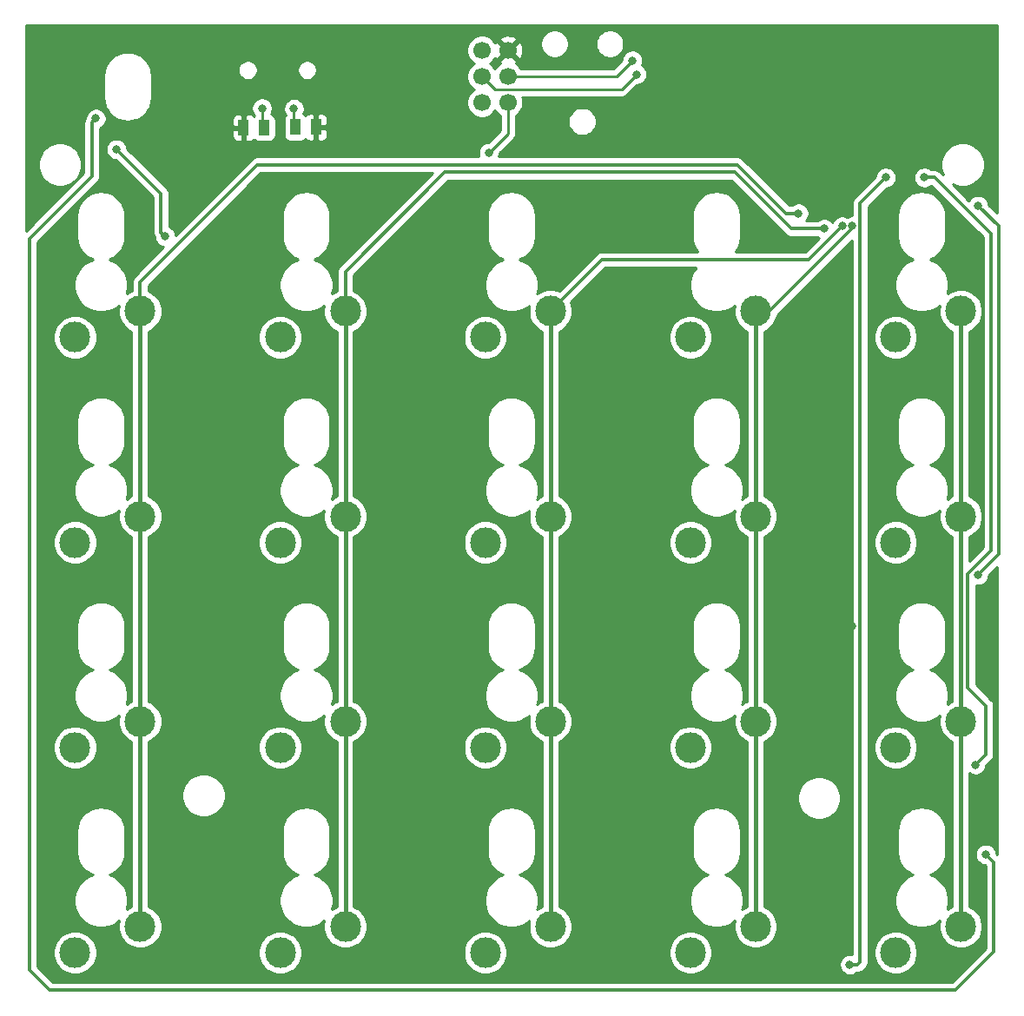
<source format=gbr>
G04 #@! TF.GenerationSoftware,KiCad,Pcbnew,(5.1.9)-1*
G04 #@! TF.CreationDate,2021-02-04T21:44:09+01:00*
G04 #@! TF.ProjectId,Makrokeyboard,4d616b72-6f6b-4657-9962-6f6172642e6b,rev?*
G04 #@! TF.SameCoordinates,Original*
G04 #@! TF.FileFunction,Copper,L1,Top*
G04 #@! TF.FilePolarity,Positive*
%FSLAX46Y46*%
G04 Gerber Fmt 4.6, Leading zero omitted, Abs format (unit mm)*
G04 Created by KiCad (PCBNEW (5.1.9)-1) date 2021-02-04 21:44:09*
%MOMM*%
%LPD*%
G01*
G04 APERTURE LIST*
G04 #@! TA.AperFunction,ComponentPad*
%ADD10C,1.700000*%
G04 #@! TD*
G04 #@! TA.AperFunction,SMDPad,CuDef*
%ADD11R,1.000000X1.500000*%
G04 #@! TD*
G04 #@! TA.AperFunction,ComponentPad*
%ADD12C,3.000000*%
G04 #@! TD*
G04 #@! TA.AperFunction,ViaPad*
%ADD13C,0.800000*%
G04 #@! TD*
G04 #@! TA.AperFunction,Conductor*
%ADD14C,0.300000*%
G04 #@! TD*
G04 #@! TA.AperFunction,Conductor*
%ADD15C,0.250000*%
G04 #@! TD*
G04 #@! TA.AperFunction,Conductor*
%ADD16C,0.400000*%
G04 #@! TD*
G04 #@! TA.AperFunction,Conductor*
%ADD17C,0.254000*%
G04 #@! TD*
G04 #@! TA.AperFunction,Conductor*
%ADD18C,0.100000*%
G04 #@! TD*
G04 APERTURE END LIST*
D10*
X148670000Y-38150000D03*
X146130000Y-35610000D03*
X148670000Y-35610000D03*
X148670000Y-40690000D03*
X146130000Y-40690000D03*
X146130000Y-38150000D03*
D11*
X124900000Y-43150000D03*
X122900000Y-43150000D03*
X127950000Y-43100000D03*
X129950000Y-43100000D03*
D12*
X106460000Y-63580000D03*
X112810000Y-61040000D03*
X106460000Y-83580000D03*
X112810000Y-81040000D03*
X106460000Y-103580000D03*
X112810000Y-101040000D03*
X106460000Y-123580000D03*
X112810000Y-121040000D03*
X126460000Y-63580000D03*
X132810000Y-61040000D03*
X126460000Y-83580000D03*
X132810000Y-81040000D03*
X126460000Y-103580000D03*
X132810000Y-101040000D03*
X126460000Y-123580000D03*
X132810000Y-121040000D03*
X146460000Y-63580000D03*
X152810000Y-61040000D03*
X146460000Y-83580000D03*
X152810000Y-81040000D03*
X146460000Y-103580000D03*
X152810000Y-101040000D03*
X146460000Y-123580000D03*
X152810000Y-121040000D03*
X166460000Y-63580000D03*
X172810000Y-61040000D03*
X166460000Y-83580000D03*
X172810000Y-81040000D03*
X166460000Y-103580000D03*
X172810000Y-101040000D03*
X166460000Y-123580000D03*
X172810000Y-121040000D03*
X186460000Y-63580000D03*
X192810000Y-61040000D03*
X186460000Y-83580000D03*
X192810000Y-81040000D03*
X186460000Y-103580000D03*
X192810000Y-101040000D03*
X186460000Y-123580000D03*
X192810000Y-121040000D03*
D13*
X117250000Y-36500000D03*
X156500000Y-34750000D03*
X163750000Y-42750000D03*
X168500000Y-37750000D03*
X182250000Y-91750000D03*
X104000000Y-92750000D03*
X116750000Y-76000000D03*
X183750000Y-34250000D03*
X172750000Y-43750000D03*
X116250000Y-115750000D03*
X195500000Y-106000000D03*
X194750000Y-117500000D03*
X194000000Y-77000000D03*
X185750000Y-43750000D03*
X116000000Y-42250000D03*
X186000000Y-50250000D03*
X191500000Y-75750000D03*
X122750000Y-52250000D03*
X122000000Y-58000000D03*
X115250000Y-53750000D03*
X110500000Y-45250000D03*
X146800000Y-45600000D03*
X182250000Y-52750000D03*
X181250000Y-52750000D03*
X179500000Y-53000000D03*
X177000000Y-51500000D03*
X185500000Y-48000000D03*
X182000000Y-124750000D03*
X189250000Y-48000000D03*
X194250000Y-105250000D03*
X194500000Y-50750000D03*
X194500000Y-86750000D03*
X108500000Y-42250000D03*
X195250000Y-114000000D03*
X160800000Y-36600000D03*
X161200000Y-37950000D03*
X127800000Y-41300000D03*
X124700000Y-41250000D03*
D14*
X122750000Y-52250000D02*
X122000000Y-53000000D01*
X122000000Y-53000000D02*
X122000000Y-58000000D01*
X114850001Y-53350001D02*
X114850001Y-49600001D01*
X115250000Y-53750000D02*
X114850001Y-53350001D01*
X114850001Y-49600001D02*
X110500000Y-45250000D01*
D15*
X148670000Y-43730000D02*
X146800000Y-45600000D01*
X148670000Y-40690000D02*
X148670000Y-43730000D01*
D16*
X192810000Y-61040000D02*
X192810000Y-81040000D01*
X192810000Y-81040000D02*
X192810000Y-101040000D01*
X192810000Y-101040000D02*
X192810000Y-121040000D01*
X172810000Y-61040000D02*
X172810000Y-81040000D01*
X172810000Y-81040000D02*
X172810000Y-101040000D01*
X172810000Y-101040000D02*
X172810000Y-121040000D01*
D14*
X174210000Y-61040000D02*
X172810000Y-61040000D01*
X182250000Y-52750000D02*
X182250000Y-53000000D01*
X182250000Y-53000000D02*
X174210000Y-61040000D01*
D16*
X152810000Y-61040000D02*
X152810000Y-81040000D01*
X152810000Y-101040000D02*
X152810000Y-81040000D01*
X152810000Y-101040000D02*
X152810000Y-121040000D01*
D14*
X152810000Y-61040000D02*
X157849220Y-56000780D01*
X180850001Y-53149999D02*
X181250000Y-52750000D01*
X177999220Y-56000780D02*
X180850001Y-53149999D01*
X157849220Y-56000780D02*
X177999220Y-56000780D01*
D16*
X132810000Y-61040000D02*
X132810000Y-81040000D01*
X132810000Y-81040000D02*
X132810000Y-101040000D01*
X132810000Y-101040000D02*
X132810000Y-121040000D01*
D14*
X176250000Y-53000000D02*
X179500000Y-53000000D01*
X142500000Y-47500000D02*
X170750000Y-47500000D01*
X170750000Y-47500000D02*
X176250000Y-53000000D01*
X132810000Y-61040000D02*
X132810000Y-57190000D01*
X132810000Y-57190000D02*
X142500000Y-47500000D01*
D16*
X112810000Y-121040000D02*
X112810000Y-101040000D01*
X112810000Y-101040000D02*
X112810000Y-81040000D01*
X112810000Y-81040000D02*
X112810000Y-61040000D01*
D14*
X112810000Y-58190000D02*
X112810000Y-61040000D01*
X124250000Y-46750000D02*
X112810000Y-58190000D01*
X171000000Y-46750000D02*
X124250000Y-46750000D01*
X177000000Y-51500000D02*
X175750000Y-51500000D01*
X175750000Y-51500000D02*
X171000000Y-46750000D01*
X183000001Y-50499999D02*
X183000001Y-124499999D01*
X185500000Y-48000000D02*
X183000001Y-50499999D01*
X183000001Y-124499999D02*
X182750000Y-124750000D01*
X182750000Y-124750000D02*
X182000000Y-124750000D01*
X195250000Y-104250000D02*
X194250000Y-105250000D01*
X195250000Y-99500000D02*
X195250000Y-104250000D01*
X193500000Y-97750000D02*
X195250000Y-99500000D01*
X189250000Y-48000000D02*
X190250000Y-48000000D01*
X195750000Y-53500000D02*
X195750000Y-84389998D01*
X195750000Y-84389998D02*
X193500000Y-86639998D01*
X190250000Y-48000000D02*
X195750000Y-53500000D01*
X193500000Y-86639998D02*
X193500000Y-97750000D01*
X194899999Y-86350001D02*
X194500000Y-86750000D01*
X196500000Y-84750000D02*
X194899999Y-86350001D01*
X194500000Y-50750000D02*
X196500000Y-52750000D01*
X196500000Y-52750000D02*
X196500000Y-84750000D01*
X196000000Y-114750000D02*
X195250000Y-114000000D01*
X192250000Y-127250000D02*
X196000000Y-123500000D01*
X104000000Y-127250000D02*
X192250000Y-127250000D01*
X108100001Y-42649999D02*
X108100001Y-47899999D01*
X108100001Y-47899999D02*
X102000000Y-54000000D01*
X102000000Y-54000000D02*
X102000000Y-125250000D01*
X108500000Y-42250000D02*
X108100001Y-42649999D01*
X196000000Y-123500000D02*
X196000000Y-114750000D01*
X102000000Y-125250000D02*
X104000000Y-127250000D01*
D15*
X159250000Y-38150000D02*
X148670000Y-38150000D01*
X160800000Y-36600000D02*
X159250000Y-38150000D01*
X147380000Y-39400000D02*
X146130000Y-38150000D01*
X159750000Y-39400000D02*
X147380000Y-39400000D01*
X161200000Y-37950000D02*
X159750000Y-39400000D01*
X127800000Y-42950000D02*
X127950000Y-43100000D01*
X127800000Y-41300000D02*
X127800000Y-42950000D01*
X124700000Y-42950000D02*
X124900000Y-43150000D01*
X124700000Y-41250000D02*
X124700000Y-42950000D01*
D17*
X196340001Y-51479843D02*
X195535000Y-50674843D01*
X195535000Y-50648061D01*
X195495226Y-50448102D01*
X195417205Y-50259744D01*
X195303937Y-50090226D01*
X195159774Y-49946063D01*
X194990256Y-49832795D01*
X194801898Y-49754774D01*
X194601939Y-49715000D01*
X194398061Y-49715000D01*
X194198102Y-49754774D01*
X194009744Y-49832795D01*
X193840226Y-49946063D01*
X193696063Y-50090226D01*
X193597658Y-50237501D01*
X192011694Y-48651537D01*
X192377244Y-48802953D01*
X192789721Y-48885000D01*
X193210279Y-48885000D01*
X193622756Y-48802953D01*
X194011302Y-48642012D01*
X194360983Y-48408363D01*
X194658363Y-48110983D01*
X194892012Y-47761302D01*
X195052953Y-47372756D01*
X195135000Y-46960279D01*
X195135000Y-46539721D01*
X195052953Y-46127244D01*
X194892012Y-45738698D01*
X194658363Y-45389017D01*
X194360983Y-45091637D01*
X194011302Y-44857988D01*
X193622756Y-44697047D01*
X193210279Y-44615000D01*
X192789721Y-44615000D01*
X192377244Y-44697047D01*
X191988698Y-44857988D01*
X191639017Y-45091637D01*
X191341637Y-45389017D01*
X191107988Y-45738698D01*
X190947047Y-46127244D01*
X190865000Y-46539721D01*
X190865000Y-46960279D01*
X190947047Y-47372756D01*
X191098463Y-47738306D01*
X190832347Y-47472190D01*
X190807764Y-47442236D01*
X190688233Y-47344138D01*
X190551860Y-47271246D01*
X190403887Y-47226359D01*
X190288561Y-47215000D01*
X190288553Y-47215000D01*
X190250000Y-47211203D01*
X190211447Y-47215000D01*
X189928711Y-47215000D01*
X189909774Y-47196063D01*
X189740256Y-47082795D01*
X189551898Y-47004774D01*
X189351939Y-46965000D01*
X189148061Y-46965000D01*
X188948102Y-47004774D01*
X188759744Y-47082795D01*
X188590226Y-47196063D01*
X188446063Y-47340226D01*
X188332795Y-47509744D01*
X188254774Y-47698102D01*
X188215000Y-47898061D01*
X188215000Y-48101939D01*
X188254774Y-48301898D01*
X188332795Y-48490256D01*
X188446063Y-48659774D01*
X188590226Y-48803937D01*
X188759744Y-48917205D01*
X188948102Y-48995226D01*
X189148061Y-49035000D01*
X189351939Y-49035000D01*
X189551898Y-48995226D01*
X189740256Y-48917205D01*
X189909774Y-48803937D01*
X189926777Y-48786934D01*
X194965000Y-53825157D01*
X194965001Y-84064840D01*
X193645000Y-85384841D01*
X193645000Y-83005039D01*
X193821302Y-82932012D01*
X194170983Y-82698363D01*
X194468363Y-82400983D01*
X194702012Y-82051302D01*
X194862953Y-81662756D01*
X194945000Y-81250279D01*
X194945000Y-80829721D01*
X194862953Y-80417244D01*
X194702012Y-80028698D01*
X194468363Y-79679017D01*
X194170983Y-79381637D01*
X193821302Y-79147988D01*
X193645000Y-79074961D01*
X193645000Y-63005039D01*
X193821302Y-62932012D01*
X194170983Y-62698363D01*
X194468363Y-62400983D01*
X194702012Y-62051302D01*
X194862953Y-61662756D01*
X194945000Y-61250279D01*
X194945000Y-60829721D01*
X194862953Y-60417244D01*
X194702012Y-60028698D01*
X194468363Y-59679017D01*
X194170983Y-59381637D01*
X193821302Y-59147988D01*
X193432756Y-58987047D01*
X193020279Y-58905000D01*
X192599721Y-58905000D01*
X192187244Y-58987047D01*
X191798698Y-59147988D01*
X191501422Y-59346621D01*
X191533739Y-59268601D01*
X191635000Y-58759525D01*
X191635000Y-58240475D01*
X191533739Y-57731399D01*
X191335107Y-57251859D01*
X191046738Y-56820285D01*
X190679715Y-56453262D01*
X190248141Y-56164893D01*
X189826825Y-55990378D01*
X189907502Y-55965905D01*
X190317489Y-55746763D01*
X190676846Y-55451846D01*
X190971763Y-55092490D01*
X191190905Y-54682503D01*
X191325853Y-54237641D01*
X191360000Y-53890939D01*
X191360000Y-51609061D01*
X191325853Y-51262359D01*
X191190905Y-50817497D01*
X190971763Y-50407510D01*
X190676846Y-50048154D01*
X190317490Y-49753237D01*
X189907503Y-49534095D01*
X189462641Y-49399147D01*
X189000000Y-49353581D01*
X188537360Y-49399147D01*
X188092498Y-49534095D01*
X187682511Y-49753237D01*
X187323155Y-50048154D01*
X187028238Y-50407510D01*
X186809095Y-50817497D01*
X186674147Y-51262359D01*
X186640000Y-51609061D01*
X186640000Y-53890938D01*
X186674147Y-54237640D01*
X186809095Y-54682502D01*
X187028237Y-55092489D01*
X187323154Y-55451846D01*
X187682510Y-55746763D01*
X188092497Y-55965905D01*
X188173175Y-55990378D01*
X187751859Y-56164893D01*
X187320285Y-56453262D01*
X186953262Y-56820285D01*
X186664893Y-57251859D01*
X186466261Y-57731399D01*
X186365000Y-58240475D01*
X186365000Y-58759525D01*
X186466261Y-59268601D01*
X186664893Y-59748141D01*
X186953262Y-60179715D01*
X187320285Y-60546738D01*
X187751859Y-60835107D01*
X188231399Y-61033739D01*
X188740475Y-61135000D01*
X189259525Y-61135000D01*
X189768601Y-61033739D01*
X190248141Y-60835107D01*
X190679715Y-60546738D01*
X190744095Y-60482358D01*
X190675000Y-60829721D01*
X190675000Y-61250279D01*
X190757047Y-61662756D01*
X190917988Y-62051302D01*
X191151637Y-62400983D01*
X191449017Y-62698363D01*
X191798698Y-62932012D01*
X191975000Y-63005039D01*
X191975001Y-79074961D01*
X191798698Y-79147988D01*
X191501422Y-79346621D01*
X191533739Y-79268601D01*
X191635000Y-78759525D01*
X191635000Y-78240475D01*
X191533739Y-77731399D01*
X191335107Y-77251859D01*
X191046738Y-76820285D01*
X190679715Y-76453262D01*
X190248141Y-76164893D01*
X189826825Y-75990378D01*
X189907503Y-75965905D01*
X190317490Y-75746763D01*
X190676846Y-75451846D01*
X190971763Y-75092490D01*
X191190905Y-74682503D01*
X191325853Y-74237641D01*
X191360000Y-73890939D01*
X191360000Y-71609061D01*
X191325853Y-71262359D01*
X191190905Y-70817497D01*
X190971763Y-70407510D01*
X190676846Y-70048154D01*
X190317489Y-69753237D01*
X189907502Y-69534095D01*
X189462640Y-69399147D01*
X189000000Y-69353581D01*
X188537359Y-69399147D01*
X188092497Y-69534095D01*
X187682510Y-69753237D01*
X187323154Y-70048154D01*
X187028237Y-70407511D01*
X186809095Y-70817498D01*
X186674147Y-71262360D01*
X186640000Y-71609062D01*
X186640000Y-73890939D01*
X186674147Y-74237641D01*
X186809095Y-74682503D01*
X187028238Y-75092490D01*
X187323155Y-75451846D01*
X187682511Y-75746763D01*
X188092498Y-75965905D01*
X188173175Y-75990378D01*
X187751859Y-76164893D01*
X187320285Y-76453262D01*
X186953262Y-76820285D01*
X186664893Y-77251859D01*
X186466261Y-77731399D01*
X186365000Y-78240475D01*
X186365000Y-78759525D01*
X186466261Y-79268601D01*
X186664893Y-79748141D01*
X186953262Y-80179715D01*
X187320285Y-80546738D01*
X187751859Y-80835107D01*
X188231399Y-81033739D01*
X188740475Y-81135000D01*
X189259525Y-81135000D01*
X189768601Y-81033739D01*
X190248141Y-80835107D01*
X190679715Y-80546738D01*
X190744095Y-80482358D01*
X190675000Y-80829721D01*
X190675000Y-81250279D01*
X190757047Y-81662756D01*
X190917988Y-82051302D01*
X191151637Y-82400983D01*
X191449017Y-82698363D01*
X191798698Y-82932012D01*
X191975000Y-83005039D01*
X191975001Y-99074961D01*
X191798698Y-99147988D01*
X191501422Y-99346621D01*
X191533739Y-99268601D01*
X191635000Y-98759525D01*
X191635000Y-98240475D01*
X191533739Y-97731399D01*
X191335107Y-97251859D01*
X191046738Y-96820285D01*
X190679715Y-96453262D01*
X190248141Y-96164893D01*
X189826825Y-95990378D01*
X189907502Y-95965905D01*
X190317489Y-95746763D01*
X190676846Y-95451846D01*
X190971763Y-95092490D01*
X191190905Y-94682503D01*
X191325853Y-94237641D01*
X191360000Y-93890939D01*
X191360000Y-91609061D01*
X191325853Y-91262359D01*
X191190905Y-90817497D01*
X190971763Y-90407510D01*
X190676846Y-90048154D01*
X190317490Y-89753237D01*
X189907503Y-89534095D01*
X189462641Y-89399147D01*
X189000000Y-89353581D01*
X188537360Y-89399147D01*
X188092498Y-89534095D01*
X187682511Y-89753237D01*
X187323155Y-90048154D01*
X187028238Y-90407510D01*
X186809095Y-90817497D01*
X186674147Y-91262359D01*
X186640000Y-91609061D01*
X186640000Y-93890938D01*
X186674147Y-94237640D01*
X186809095Y-94682502D01*
X187028237Y-95092489D01*
X187323154Y-95451846D01*
X187682510Y-95746763D01*
X188092497Y-95965905D01*
X188173175Y-95990378D01*
X187751859Y-96164893D01*
X187320285Y-96453262D01*
X186953262Y-96820285D01*
X186664893Y-97251859D01*
X186466261Y-97731399D01*
X186365000Y-98240475D01*
X186365000Y-98759525D01*
X186466261Y-99268601D01*
X186664893Y-99748141D01*
X186953262Y-100179715D01*
X187320285Y-100546738D01*
X187751859Y-100835107D01*
X188231399Y-101033739D01*
X188740475Y-101135000D01*
X189259525Y-101135000D01*
X189768601Y-101033739D01*
X190248141Y-100835107D01*
X190679715Y-100546738D01*
X190744095Y-100482358D01*
X190675000Y-100829721D01*
X190675000Y-101250279D01*
X190757047Y-101662756D01*
X190917988Y-102051302D01*
X191151637Y-102400983D01*
X191449017Y-102698363D01*
X191798698Y-102932012D01*
X191975000Y-103005039D01*
X191975001Y-119074961D01*
X191798698Y-119147988D01*
X191501422Y-119346621D01*
X191533739Y-119268601D01*
X191635000Y-118759525D01*
X191635000Y-118240475D01*
X191533739Y-117731399D01*
X191335107Y-117251859D01*
X191046738Y-116820285D01*
X190679715Y-116453262D01*
X190248141Y-116164893D01*
X189826825Y-115990378D01*
X189907503Y-115965905D01*
X190317490Y-115746763D01*
X190676846Y-115451846D01*
X190971763Y-115092490D01*
X191190905Y-114682503D01*
X191325853Y-114237641D01*
X191360000Y-113890939D01*
X191360000Y-111609061D01*
X191325853Y-111262359D01*
X191190905Y-110817497D01*
X190971763Y-110407510D01*
X190676846Y-110048154D01*
X190317489Y-109753237D01*
X189907502Y-109534095D01*
X189462640Y-109399147D01*
X189000000Y-109353581D01*
X188537359Y-109399147D01*
X188092497Y-109534095D01*
X187682510Y-109753237D01*
X187323154Y-110048154D01*
X187028237Y-110407511D01*
X186809095Y-110817498D01*
X186674147Y-111262360D01*
X186640000Y-111609062D01*
X186640000Y-113890939D01*
X186674147Y-114237641D01*
X186809095Y-114682503D01*
X187028238Y-115092490D01*
X187323155Y-115451846D01*
X187682511Y-115746763D01*
X188092498Y-115965905D01*
X188173175Y-115990378D01*
X187751859Y-116164893D01*
X187320285Y-116453262D01*
X186953262Y-116820285D01*
X186664893Y-117251859D01*
X186466261Y-117731399D01*
X186365000Y-118240475D01*
X186365000Y-118759525D01*
X186466261Y-119268601D01*
X186664893Y-119748141D01*
X186953262Y-120179715D01*
X187320285Y-120546738D01*
X187751859Y-120835107D01*
X188231399Y-121033739D01*
X188740475Y-121135000D01*
X189259525Y-121135000D01*
X189768601Y-121033739D01*
X190248141Y-120835107D01*
X190679715Y-120546738D01*
X190744095Y-120482358D01*
X190675000Y-120829721D01*
X190675000Y-121250279D01*
X190757047Y-121662756D01*
X190917988Y-122051302D01*
X191151637Y-122400983D01*
X191449017Y-122698363D01*
X191798698Y-122932012D01*
X192187244Y-123092953D01*
X192599721Y-123175000D01*
X193020279Y-123175000D01*
X193432756Y-123092953D01*
X193821302Y-122932012D01*
X194170983Y-122698363D01*
X194468363Y-122400983D01*
X194702012Y-122051302D01*
X194862953Y-121662756D01*
X194945000Y-121250279D01*
X194945000Y-120829721D01*
X194862953Y-120417244D01*
X194702012Y-120028698D01*
X194468363Y-119679017D01*
X194170983Y-119381637D01*
X193821302Y-119147988D01*
X193645000Y-119074961D01*
X193645000Y-106090536D01*
X193759744Y-106167205D01*
X193948102Y-106245226D01*
X194148061Y-106285000D01*
X194351939Y-106285000D01*
X194551898Y-106245226D01*
X194740256Y-106167205D01*
X194909774Y-106053937D01*
X195053937Y-105909774D01*
X195167205Y-105740256D01*
X195245226Y-105551898D01*
X195285000Y-105351939D01*
X195285000Y-105325157D01*
X195777810Y-104832347D01*
X195807764Y-104807764D01*
X195905862Y-104688233D01*
X195978754Y-104551860D01*
X196023642Y-104403887D01*
X196031020Y-104328974D01*
X196035000Y-104288561D01*
X196035000Y-104288556D01*
X196038797Y-104250000D01*
X196035000Y-104211444D01*
X196035000Y-99538556D01*
X196038797Y-99500000D01*
X196035000Y-99461440D01*
X196035000Y-99461439D01*
X196027140Y-99381637D01*
X196023642Y-99346113D01*
X195978754Y-99198140D01*
X195905862Y-99061767D01*
X195807764Y-98942236D01*
X195777811Y-98917654D01*
X194285000Y-97424843D01*
X194285000Y-87762511D01*
X194398061Y-87785000D01*
X194601939Y-87785000D01*
X194801898Y-87745226D01*
X194990256Y-87667205D01*
X195159774Y-87553937D01*
X195303937Y-87409774D01*
X195417205Y-87240256D01*
X195495226Y-87051898D01*
X195535000Y-86851939D01*
X195535000Y-86825157D01*
X196340000Y-86020157D01*
X196340000Y-113979842D01*
X196285000Y-113924842D01*
X196285000Y-113898061D01*
X196245226Y-113698102D01*
X196167205Y-113509744D01*
X196053937Y-113340226D01*
X195909774Y-113196063D01*
X195740256Y-113082795D01*
X195551898Y-113004774D01*
X195351939Y-112965000D01*
X195148061Y-112965000D01*
X194948102Y-113004774D01*
X194759744Y-113082795D01*
X194590226Y-113196063D01*
X194446063Y-113340226D01*
X194332795Y-113509744D01*
X194254774Y-113698102D01*
X194215000Y-113898061D01*
X194215000Y-114101939D01*
X194254774Y-114301898D01*
X194332795Y-114490256D01*
X194446063Y-114659774D01*
X194590226Y-114803937D01*
X194759744Y-114917205D01*
X194948102Y-114995226D01*
X195148061Y-115035000D01*
X195174842Y-115035000D01*
X195215001Y-115075159D01*
X195215000Y-123174843D01*
X191924843Y-126465000D01*
X104325158Y-126465000D01*
X102785000Y-124924843D01*
X102785000Y-123369721D01*
X104325000Y-123369721D01*
X104325000Y-123790279D01*
X104407047Y-124202756D01*
X104567988Y-124591302D01*
X104801637Y-124940983D01*
X105099017Y-125238363D01*
X105448698Y-125472012D01*
X105837244Y-125632953D01*
X106249721Y-125715000D01*
X106670279Y-125715000D01*
X107082756Y-125632953D01*
X107471302Y-125472012D01*
X107820983Y-125238363D01*
X108118363Y-124940983D01*
X108352012Y-124591302D01*
X108512953Y-124202756D01*
X108595000Y-123790279D01*
X108595000Y-123369721D01*
X124325000Y-123369721D01*
X124325000Y-123790279D01*
X124407047Y-124202756D01*
X124567988Y-124591302D01*
X124801637Y-124940983D01*
X125099017Y-125238363D01*
X125448698Y-125472012D01*
X125837244Y-125632953D01*
X126249721Y-125715000D01*
X126670279Y-125715000D01*
X127082756Y-125632953D01*
X127471302Y-125472012D01*
X127820983Y-125238363D01*
X128118363Y-124940983D01*
X128352012Y-124591302D01*
X128512953Y-124202756D01*
X128595000Y-123790279D01*
X128595000Y-123369721D01*
X144325000Y-123369721D01*
X144325000Y-123790279D01*
X144407047Y-124202756D01*
X144567988Y-124591302D01*
X144801637Y-124940983D01*
X145099017Y-125238363D01*
X145448698Y-125472012D01*
X145837244Y-125632953D01*
X146249721Y-125715000D01*
X146670279Y-125715000D01*
X147082756Y-125632953D01*
X147471302Y-125472012D01*
X147820983Y-125238363D01*
X148118363Y-124940983D01*
X148352012Y-124591302D01*
X148512953Y-124202756D01*
X148595000Y-123790279D01*
X148595000Y-123369721D01*
X164325000Y-123369721D01*
X164325000Y-123790279D01*
X164407047Y-124202756D01*
X164567988Y-124591302D01*
X164801637Y-124940983D01*
X165099017Y-125238363D01*
X165448698Y-125472012D01*
X165837244Y-125632953D01*
X166249721Y-125715000D01*
X166670279Y-125715000D01*
X167082756Y-125632953D01*
X167471302Y-125472012D01*
X167820983Y-125238363D01*
X168118363Y-124940983D01*
X168352012Y-124591302D01*
X168512953Y-124202756D01*
X168595000Y-123790279D01*
X168595000Y-123369721D01*
X168512953Y-122957244D01*
X168352012Y-122568698D01*
X168118363Y-122219017D01*
X167820983Y-121921637D01*
X167471302Y-121687988D01*
X167082756Y-121527047D01*
X166670279Y-121445000D01*
X166249721Y-121445000D01*
X165837244Y-121527047D01*
X165448698Y-121687988D01*
X165099017Y-121921637D01*
X164801637Y-122219017D01*
X164567988Y-122568698D01*
X164407047Y-122957244D01*
X164325000Y-123369721D01*
X148595000Y-123369721D01*
X148512953Y-122957244D01*
X148352012Y-122568698D01*
X148118363Y-122219017D01*
X147820983Y-121921637D01*
X147471302Y-121687988D01*
X147082756Y-121527047D01*
X146670279Y-121445000D01*
X146249721Y-121445000D01*
X145837244Y-121527047D01*
X145448698Y-121687988D01*
X145099017Y-121921637D01*
X144801637Y-122219017D01*
X144567988Y-122568698D01*
X144407047Y-122957244D01*
X144325000Y-123369721D01*
X128595000Y-123369721D01*
X128512953Y-122957244D01*
X128352012Y-122568698D01*
X128118363Y-122219017D01*
X127820983Y-121921637D01*
X127471302Y-121687988D01*
X127082756Y-121527047D01*
X126670279Y-121445000D01*
X126249721Y-121445000D01*
X125837244Y-121527047D01*
X125448698Y-121687988D01*
X125099017Y-121921637D01*
X124801637Y-122219017D01*
X124567988Y-122568698D01*
X124407047Y-122957244D01*
X124325000Y-123369721D01*
X108595000Y-123369721D01*
X108512953Y-122957244D01*
X108352012Y-122568698D01*
X108118363Y-122219017D01*
X107820983Y-121921637D01*
X107471302Y-121687988D01*
X107082756Y-121527047D01*
X106670279Y-121445000D01*
X106249721Y-121445000D01*
X105837244Y-121527047D01*
X105448698Y-121687988D01*
X105099017Y-121921637D01*
X104801637Y-122219017D01*
X104567988Y-122568698D01*
X104407047Y-122957244D01*
X104325000Y-123369721D01*
X102785000Y-123369721D01*
X102785000Y-103369721D01*
X104325000Y-103369721D01*
X104325000Y-103790279D01*
X104407047Y-104202756D01*
X104567988Y-104591302D01*
X104801637Y-104940983D01*
X105099017Y-105238363D01*
X105448698Y-105472012D01*
X105837244Y-105632953D01*
X106249721Y-105715000D01*
X106670279Y-105715000D01*
X107082756Y-105632953D01*
X107471302Y-105472012D01*
X107820983Y-105238363D01*
X108118363Y-104940983D01*
X108352012Y-104591302D01*
X108512953Y-104202756D01*
X108595000Y-103790279D01*
X108595000Y-103369721D01*
X108512953Y-102957244D01*
X108352012Y-102568698D01*
X108118363Y-102219017D01*
X107820983Y-101921637D01*
X107471302Y-101687988D01*
X107082756Y-101527047D01*
X106670279Y-101445000D01*
X106249721Y-101445000D01*
X105837244Y-101527047D01*
X105448698Y-101687988D01*
X105099017Y-101921637D01*
X104801637Y-102219017D01*
X104567988Y-102568698D01*
X104407047Y-102957244D01*
X104325000Y-103369721D01*
X102785000Y-103369721D01*
X102785000Y-83369721D01*
X104325000Y-83369721D01*
X104325000Y-83790279D01*
X104407047Y-84202756D01*
X104567988Y-84591302D01*
X104801637Y-84940983D01*
X105099017Y-85238363D01*
X105448698Y-85472012D01*
X105837244Y-85632953D01*
X106249721Y-85715000D01*
X106670279Y-85715000D01*
X107082756Y-85632953D01*
X107471302Y-85472012D01*
X107820983Y-85238363D01*
X108118363Y-84940983D01*
X108352012Y-84591302D01*
X108512953Y-84202756D01*
X108595000Y-83790279D01*
X108595000Y-83369721D01*
X108512953Y-82957244D01*
X108352012Y-82568698D01*
X108118363Y-82219017D01*
X107820983Y-81921637D01*
X107471302Y-81687988D01*
X107082756Y-81527047D01*
X106670279Y-81445000D01*
X106249721Y-81445000D01*
X105837244Y-81527047D01*
X105448698Y-81687988D01*
X105099017Y-81921637D01*
X104801637Y-82219017D01*
X104567988Y-82568698D01*
X104407047Y-82957244D01*
X104325000Y-83369721D01*
X102785000Y-83369721D01*
X102785000Y-63369721D01*
X104325000Y-63369721D01*
X104325000Y-63790279D01*
X104407047Y-64202756D01*
X104567988Y-64591302D01*
X104801637Y-64940983D01*
X105099017Y-65238363D01*
X105448698Y-65472012D01*
X105837244Y-65632953D01*
X106249721Y-65715000D01*
X106670279Y-65715000D01*
X107082756Y-65632953D01*
X107471302Y-65472012D01*
X107820983Y-65238363D01*
X108118363Y-64940983D01*
X108352012Y-64591302D01*
X108512953Y-64202756D01*
X108595000Y-63790279D01*
X108595000Y-63369721D01*
X108512953Y-62957244D01*
X108352012Y-62568698D01*
X108118363Y-62219017D01*
X107820983Y-61921637D01*
X107471302Y-61687988D01*
X107082756Y-61527047D01*
X106670279Y-61445000D01*
X106249721Y-61445000D01*
X105837244Y-61527047D01*
X105448698Y-61687988D01*
X105099017Y-61921637D01*
X104801637Y-62219017D01*
X104567988Y-62568698D01*
X104407047Y-62957244D01*
X104325000Y-63369721D01*
X102785000Y-63369721D01*
X102785000Y-58240475D01*
X106365000Y-58240475D01*
X106365000Y-58759525D01*
X106466261Y-59268601D01*
X106664893Y-59748141D01*
X106953262Y-60179715D01*
X107320285Y-60546738D01*
X107751859Y-60835107D01*
X108231399Y-61033739D01*
X108740475Y-61135000D01*
X109259525Y-61135000D01*
X109768601Y-61033739D01*
X110248141Y-60835107D01*
X110679715Y-60546738D01*
X110744095Y-60482358D01*
X110675000Y-60829721D01*
X110675000Y-61250279D01*
X110757047Y-61662756D01*
X110917988Y-62051302D01*
X111151637Y-62400983D01*
X111449017Y-62698363D01*
X111798698Y-62932012D01*
X111975001Y-63005039D01*
X111975000Y-79074961D01*
X111798698Y-79147988D01*
X111501422Y-79346621D01*
X111533739Y-79268601D01*
X111635000Y-78759525D01*
X111635000Y-78240475D01*
X111533739Y-77731399D01*
X111335107Y-77251859D01*
X111046738Y-76820285D01*
X110679715Y-76453262D01*
X110248141Y-76164893D01*
X109826825Y-75990378D01*
X109907503Y-75965905D01*
X110317490Y-75746763D01*
X110676846Y-75451846D01*
X110971763Y-75092490D01*
X111190905Y-74682503D01*
X111325853Y-74237641D01*
X111360000Y-73890939D01*
X111360000Y-71609061D01*
X111325853Y-71262359D01*
X111190905Y-70817497D01*
X110971763Y-70407510D01*
X110676846Y-70048154D01*
X110317489Y-69753237D01*
X109907502Y-69534095D01*
X109462640Y-69399147D01*
X109000000Y-69353581D01*
X108537359Y-69399147D01*
X108092497Y-69534095D01*
X107682510Y-69753237D01*
X107323154Y-70048154D01*
X107028237Y-70407511D01*
X106809095Y-70817498D01*
X106674147Y-71262360D01*
X106640000Y-71609062D01*
X106640000Y-73890939D01*
X106674147Y-74237641D01*
X106809095Y-74682503D01*
X107028238Y-75092490D01*
X107323155Y-75451846D01*
X107682511Y-75746763D01*
X108092498Y-75965905D01*
X108173175Y-75990378D01*
X107751859Y-76164893D01*
X107320285Y-76453262D01*
X106953262Y-76820285D01*
X106664893Y-77251859D01*
X106466261Y-77731399D01*
X106365000Y-78240475D01*
X106365000Y-78759525D01*
X106466261Y-79268601D01*
X106664893Y-79748141D01*
X106953262Y-80179715D01*
X107320285Y-80546738D01*
X107751859Y-80835107D01*
X108231399Y-81033739D01*
X108740475Y-81135000D01*
X109259525Y-81135000D01*
X109768601Y-81033739D01*
X110248141Y-80835107D01*
X110679715Y-80546738D01*
X110744095Y-80482358D01*
X110675000Y-80829721D01*
X110675000Y-81250279D01*
X110757047Y-81662756D01*
X110917988Y-82051302D01*
X111151637Y-82400983D01*
X111449017Y-82698363D01*
X111798698Y-82932012D01*
X111975001Y-83005039D01*
X111975000Y-99074961D01*
X111798698Y-99147988D01*
X111501422Y-99346621D01*
X111533739Y-99268601D01*
X111635000Y-98759525D01*
X111635000Y-98240475D01*
X111533739Y-97731399D01*
X111335107Y-97251859D01*
X111046738Y-96820285D01*
X110679715Y-96453262D01*
X110248141Y-96164893D01*
X109826825Y-95990378D01*
X109907502Y-95965905D01*
X110317489Y-95746763D01*
X110676846Y-95451846D01*
X110971763Y-95092490D01*
X111190905Y-94682503D01*
X111325853Y-94237641D01*
X111360000Y-93890939D01*
X111360000Y-91609061D01*
X111325853Y-91262359D01*
X111190905Y-90817497D01*
X110971763Y-90407510D01*
X110676846Y-90048154D01*
X110317490Y-89753237D01*
X109907503Y-89534095D01*
X109462641Y-89399147D01*
X109000000Y-89353581D01*
X108537360Y-89399147D01*
X108092498Y-89534095D01*
X107682511Y-89753237D01*
X107323155Y-90048154D01*
X107028238Y-90407510D01*
X106809095Y-90817497D01*
X106674147Y-91262359D01*
X106640000Y-91609061D01*
X106640000Y-93890938D01*
X106674147Y-94237640D01*
X106809095Y-94682502D01*
X107028237Y-95092489D01*
X107323154Y-95451846D01*
X107682510Y-95746763D01*
X108092497Y-95965905D01*
X108173175Y-95990378D01*
X107751859Y-96164893D01*
X107320285Y-96453262D01*
X106953262Y-96820285D01*
X106664893Y-97251859D01*
X106466261Y-97731399D01*
X106365000Y-98240475D01*
X106365000Y-98759525D01*
X106466261Y-99268601D01*
X106664893Y-99748141D01*
X106953262Y-100179715D01*
X107320285Y-100546738D01*
X107751859Y-100835107D01*
X108231399Y-101033739D01*
X108740475Y-101135000D01*
X109259525Y-101135000D01*
X109768601Y-101033739D01*
X110248141Y-100835107D01*
X110679715Y-100546738D01*
X110744095Y-100482358D01*
X110675000Y-100829721D01*
X110675000Y-101250279D01*
X110757047Y-101662756D01*
X110917988Y-102051302D01*
X111151637Y-102400983D01*
X111449017Y-102698363D01*
X111798698Y-102932012D01*
X111975001Y-103005039D01*
X111975000Y-119074961D01*
X111798698Y-119147988D01*
X111501422Y-119346621D01*
X111533739Y-119268601D01*
X111635000Y-118759525D01*
X111635000Y-118240475D01*
X111533739Y-117731399D01*
X111335107Y-117251859D01*
X111046738Y-116820285D01*
X110679715Y-116453262D01*
X110248141Y-116164893D01*
X109826825Y-115990378D01*
X109907503Y-115965905D01*
X110317490Y-115746763D01*
X110676846Y-115451846D01*
X110971763Y-115092490D01*
X111190905Y-114682503D01*
X111325853Y-114237641D01*
X111360000Y-113890939D01*
X111360000Y-111609061D01*
X111325853Y-111262359D01*
X111190905Y-110817497D01*
X110971763Y-110407510D01*
X110676846Y-110048154D01*
X110317489Y-109753237D01*
X109907502Y-109534095D01*
X109462640Y-109399147D01*
X109000000Y-109353581D01*
X108537359Y-109399147D01*
X108092497Y-109534095D01*
X107682510Y-109753237D01*
X107323154Y-110048154D01*
X107028237Y-110407511D01*
X106809095Y-110817498D01*
X106674147Y-111262360D01*
X106640000Y-111609062D01*
X106640000Y-113890939D01*
X106674147Y-114237641D01*
X106809095Y-114682503D01*
X107028238Y-115092490D01*
X107323155Y-115451846D01*
X107682511Y-115746763D01*
X108092498Y-115965905D01*
X108173175Y-115990378D01*
X107751859Y-116164893D01*
X107320285Y-116453262D01*
X106953262Y-116820285D01*
X106664893Y-117251859D01*
X106466261Y-117731399D01*
X106365000Y-118240475D01*
X106365000Y-118759525D01*
X106466261Y-119268601D01*
X106664893Y-119748141D01*
X106953262Y-120179715D01*
X107320285Y-120546738D01*
X107751859Y-120835107D01*
X108231399Y-121033739D01*
X108740475Y-121135000D01*
X109259525Y-121135000D01*
X109768601Y-121033739D01*
X110248141Y-120835107D01*
X110679715Y-120546738D01*
X110744095Y-120482358D01*
X110675000Y-120829721D01*
X110675000Y-121250279D01*
X110757047Y-121662756D01*
X110917988Y-122051302D01*
X111151637Y-122400983D01*
X111449017Y-122698363D01*
X111798698Y-122932012D01*
X112187244Y-123092953D01*
X112599721Y-123175000D01*
X113020279Y-123175000D01*
X113432756Y-123092953D01*
X113821302Y-122932012D01*
X114170983Y-122698363D01*
X114468363Y-122400983D01*
X114702012Y-122051302D01*
X114862953Y-121662756D01*
X114945000Y-121250279D01*
X114945000Y-120829721D01*
X114862953Y-120417244D01*
X114702012Y-120028698D01*
X114468363Y-119679017D01*
X114170983Y-119381637D01*
X113821302Y-119147988D01*
X113645000Y-119074961D01*
X113645000Y-108039721D01*
X116865000Y-108039721D01*
X116865000Y-108460279D01*
X116947047Y-108872756D01*
X117107988Y-109261302D01*
X117341637Y-109610983D01*
X117639017Y-109908363D01*
X117988698Y-110142012D01*
X118377244Y-110302953D01*
X118789721Y-110385000D01*
X119210279Y-110385000D01*
X119622756Y-110302953D01*
X120011302Y-110142012D01*
X120360983Y-109908363D01*
X120658363Y-109610983D01*
X120892012Y-109261302D01*
X121052953Y-108872756D01*
X121135000Y-108460279D01*
X121135000Y-108039721D01*
X121052953Y-107627244D01*
X120892012Y-107238698D01*
X120658363Y-106889017D01*
X120360983Y-106591637D01*
X120011302Y-106357988D01*
X119622756Y-106197047D01*
X119210279Y-106115000D01*
X118789721Y-106115000D01*
X118377244Y-106197047D01*
X117988698Y-106357988D01*
X117639017Y-106591637D01*
X117341637Y-106889017D01*
X117107988Y-107238698D01*
X116947047Y-107627244D01*
X116865000Y-108039721D01*
X113645000Y-108039721D01*
X113645000Y-103369721D01*
X124325000Y-103369721D01*
X124325000Y-103790279D01*
X124407047Y-104202756D01*
X124567988Y-104591302D01*
X124801637Y-104940983D01*
X125099017Y-105238363D01*
X125448698Y-105472012D01*
X125837244Y-105632953D01*
X126249721Y-105715000D01*
X126670279Y-105715000D01*
X127082756Y-105632953D01*
X127471302Y-105472012D01*
X127820983Y-105238363D01*
X128118363Y-104940983D01*
X128352012Y-104591302D01*
X128512953Y-104202756D01*
X128595000Y-103790279D01*
X128595000Y-103369721D01*
X128512953Y-102957244D01*
X128352012Y-102568698D01*
X128118363Y-102219017D01*
X127820983Y-101921637D01*
X127471302Y-101687988D01*
X127082756Y-101527047D01*
X126670279Y-101445000D01*
X126249721Y-101445000D01*
X125837244Y-101527047D01*
X125448698Y-101687988D01*
X125099017Y-101921637D01*
X124801637Y-102219017D01*
X124567988Y-102568698D01*
X124407047Y-102957244D01*
X124325000Y-103369721D01*
X113645000Y-103369721D01*
X113645000Y-103005039D01*
X113821302Y-102932012D01*
X114170983Y-102698363D01*
X114468363Y-102400983D01*
X114702012Y-102051302D01*
X114862953Y-101662756D01*
X114945000Y-101250279D01*
X114945000Y-100829721D01*
X114862953Y-100417244D01*
X114702012Y-100028698D01*
X114468363Y-99679017D01*
X114170983Y-99381637D01*
X113821302Y-99147988D01*
X113645000Y-99074961D01*
X113645000Y-83369721D01*
X124325000Y-83369721D01*
X124325000Y-83790279D01*
X124407047Y-84202756D01*
X124567988Y-84591302D01*
X124801637Y-84940983D01*
X125099017Y-85238363D01*
X125448698Y-85472012D01*
X125837244Y-85632953D01*
X126249721Y-85715000D01*
X126670279Y-85715000D01*
X127082756Y-85632953D01*
X127471302Y-85472012D01*
X127820983Y-85238363D01*
X128118363Y-84940983D01*
X128352012Y-84591302D01*
X128512953Y-84202756D01*
X128595000Y-83790279D01*
X128595000Y-83369721D01*
X128512953Y-82957244D01*
X128352012Y-82568698D01*
X128118363Y-82219017D01*
X127820983Y-81921637D01*
X127471302Y-81687988D01*
X127082756Y-81527047D01*
X126670279Y-81445000D01*
X126249721Y-81445000D01*
X125837244Y-81527047D01*
X125448698Y-81687988D01*
X125099017Y-81921637D01*
X124801637Y-82219017D01*
X124567988Y-82568698D01*
X124407047Y-82957244D01*
X124325000Y-83369721D01*
X113645000Y-83369721D01*
X113645000Y-83005039D01*
X113821302Y-82932012D01*
X114170983Y-82698363D01*
X114468363Y-82400983D01*
X114702012Y-82051302D01*
X114862953Y-81662756D01*
X114945000Y-81250279D01*
X114945000Y-80829721D01*
X114862953Y-80417244D01*
X114702012Y-80028698D01*
X114468363Y-79679017D01*
X114170983Y-79381637D01*
X113821302Y-79147988D01*
X113645000Y-79074961D01*
X113645000Y-63369721D01*
X124325000Y-63369721D01*
X124325000Y-63790279D01*
X124407047Y-64202756D01*
X124567988Y-64591302D01*
X124801637Y-64940983D01*
X125099017Y-65238363D01*
X125448698Y-65472012D01*
X125837244Y-65632953D01*
X126249721Y-65715000D01*
X126670279Y-65715000D01*
X127082756Y-65632953D01*
X127471302Y-65472012D01*
X127820983Y-65238363D01*
X128118363Y-64940983D01*
X128352012Y-64591302D01*
X128512953Y-64202756D01*
X128595000Y-63790279D01*
X128595000Y-63369721D01*
X128512953Y-62957244D01*
X128352012Y-62568698D01*
X128118363Y-62219017D01*
X127820983Y-61921637D01*
X127471302Y-61687988D01*
X127082756Y-61527047D01*
X126670279Y-61445000D01*
X126249721Y-61445000D01*
X125837244Y-61527047D01*
X125448698Y-61687988D01*
X125099017Y-61921637D01*
X124801637Y-62219017D01*
X124567988Y-62568698D01*
X124407047Y-62957244D01*
X124325000Y-63369721D01*
X113645000Y-63369721D01*
X113645000Y-63005039D01*
X113821302Y-62932012D01*
X114170983Y-62698363D01*
X114468363Y-62400983D01*
X114702012Y-62051302D01*
X114862953Y-61662756D01*
X114945000Y-61250279D01*
X114945000Y-60829721D01*
X114862953Y-60417244D01*
X114702012Y-60028698D01*
X114468363Y-59679017D01*
X114170983Y-59381637D01*
X113821302Y-59147988D01*
X113595000Y-59054251D01*
X113595000Y-58515157D01*
X124575158Y-47535000D01*
X141354842Y-47535000D01*
X132282185Y-56607658D01*
X132252237Y-56632236D01*
X132227659Y-56662184D01*
X132227655Y-56662188D01*
X132194690Y-56702356D01*
X132154139Y-56751767D01*
X132117516Y-56820285D01*
X132081246Y-56888141D01*
X132036359Y-57036114D01*
X132021203Y-57190000D01*
X132025001Y-57228563D01*
X132025001Y-59054250D01*
X131798698Y-59147988D01*
X131501422Y-59346621D01*
X131533739Y-59268601D01*
X131635000Y-58759525D01*
X131635000Y-58240475D01*
X131533739Y-57731399D01*
X131335107Y-57251859D01*
X131046738Y-56820285D01*
X130679715Y-56453262D01*
X130248141Y-56164893D01*
X129826825Y-55990378D01*
X129907502Y-55965905D01*
X130317489Y-55746763D01*
X130676846Y-55451846D01*
X130971763Y-55092490D01*
X131190905Y-54682503D01*
X131325853Y-54237641D01*
X131360000Y-53890939D01*
X131360000Y-51609061D01*
X131325853Y-51262359D01*
X131190905Y-50817497D01*
X130971763Y-50407510D01*
X130676846Y-50048154D01*
X130317490Y-49753237D01*
X129907503Y-49534095D01*
X129462641Y-49399147D01*
X129000000Y-49353581D01*
X128537360Y-49399147D01*
X128092498Y-49534095D01*
X127682511Y-49753237D01*
X127323155Y-50048154D01*
X127028238Y-50407510D01*
X126809095Y-50817497D01*
X126674147Y-51262359D01*
X126640000Y-51609061D01*
X126640000Y-53890938D01*
X126674147Y-54237640D01*
X126809095Y-54682502D01*
X127028237Y-55092489D01*
X127323154Y-55451846D01*
X127682510Y-55746763D01*
X128092497Y-55965905D01*
X128173175Y-55990378D01*
X127751859Y-56164893D01*
X127320285Y-56453262D01*
X126953262Y-56820285D01*
X126664893Y-57251859D01*
X126466261Y-57731399D01*
X126365000Y-58240475D01*
X126365000Y-58759525D01*
X126466261Y-59268601D01*
X126664893Y-59748141D01*
X126953262Y-60179715D01*
X127320285Y-60546738D01*
X127751859Y-60835107D01*
X128231399Y-61033739D01*
X128740475Y-61135000D01*
X129259525Y-61135000D01*
X129768601Y-61033739D01*
X130248141Y-60835107D01*
X130679715Y-60546738D01*
X130744095Y-60482358D01*
X130675000Y-60829721D01*
X130675000Y-61250279D01*
X130757047Y-61662756D01*
X130917988Y-62051302D01*
X131151637Y-62400983D01*
X131449017Y-62698363D01*
X131798698Y-62932012D01*
X131975000Y-63005039D01*
X131975001Y-79074961D01*
X131798698Y-79147988D01*
X131501422Y-79346621D01*
X131533739Y-79268601D01*
X131635000Y-78759525D01*
X131635000Y-78240475D01*
X131533739Y-77731399D01*
X131335107Y-77251859D01*
X131046738Y-76820285D01*
X130679715Y-76453262D01*
X130248141Y-76164893D01*
X129826825Y-75990378D01*
X129907503Y-75965905D01*
X130317490Y-75746763D01*
X130676846Y-75451846D01*
X130971763Y-75092490D01*
X131190905Y-74682503D01*
X131325853Y-74237641D01*
X131360000Y-73890939D01*
X131360000Y-71609061D01*
X131325853Y-71262359D01*
X131190905Y-70817497D01*
X130971763Y-70407510D01*
X130676846Y-70048154D01*
X130317489Y-69753237D01*
X129907502Y-69534095D01*
X129462640Y-69399147D01*
X129000000Y-69353581D01*
X128537359Y-69399147D01*
X128092497Y-69534095D01*
X127682510Y-69753237D01*
X127323154Y-70048154D01*
X127028237Y-70407511D01*
X126809095Y-70817498D01*
X126674147Y-71262360D01*
X126640000Y-71609062D01*
X126640000Y-73890939D01*
X126674147Y-74237641D01*
X126809095Y-74682503D01*
X127028238Y-75092490D01*
X127323155Y-75451846D01*
X127682511Y-75746763D01*
X128092498Y-75965905D01*
X128173175Y-75990378D01*
X127751859Y-76164893D01*
X127320285Y-76453262D01*
X126953262Y-76820285D01*
X126664893Y-77251859D01*
X126466261Y-77731399D01*
X126365000Y-78240475D01*
X126365000Y-78759525D01*
X126466261Y-79268601D01*
X126664893Y-79748141D01*
X126953262Y-80179715D01*
X127320285Y-80546738D01*
X127751859Y-80835107D01*
X128231399Y-81033739D01*
X128740475Y-81135000D01*
X129259525Y-81135000D01*
X129768601Y-81033739D01*
X130248141Y-80835107D01*
X130679715Y-80546738D01*
X130744095Y-80482358D01*
X130675000Y-80829721D01*
X130675000Y-81250279D01*
X130757047Y-81662756D01*
X130917988Y-82051302D01*
X131151637Y-82400983D01*
X131449017Y-82698363D01*
X131798698Y-82932012D01*
X131975000Y-83005039D01*
X131975001Y-99074961D01*
X131798698Y-99147988D01*
X131501422Y-99346621D01*
X131533739Y-99268601D01*
X131635000Y-98759525D01*
X131635000Y-98240475D01*
X131533739Y-97731399D01*
X131335107Y-97251859D01*
X131046738Y-96820285D01*
X130679715Y-96453262D01*
X130248141Y-96164893D01*
X129826825Y-95990378D01*
X129907502Y-95965905D01*
X130317489Y-95746763D01*
X130676846Y-95451846D01*
X130971763Y-95092490D01*
X131190905Y-94682503D01*
X131325853Y-94237641D01*
X131360000Y-93890939D01*
X131360000Y-91609061D01*
X131325853Y-91262359D01*
X131190905Y-90817497D01*
X130971763Y-90407510D01*
X130676846Y-90048154D01*
X130317490Y-89753237D01*
X129907503Y-89534095D01*
X129462641Y-89399147D01*
X129000000Y-89353581D01*
X128537360Y-89399147D01*
X128092498Y-89534095D01*
X127682511Y-89753237D01*
X127323155Y-90048154D01*
X127028238Y-90407510D01*
X126809095Y-90817497D01*
X126674147Y-91262359D01*
X126640000Y-91609061D01*
X126640000Y-93890938D01*
X126674147Y-94237640D01*
X126809095Y-94682502D01*
X127028237Y-95092489D01*
X127323154Y-95451846D01*
X127682510Y-95746763D01*
X128092497Y-95965905D01*
X128173175Y-95990378D01*
X127751859Y-96164893D01*
X127320285Y-96453262D01*
X126953262Y-96820285D01*
X126664893Y-97251859D01*
X126466261Y-97731399D01*
X126365000Y-98240475D01*
X126365000Y-98759525D01*
X126466261Y-99268601D01*
X126664893Y-99748141D01*
X126953262Y-100179715D01*
X127320285Y-100546738D01*
X127751859Y-100835107D01*
X128231399Y-101033739D01*
X128740475Y-101135000D01*
X129259525Y-101135000D01*
X129768601Y-101033739D01*
X130248141Y-100835107D01*
X130679715Y-100546738D01*
X130744095Y-100482358D01*
X130675000Y-100829721D01*
X130675000Y-101250279D01*
X130757047Y-101662756D01*
X130917988Y-102051302D01*
X131151637Y-102400983D01*
X131449017Y-102698363D01*
X131798698Y-102932012D01*
X131975000Y-103005039D01*
X131975001Y-119074961D01*
X131798698Y-119147988D01*
X131501422Y-119346621D01*
X131533739Y-119268601D01*
X131635000Y-118759525D01*
X131635000Y-118240475D01*
X131533739Y-117731399D01*
X131335107Y-117251859D01*
X131046738Y-116820285D01*
X130679715Y-116453262D01*
X130248141Y-116164893D01*
X129826825Y-115990378D01*
X129907503Y-115965905D01*
X130317490Y-115746763D01*
X130676846Y-115451846D01*
X130971763Y-115092490D01*
X131190905Y-114682503D01*
X131325853Y-114237641D01*
X131360000Y-113890939D01*
X131360000Y-111609061D01*
X131325853Y-111262359D01*
X131190905Y-110817497D01*
X130971763Y-110407510D01*
X130676846Y-110048154D01*
X130317489Y-109753237D01*
X129907502Y-109534095D01*
X129462640Y-109399147D01*
X129000000Y-109353581D01*
X128537359Y-109399147D01*
X128092497Y-109534095D01*
X127682510Y-109753237D01*
X127323154Y-110048154D01*
X127028237Y-110407511D01*
X126809095Y-110817498D01*
X126674147Y-111262360D01*
X126640000Y-111609062D01*
X126640000Y-113890939D01*
X126674147Y-114237641D01*
X126809095Y-114682503D01*
X127028238Y-115092490D01*
X127323155Y-115451846D01*
X127682511Y-115746763D01*
X128092498Y-115965905D01*
X128173175Y-115990378D01*
X127751859Y-116164893D01*
X127320285Y-116453262D01*
X126953262Y-116820285D01*
X126664893Y-117251859D01*
X126466261Y-117731399D01*
X126365000Y-118240475D01*
X126365000Y-118759525D01*
X126466261Y-119268601D01*
X126664893Y-119748141D01*
X126953262Y-120179715D01*
X127320285Y-120546738D01*
X127751859Y-120835107D01*
X128231399Y-121033739D01*
X128740475Y-121135000D01*
X129259525Y-121135000D01*
X129768601Y-121033739D01*
X130248141Y-120835107D01*
X130679715Y-120546738D01*
X130744095Y-120482358D01*
X130675000Y-120829721D01*
X130675000Y-121250279D01*
X130757047Y-121662756D01*
X130917988Y-122051302D01*
X131151637Y-122400983D01*
X131449017Y-122698363D01*
X131798698Y-122932012D01*
X132187244Y-123092953D01*
X132599721Y-123175000D01*
X133020279Y-123175000D01*
X133432756Y-123092953D01*
X133821302Y-122932012D01*
X134170983Y-122698363D01*
X134468363Y-122400983D01*
X134702012Y-122051302D01*
X134862953Y-121662756D01*
X134945000Y-121250279D01*
X134945000Y-120829721D01*
X134862953Y-120417244D01*
X134702012Y-120028698D01*
X134468363Y-119679017D01*
X134170983Y-119381637D01*
X133821302Y-119147988D01*
X133645000Y-119074961D01*
X133645000Y-103369721D01*
X144325000Y-103369721D01*
X144325000Y-103790279D01*
X144407047Y-104202756D01*
X144567988Y-104591302D01*
X144801637Y-104940983D01*
X145099017Y-105238363D01*
X145448698Y-105472012D01*
X145837244Y-105632953D01*
X146249721Y-105715000D01*
X146670279Y-105715000D01*
X147082756Y-105632953D01*
X147471302Y-105472012D01*
X147820983Y-105238363D01*
X148118363Y-104940983D01*
X148352012Y-104591302D01*
X148512953Y-104202756D01*
X148595000Y-103790279D01*
X148595000Y-103369721D01*
X148512953Y-102957244D01*
X148352012Y-102568698D01*
X148118363Y-102219017D01*
X147820983Y-101921637D01*
X147471302Y-101687988D01*
X147082756Y-101527047D01*
X146670279Y-101445000D01*
X146249721Y-101445000D01*
X145837244Y-101527047D01*
X145448698Y-101687988D01*
X145099017Y-101921637D01*
X144801637Y-102219017D01*
X144567988Y-102568698D01*
X144407047Y-102957244D01*
X144325000Y-103369721D01*
X133645000Y-103369721D01*
X133645000Y-103005039D01*
X133821302Y-102932012D01*
X134170983Y-102698363D01*
X134468363Y-102400983D01*
X134702012Y-102051302D01*
X134862953Y-101662756D01*
X134945000Y-101250279D01*
X134945000Y-100829721D01*
X134862953Y-100417244D01*
X134702012Y-100028698D01*
X134468363Y-99679017D01*
X134170983Y-99381637D01*
X133821302Y-99147988D01*
X133645000Y-99074961D01*
X133645000Y-83369721D01*
X144325000Y-83369721D01*
X144325000Y-83790279D01*
X144407047Y-84202756D01*
X144567988Y-84591302D01*
X144801637Y-84940983D01*
X145099017Y-85238363D01*
X145448698Y-85472012D01*
X145837244Y-85632953D01*
X146249721Y-85715000D01*
X146670279Y-85715000D01*
X147082756Y-85632953D01*
X147471302Y-85472012D01*
X147820983Y-85238363D01*
X148118363Y-84940983D01*
X148352012Y-84591302D01*
X148512953Y-84202756D01*
X148595000Y-83790279D01*
X148595000Y-83369721D01*
X148512953Y-82957244D01*
X148352012Y-82568698D01*
X148118363Y-82219017D01*
X147820983Y-81921637D01*
X147471302Y-81687988D01*
X147082756Y-81527047D01*
X146670279Y-81445000D01*
X146249721Y-81445000D01*
X145837244Y-81527047D01*
X145448698Y-81687988D01*
X145099017Y-81921637D01*
X144801637Y-82219017D01*
X144567988Y-82568698D01*
X144407047Y-82957244D01*
X144325000Y-83369721D01*
X133645000Y-83369721D01*
X133645000Y-83005039D01*
X133821302Y-82932012D01*
X134170983Y-82698363D01*
X134468363Y-82400983D01*
X134702012Y-82051302D01*
X134862953Y-81662756D01*
X134945000Y-81250279D01*
X134945000Y-80829721D01*
X134862953Y-80417244D01*
X134702012Y-80028698D01*
X134468363Y-79679017D01*
X134170983Y-79381637D01*
X133821302Y-79147988D01*
X133645000Y-79074961D01*
X133645000Y-63369721D01*
X144325000Y-63369721D01*
X144325000Y-63790279D01*
X144407047Y-64202756D01*
X144567988Y-64591302D01*
X144801637Y-64940983D01*
X145099017Y-65238363D01*
X145448698Y-65472012D01*
X145837244Y-65632953D01*
X146249721Y-65715000D01*
X146670279Y-65715000D01*
X147082756Y-65632953D01*
X147471302Y-65472012D01*
X147820983Y-65238363D01*
X148118363Y-64940983D01*
X148352012Y-64591302D01*
X148512953Y-64202756D01*
X148595000Y-63790279D01*
X148595000Y-63369721D01*
X148512953Y-62957244D01*
X148352012Y-62568698D01*
X148118363Y-62219017D01*
X147820983Y-61921637D01*
X147471302Y-61687988D01*
X147082756Y-61527047D01*
X146670279Y-61445000D01*
X146249721Y-61445000D01*
X145837244Y-61527047D01*
X145448698Y-61687988D01*
X145099017Y-61921637D01*
X144801637Y-62219017D01*
X144567988Y-62568698D01*
X144407047Y-62957244D01*
X144325000Y-63369721D01*
X133645000Y-63369721D01*
X133645000Y-63005039D01*
X133821302Y-62932012D01*
X134170983Y-62698363D01*
X134468363Y-62400983D01*
X134702012Y-62051302D01*
X134862953Y-61662756D01*
X134945000Y-61250279D01*
X134945000Y-60829721D01*
X134862953Y-60417244D01*
X134702012Y-60028698D01*
X134468363Y-59679017D01*
X134170983Y-59381637D01*
X133821302Y-59147988D01*
X133595000Y-59054251D01*
X133595000Y-57515157D01*
X142825158Y-48285000D01*
X170424843Y-48285000D01*
X175667653Y-53527810D01*
X175692236Y-53557764D01*
X175811767Y-53655862D01*
X175948140Y-53728754D01*
X176096113Y-53773642D01*
X176171026Y-53781020D01*
X176211439Y-53785000D01*
X176211444Y-53785000D01*
X176250000Y-53788797D01*
X176288556Y-53785000D01*
X178821289Y-53785000D01*
X178840226Y-53803937D01*
X178987500Y-53902342D01*
X177674063Y-55215780D01*
X170870581Y-55215780D01*
X170971763Y-55092490D01*
X171190905Y-54682503D01*
X171325853Y-54237641D01*
X171360000Y-53890939D01*
X171360000Y-51609061D01*
X171325853Y-51262359D01*
X171190905Y-50817497D01*
X170971763Y-50407510D01*
X170676846Y-50048154D01*
X170317490Y-49753237D01*
X169907503Y-49534095D01*
X169462641Y-49399147D01*
X169000000Y-49353581D01*
X168537360Y-49399147D01*
X168092498Y-49534095D01*
X167682511Y-49753237D01*
X167323155Y-50048154D01*
X167028238Y-50407510D01*
X166809095Y-50817497D01*
X166674147Y-51262359D01*
X166640000Y-51609061D01*
X166640000Y-53890938D01*
X166674147Y-54237640D01*
X166809095Y-54682502D01*
X167028237Y-55092489D01*
X167129419Y-55215780D01*
X157887772Y-55215780D01*
X157849219Y-55211983D01*
X157810666Y-55215780D01*
X157810659Y-55215780D01*
X157709710Y-55225723D01*
X157695332Y-55227139D01*
X157660892Y-55237586D01*
X157547360Y-55272026D01*
X157410987Y-55344918D01*
X157350779Y-55394330D01*
X157321407Y-55418435D01*
X157321404Y-55418438D01*
X157291456Y-55443016D01*
X157266878Y-55472964D01*
X153659058Y-59080784D01*
X153432756Y-58987047D01*
X153020279Y-58905000D01*
X152599721Y-58905000D01*
X152187244Y-58987047D01*
X151798698Y-59147988D01*
X151501422Y-59346621D01*
X151533739Y-59268601D01*
X151635000Y-58759525D01*
X151635000Y-58240475D01*
X151533739Y-57731399D01*
X151335107Y-57251859D01*
X151046738Y-56820285D01*
X150679715Y-56453262D01*
X150248141Y-56164893D01*
X149826825Y-55990378D01*
X149907502Y-55965905D01*
X150317489Y-55746763D01*
X150676846Y-55451846D01*
X150971763Y-55092490D01*
X151190905Y-54682503D01*
X151325853Y-54237641D01*
X151360000Y-53890939D01*
X151360000Y-51609061D01*
X151325853Y-51262359D01*
X151190905Y-50817497D01*
X150971763Y-50407510D01*
X150676846Y-50048154D01*
X150317490Y-49753237D01*
X149907503Y-49534095D01*
X149462641Y-49399147D01*
X149000000Y-49353581D01*
X148537360Y-49399147D01*
X148092498Y-49534095D01*
X147682511Y-49753237D01*
X147323155Y-50048154D01*
X147028238Y-50407510D01*
X146809095Y-50817497D01*
X146674147Y-51262359D01*
X146640000Y-51609061D01*
X146640000Y-53890938D01*
X146674147Y-54237640D01*
X146809095Y-54682502D01*
X147028237Y-55092489D01*
X147323154Y-55451846D01*
X147682510Y-55746763D01*
X148092497Y-55965905D01*
X148173175Y-55990378D01*
X147751859Y-56164893D01*
X147320285Y-56453262D01*
X146953262Y-56820285D01*
X146664893Y-57251859D01*
X146466261Y-57731399D01*
X146365000Y-58240475D01*
X146365000Y-58759525D01*
X146466261Y-59268601D01*
X146664893Y-59748141D01*
X146953262Y-60179715D01*
X147320285Y-60546738D01*
X147751859Y-60835107D01*
X148231399Y-61033739D01*
X148740475Y-61135000D01*
X149259525Y-61135000D01*
X149768601Y-61033739D01*
X150248141Y-60835107D01*
X150679715Y-60546738D01*
X150744095Y-60482358D01*
X150675000Y-60829721D01*
X150675000Y-61250279D01*
X150757047Y-61662756D01*
X150917988Y-62051302D01*
X151151637Y-62400983D01*
X151449017Y-62698363D01*
X151798698Y-62932012D01*
X151975000Y-63005039D01*
X151975001Y-79074961D01*
X151798698Y-79147988D01*
X151501422Y-79346621D01*
X151533739Y-79268601D01*
X151635000Y-78759525D01*
X151635000Y-78240475D01*
X151533739Y-77731399D01*
X151335107Y-77251859D01*
X151046738Y-76820285D01*
X150679715Y-76453262D01*
X150248141Y-76164893D01*
X149826825Y-75990378D01*
X149907503Y-75965905D01*
X150317490Y-75746763D01*
X150676846Y-75451846D01*
X150971763Y-75092490D01*
X151190905Y-74682503D01*
X151325853Y-74237641D01*
X151360000Y-73890939D01*
X151360000Y-71609061D01*
X151325853Y-71262359D01*
X151190905Y-70817497D01*
X150971763Y-70407510D01*
X150676846Y-70048154D01*
X150317489Y-69753237D01*
X149907502Y-69534095D01*
X149462640Y-69399147D01*
X149000000Y-69353581D01*
X148537359Y-69399147D01*
X148092497Y-69534095D01*
X147682510Y-69753237D01*
X147323154Y-70048154D01*
X147028237Y-70407511D01*
X146809095Y-70817498D01*
X146674147Y-71262360D01*
X146640000Y-71609062D01*
X146640000Y-73890939D01*
X146674147Y-74237641D01*
X146809095Y-74682503D01*
X147028238Y-75092490D01*
X147323155Y-75451846D01*
X147682511Y-75746763D01*
X148092498Y-75965905D01*
X148173175Y-75990378D01*
X147751859Y-76164893D01*
X147320285Y-76453262D01*
X146953262Y-76820285D01*
X146664893Y-77251859D01*
X146466261Y-77731399D01*
X146365000Y-78240475D01*
X146365000Y-78759525D01*
X146466261Y-79268601D01*
X146664893Y-79748141D01*
X146953262Y-80179715D01*
X147320285Y-80546738D01*
X147751859Y-80835107D01*
X148231399Y-81033739D01*
X148740475Y-81135000D01*
X149259525Y-81135000D01*
X149768601Y-81033739D01*
X150248141Y-80835107D01*
X150679715Y-80546738D01*
X150744095Y-80482358D01*
X150675000Y-80829721D01*
X150675000Y-81250279D01*
X150757047Y-81662756D01*
X150917988Y-82051302D01*
X151151637Y-82400983D01*
X151449017Y-82698363D01*
X151798698Y-82932012D01*
X151975001Y-83005039D01*
X151975000Y-99074961D01*
X151798698Y-99147988D01*
X151501422Y-99346621D01*
X151533739Y-99268601D01*
X151635000Y-98759525D01*
X151635000Y-98240475D01*
X151533739Y-97731399D01*
X151335107Y-97251859D01*
X151046738Y-96820285D01*
X150679715Y-96453262D01*
X150248141Y-96164893D01*
X149826825Y-95990378D01*
X149907502Y-95965905D01*
X150317489Y-95746763D01*
X150676846Y-95451846D01*
X150971763Y-95092490D01*
X151190905Y-94682503D01*
X151325853Y-94237641D01*
X151360000Y-93890939D01*
X151360000Y-91609061D01*
X151325853Y-91262359D01*
X151190905Y-90817497D01*
X150971763Y-90407510D01*
X150676846Y-90048154D01*
X150317490Y-89753237D01*
X149907503Y-89534095D01*
X149462641Y-89399147D01*
X149000000Y-89353581D01*
X148537360Y-89399147D01*
X148092498Y-89534095D01*
X147682511Y-89753237D01*
X147323155Y-90048154D01*
X147028238Y-90407510D01*
X146809095Y-90817497D01*
X146674147Y-91262359D01*
X146640000Y-91609061D01*
X146640000Y-93890938D01*
X146674147Y-94237640D01*
X146809095Y-94682502D01*
X147028237Y-95092489D01*
X147323154Y-95451846D01*
X147682510Y-95746763D01*
X148092497Y-95965905D01*
X148173175Y-95990378D01*
X147751859Y-96164893D01*
X147320285Y-96453262D01*
X146953262Y-96820285D01*
X146664893Y-97251859D01*
X146466261Y-97731399D01*
X146365000Y-98240475D01*
X146365000Y-98759525D01*
X146466261Y-99268601D01*
X146664893Y-99748141D01*
X146953262Y-100179715D01*
X147320285Y-100546738D01*
X147751859Y-100835107D01*
X148231399Y-101033739D01*
X148740475Y-101135000D01*
X149259525Y-101135000D01*
X149768601Y-101033739D01*
X150248141Y-100835107D01*
X150679715Y-100546738D01*
X150744095Y-100482358D01*
X150675000Y-100829721D01*
X150675000Y-101250279D01*
X150757047Y-101662756D01*
X150917988Y-102051302D01*
X151151637Y-102400983D01*
X151449017Y-102698363D01*
X151798698Y-102932012D01*
X151975000Y-103005039D01*
X151975001Y-119074961D01*
X151798698Y-119147988D01*
X151501422Y-119346621D01*
X151533739Y-119268601D01*
X151635000Y-118759525D01*
X151635000Y-118240475D01*
X151533739Y-117731399D01*
X151335107Y-117251859D01*
X151046738Y-116820285D01*
X150679715Y-116453262D01*
X150248141Y-116164893D01*
X149826825Y-115990378D01*
X149907503Y-115965905D01*
X150317490Y-115746763D01*
X150676846Y-115451846D01*
X150971763Y-115092490D01*
X151190905Y-114682503D01*
X151325853Y-114237641D01*
X151360000Y-113890939D01*
X151360000Y-111609061D01*
X151325853Y-111262359D01*
X151190905Y-110817497D01*
X150971763Y-110407510D01*
X150676846Y-110048154D01*
X150317489Y-109753237D01*
X149907502Y-109534095D01*
X149462640Y-109399147D01*
X149000000Y-109353581D01*
X148537359Y-109399147D01*
X148092497Y-109534095D01*
X147682510Y-109753237D01*
X147323154Y-110048154D01*
X147028237Y-110407511D01*
X146809095Y-110817498D01*
X146674147Y-111262360D01*
X146640000Y-111609062D01*
X146640000Y-113890939D01*
X146674147Y-114237641D01*
X146809095Y-114682503D01*
X147028238Y-115092490D01*
X147323155Y-115451846D01*
X147682511Y-115746763D01*
X148092498Y-115965905D01*
X148173175Y-115990378D01*
X147751859Y-116164893D01*
X147320285Y-116453262D01*
X146953262Y-116820285D01*
X146664893Y-117251859D01*
X146466261Y-117731399D01*
X146365000Y-118240475D01*
X146365000Y-118759525D01*
X146466261Y-119268601D01*
X146664893Y-119748141D01*
X146953262Y-120179715D01*
X147320285Y-120546738D01*
X147751859Y-120835107D01*
X148231399Y-121033739D01*
X148740475Y-121135000D01*
X149259525Y-121135000D01*
X149768601Y-121033739D01*
X150248141Y-120835107D01*
X150679715Y-120546738D01*
X150744095Y-120482358D01*
X150675000Y-120829721D01*
X150675000Y-121250279D01*
X150757047Y-121662756D01*
X150917988Y-122051302D01*
X151151637Y-122400983D01*
X151449017Y-122698363D01*
X151798698Y-122932012D01*
X152187244Y-123092953D01*
X152599721Y-123175000D01*
X153020279Y-123175000D01*
X153432756Y-123092953D01*
X153821302Y-122932012D01*
X154170983Y-122698363D01*
X154468363Y-122400983D01*
X154702012Y-122051302D01*
X154862953Y-121662756D01*
X154945000Y-121250279D01*
X154945000Y-120829721D01*
X154862953Y-120417244D01*
X154702012Y-120028698D01*
X154468363Y-119679017D01*
X154170983Y-119381637D01*
X153821302Y-119147988D01*
X153645000Y-119074961D01*
X153645000Y-103369721D01*
X164325000Y-103369721D01*
X164325000Y-103790279D01*
X164407047Y-104202756D01*
X164567988Y-104591302D01*
X164801637Y-104940983D01*
X165099017Y-105238363D01*
X165448698Y-105472012D01*
X165837244Y-105632953D01*
X166249721Y-105715000D01*
X166670279Y-105715000D01*
X167082756Y-105632953D01*
X167471302Y-105472012D01*
X167820983Y-105238363D01*
X168118363Y-104940983D01*
X168352012Y-104591302D01*
X168512953Y-104202756D01*
X168595000Y-103790279D01*
X168595000Y-103369721D01*
X168512953Y-102957244D01*
X168352012Y-102568698D01*
X168118363Y-102219017D01*
X167820983Y-101921637D01*
X167471302Y-101687988D01*
X167082756Y-101527047D01*
X166670279Y-101445000D01*
X166249721Y-101445000D01*
X165837244Y-101527047D01*
X165448698Y-101687988D01*
X165099017Y-101921637D01*
X164801637Y-102219017D01*
X164567988Y-102568698D01*
X164407047Y-102957244D01*
X164325000Y-103369721D01*
X153645000Y-103369721D01*
X153645000Y-103005039D01*
X153821302Y-102932012D01*
X154170983Y-102698363D01*
X154468363Y-102400983D01*
X154702012Y-102051302D01*
X154862953Y-101662756D01*
X154945000Y-101250279D01*
X154945000Y-100829721D01*
X154862953Y-100417244D01*
X154702012Y-100028698D01*
X154468363Y-99679017D01*
X154170983Y-99381637D01*
X153821302Y-99147988D01*
X153645000Y-99074961D01*
X153645000Y-83369721D01*
X164325000Y-83369721D01*
X164325000Y-83790279D01*
X164407047Y-84202756D01*
X164567988Y-84591302D01*
X164801637Y-84940983D01*
X165099017Y-85238363D01*
X165448698Y-85472012D01*
X165837244Y-85632953D01*
X166249721Y-85715000D01*
X166670279Y-85715000D01*
X167082756Y-85632953D01*
X167471302Y-85472012D01*
X167820983Y-85238363D01*
X168118363Y-84940983D01*
X168352012Y-84591302D01*
X168512953Y-84202756D01*
X168595000Y-83790279D01*
X168595000Y-83369721D01*
X168512953Y-82957244D01*
X168352012Y-82568698D01*
X168118363Y-82219017D01*
X167820983Y-81921637D01*
X167471302Y-81687988D01*
X167082756Y-81527047D01*
X166670279Y-81445000D01*
X166249721Y-81445000D01*
X165837244Y-81527047D01*
X165448698Y-81687988D01*
X165099017Y-81921637D01*
X164801637Y-82219017D01*
X164567988Y-82568698D01*
X164407047Y-82957244D01*
X164325000Y-83369721D01*
X153645000Y-83369721D01*
X153645000Y-83005039D01*
X153821302Y-82932012D01*
X154170983Y-82698363D01*
X154468363Y-82400983D01*
X154702012Y-82051302D01*
X154862953Y-81662756D01*
X154945000Y-81250279D01*
X154945000Y-80829721D01*
X154862953Y-80417244D01*
X154702012Y-80028698D01*
X154468363Y-79679017D01*
X154170983Y-79381637D01*
X153821302Y-79147988D01*
X153645000Y-79074961D01*
X153645000Y-63369721D01*
X164325000Y-63369721D01*
X164325000Y-63790279D01*
X164407047Y-64202756D01*
X164567988Y-64591302D01*
X164801637Y-64940983D01*
X165099017Y-65238363D01*
X165448698Y-65472012D01*
X165837244Y-65632953D01*
X166249721Y-65715000D01*
X166670279Y-65715000D01*
X167082756Y-65632953D01*
X167471302Y-65472012D01*
X167820983Y-65238363D01*
X168118363Y-64940983D01*
X168352012Y-64591302D01*
X168512953Y-64202756D01*
X168595000Y-63790279D01*
X168595000Y-63369721D01*
X168512953Y-62957244D01*
X168352012Y-62568698D01*
X168118363Y-62219017D01*
X167820983Y-61921637D01*
X167471302Y-61687988D01*
X167082756Y-61527047D01*
X166670279Y-61445000D01*
X166249721Y-61445000D01*
X165837244Y-61527047D01*
X165448698Y-61687988D01*
X165099017Y-61921637D01*
X164801637Y-62219017D01*
X164567988Y-62568698D01*
X164407047Y-62957244D01*
X164325000Y-63369721D01*
X153645000Y-63369721D01*
X153645000Y-63005039D01*
X153821302Y-62932012D01*
X154170983Y-62698363D01*
X154468363Y-62400983D01*
X154702012Y-62051302D01*
X154862953Y-61662756D01*
X154945000Y-61250279D01*
X154945000Y-60829721D01*
X154862953Y-60417244D01*
X154769216Y-60190942D01*
X158174378Y-56785780D01*
X166987767Y-56785780D01*
X166953262Y-56820285D01*
X166664893Y-57251859D01*
X166466261Y-57731399D01*
X166365000Y-58240475D01*
X166365000Y-58759525D01*
X166466261Y-59268601D01*
X166664893Y-59748141D01*
X166953262Y-60179715D01*
X167320285Y-60546738D01*
X167751859Y-60835107D01*
X168231399Y-61033739D01*
X168740475Y-61135000D01*
X169259525Y-61135000D01*
X169768601Y-61033739D01*
X170248141Y-60835107D01*
X170679715Y-60546738D01*
X170744095Y-60482358D01*
X170675000Y-60829721D01*
X170675000Y-61250279D01*
X170757047Y-61662756D01*
X170917988Y-62051302D01*
X171151637Y-62400983D01*
X171449017Y-62698363D01*
X171798698Y-62932012D01*
X171975000Y-63005039D01*
X171975001Y-79074961D01*
X171798698Y-79147988D01*
X171501422Y-79346621D01*
X171533739Y-79268601D01*
X171635000Y-78759525D01*
X171635000Y-78240475D01*
X171533739Y-77731399D01*
X171335107Y-77251859D01*
X171046738Y-76820285D01*
X170679715Y-76453262D01*
X170248141Y-76164893D01*
X169826825Y-75990378D01*
X169907503Y-75965905D01*
X170317490Y-75746763D01*
X170676846Y-75451846D01*
X170971763Y-75092490D01*
X171190905Y-74682503D01*
X171325853Y-74237641D01*
X171360000Y-73890939D01*
X171360000Y-71609061D01*
X171325853Y-71262359D01*
X171190905Y-70817497D01*
X170971763Y-70407510D01*
X170676846Y-70048154D01*
X170317489Y-69753237D01*
X169907502Y-69534095D01*
X169462640Y-69399147D01*
X169000000Y-69353581D01*
X168537359Y-69399147D01*
X168092497Y-69534095D01*
X167682510Y-69753237D01*
X167323154Y-70048154D01*
X167028237Y-70407511D01*
X166809095Y-70817498D01*
X166674147Y-71262360D01*
X166640000Y-71609062D01*
X166640000Y-73890939D01*
X166674147Y-74237641D01*
X166809095Y-74682503D01*
X167028238Y-75092490D01*
X167323155Y-75451846D01*
X167682511Y-75746763D01*
X168092498Y-75965905D01*
X168173175Y-75990378D01*
X167751859Y-76164893D01*
X167320285Y-76453262D01*
X166953262Y-76820285D01*
X166664893Y-77251859D01*
X166466261Y-77731399D01*
X166365000Y-78240475D01*
X166365000Y-78759525D01*
X166466261Y-79268601D01*
X166664893Y-79748141D01*
X166953262Y-80179715D01*
X167320285Y-80546738D01*
X167751859Y-80835107D01*
X168231399Y-81033739D01*
X168740475Y-81135000D01*
X169259525Y-81135000D01*
X169768601Y-81033739D01*
X170248141Y-80835107D01*
X170679715Y-80546738D01*
X170744095Y-80482358D01*
X170675000Y-80829721D01*
X170675000Y-81250279D01*
X170757047Y-81662756D01*
X170917988Y-82051302D01*
X171151637Y-82400983D01*
X171449017Y-82698363D01*
X171798698Y-82932012D01*
X171975000Y-83005039D01*
X171975001Y-99074961D01*
X171798698Y-99147988D01*
X171501422Y-99346621D01*
X171533739Y-99268601D01*
X171635000Y-98759525D01*
X171635000Y-98240475D01*
X171533739Y-97731399D01*
X171335107Y-97251859D01*
X171046738Y-96820285D01*
X170679715Y-96453262D01*
X170248141Y-96164893D01*
X169826825Y-95990378D01*
X169907502Y-95965905D01*
X170317489Y-95746763D01*
X170676846Y-95451846D01*
X170971763Y-95092490D01*
X171190905Y-94682503D01*
X171325853Y-94237641D01*
X171360000Y-93890939D01*
X171360000Y-91609061D01*
X171325853Y-91262359D01*
X171190905Y-90817497D01*
X170971763Y-90407510D01*
X170676846Y-90048154D01*
X170317490Y-89753237D01*
X169907503Y-89534095D01*
X169462641Y-89399147D01*
X169000000Y-89353581D01*
X168537360Y-89399147D01*
X168092498Y-89534095D01*
X167682511Y-89753237D01*
X167323155Y-90048154D01*
X167028238Y-90407510D01*
X166809095Y-90817497D01*
X166674147Y-91262359D01*
X166640000Y-91609061D01*
X166640000Y-93890938D01*
X166674147Y-94237640D01*
X166809095Y-94682502D01*
X167028237Y-95092489D01*
X167323154Y-95451846D01*
X167682510Y-95746763D01*
X168092497Y-95965905D01*
X168173175Y-95990378D01*
X167751859Y-96164893D01*
X167320285Y-96453262D01*
X166953262Y-96820285D01*
X166664893Y-97251859D01*
X166466261Y-97731399D01*
X166365000Y-98240475D01*
X166365000Y-98759525D01*
X166466261Y-99268601D01*
X166664893Y-99748141D01*
X166953262Y-100179715D01*
X167320285Y-100546738D01*
X167751859Y-100835107D01*
X168231399Y-101033739D01*
X168740475Y-101135000D01*
X169259525Y-101135000D01*
X169768601Y-101033739D01*
X170248141Y-100835107D01*
X170679715Y-100546738D01*
X170744095Y-100482358D01*
X170675000Y-100829721D01*
X170675000Y-101250279D01*
X170757047Y-101662756D01*
X170917988Y-102051302D01*
X171151637Y-102400983D01*
X171449017Y-102698363D01*
X171798698Y-102932012D01*
X171975000Y-103005039D01*
X171975001Y-119074961D01*
X171798698Y-119147988D01*
X171501422Y-119346621D01*
X171533739Y-119268601D01*
X171635000Y-118759525D01*
X171635000Y-118240475D01*
X171533739Y-117731399D01*
X171335107Y-117251859D01*
X171046738Y-116820285D01*
X170679715Y-116453262D01*
X170248141Y-116164893D01*
X169826825Y-115990378D01*
X169907503Y-115965905D01*
X170317490Y-115746763D01*
X170676846Y-115451846D01*
X170971763Y-115092490D01*
X171190905Y-114682503D01*
X171325853Y-114237641D01*
X171360000Y-113890939D01*
X171360000Y-111609061D01*
X171325853Y-111262359D01*
X171190905Y-110817497D01*
X170971763Y-110407510D01*
X170676846Y-110048154D01*
X170317489Y-109753237D01*
X169907502Y-109534095D01*
X169462640Y-109399147D01*
X169000000Y-109353581D01*
X168537359Y-109399147D01*
X168092497Y-109534095D01*
X167682510Y-109753237D01*
X167323154Y-110048154D01*
X167028237Y-110407511D01*
X166809095Y-110817498D01*
X166674147Y-111262360D01*
X166640000Y-111609062D01*
X166640000Y-113890939D01*
X166674147Y-114237641D01*
X166809095Y-114682503D01*
X167028238Y-115092490D01*
X167323155Y-115451846D01*
X167682511Y-115746763D01*
X168092498Y-115965905D01*
X168173175Y-115990378D01*
X167751859Y-116164893D01*
X167320285Y-116453262D01*
X166953262Y-116820285D01*
X166664893Y-117251859D01*
X166466261Y-117731399D01*
X166365000Y-118240475D01*
X166365000Y-118759525D01*
X166466261Y-119268601D01*
X166664893Y-119748141D01*
X166953262Y-120179715D01*
X167320285Y-120546738D01*
X167751859Y-120835107D01*
X168231399Y-121033739D01*
X168740475Y-121135000D01*
X169259525Y-121135000D01*
X169768601Y-121033739D01*
X170248141Y-120835107D01*
X170679715Y-120546738D01*
X170744095Y-120482358D01*
X170675000Y-120829721D01*
X170675000Y-121250279D01*
X170757047Y-121662756D01*
X170917988Y-122051302D01*
X171151637Y-122400983D01*
X171449017Y-122698363D01*
X171798698Y-122932012D01*
X172187244Y-123092953D01*
X172599721Y-123175000D01*
X173020279Y-123175000D01*
X173432756Y-123092953D01*
X173821302Y-122932012D01*
X174170983Y-122698363D01*
X174468363Y-122400983D01*
X174702012Y-122051302D01*
X174862953Y-121662756D01*
X174945000Y-121250279D01*
X174945000Y-120829721D01*
X174862953Y-120417244D01*
X174702012Y-120028698D01*
X174468363Y-119679017D01*
X174170983Y-119381637D01*
X173821302Y-119147988D01*
X173645000Y-119074961D01*
X173645000Y-108289721D01*
X176865000Y-108289721D01*
X176865000Y-108710279D01*
X176947047Y-109122756D01*
X177107988Y-109511302D01*
X177341637Y-109860983D01*
X177639017Y-110158363D01*
X177988698Y-110392012D01*
X178377244Y-110552953D01*
X178789721Y-110635000D01*
X179210279Y-110635000D01*
X179622756Y-110552953D01*
X180011302Y-110392012D01*
X180360983Y-110158363D01*
X180658363Y-109860983D01*
X180892012Y-109511302D01*
X181052953Y-109122756D01*
X181135000Y-108710279D01*
X181135000Y-108289721D01*
X181052953Y-107877244D01*
X180892012Y-107488698D01*
X180658363Y-107139017D01*
X180360983Y-106841637D01*
X180011302Y-106607988D01*
X179622756Y-106447047D01*
X179210279Y-106365000D01*
X178789721Y-106365000D01*
X178377244Y-106447047D01*
X177988698Y-106607988D01*
X177639017Y-106841637D01*
X177341637Y-107139017D01*
X177107988Y-107488698D01*
X176947047Y-107877244D01*
X176865000Y-108289721D01*
X173645000Y-108289721D01*
X173645000Y-103005039D01*
X173821302Y-102932012D01*
X174170983Y-102698363D01*
X174468363Y-102400983D01*
X174702012Y-102051302D01*
X174862953Y-101662756D01*
X174945000Y-101250279D01*
X174945000Y-100829721D01*
X174862953Y-100417244D01*
X174702012Y-100028698D01*
X174468363Y-99679017D01*
X174170983Y-99381637D01*
X173821302Y-99147988D01*
X173645000Y-99074961D01*
X173645000Y-83005039D01*
X173821302Y-82932012D01*
X174170983Y-82698363D01*
X174468363Y-82400983D01*
X174702012Y-82051302D01*
X174862953Y-81662756D01*
X174945000Y-81250279D01*
X174945000Y-80829721D01*
X174862953Y-80417244D01*
X174702012Y-80028698D01*
X174468363Y-79679017D01*
X174170983Y-79381637D01*
X173821302Y-79147988D01*
X173645000Y-79074961D01*
X173645000Y-63005039D01*
X173821302Y-62932012D01*
X174170983Y-62698363D01*
X174468363Y-62400983D01*
X174702012Y-62051302D01*
X174862953Y-61662756D01*
X174904060Y-61456097D01*
X182215001Y-54145157D01*
X182215002Y-123737489D01*
X182101939Y-123715000D01*
X181898061Y-123715000D01*
X181698102Y-123754774D01*
X181509744Y-123832795D01*
X181340226Y-123946063D01*
X181196063Y-124090226D01*
X181082795Y-124259744D01*
X181004774Y-124448102D01*
X180965000Y-124648061D01*
X180965000Y-124851939D01*
X181004774Y-125051898D01*
X181082795Y-125240256D01*
X181196063Y-125409774D01*
X181340226Y-125553937D01*
X181509744Y-125667205D01*
X181698102Y-125745226D01*
X181898061Y-125785000D01*
X182101939Y-125785000D01*
X182301898Y-125745226D01*
X182490256Y-125667205D01*
X182659774Y-125553937D01*
X182678711Y-125535000D01*
X182711447Y-125535000D01*
X182750000Y-125538797D01*
X182788553Y-125535000D01*
X182788561Y-125535000D01*
X182903887Y-125523641D01*
X183051860Y-125478754D01*
X183188233Y-125405862D01*
X183307764Y-125307764D01*
X183332348Y-125277809D01*
X183527807Y-125082350D01*
X183557765Y-125057763D01*
X183655863Y-124938232D01*
X183728755Y-124801859D01*
X183762009Y-124692236D01*
X183773643Y-124653886D01*
X183781021Y-124578973D01*
X183785001Y-124538560D01*
X183785001Y-124538555D01*
X183788798Y-124499999D01*
X183785001Y-124461443D01*
X183785001Y-123369721D01*
X184325000Y-123369721D01*
X184325000Y-123790279D01*
X184407047Y-124202756D01*
X184567988Y-124591302D01*
X184801637Y-124940983D01*
X185099017Y-125238363D01*
X185448698Y-125472012D01*
X185837244Y-125632953D01*
X186249721Y-125715000D01*
X186670279Y-125715000D01*
X187082756Y-125632953D01*
X187471302Y-125472012D01*
X187820983Y-125238363D01*
X188118363Y-124940983D01*
X188352012Y-124591302D01*
X188512953Y-124202756D01*
X188595000Y-123790279D01*
X188595000Y-123369721D01*
X188512953Y-122957244D01*
X188352012Y-122568698D01*
X188118363Y-122219017D01*
X187820983Y-121921637D01*
X187471302Y-121687988D01*
X187082756Y-121527047D01*
X186670279Y-121445000D01*
X186249721Y-121445000D01*
X185837244Y-121527047D01*
X185448698Y-121687988D01*
X185099017Y-121921637D01*
X184801637Y-122219017D01*
X184567988Y-122568698D01*
X184407047Y-122957244D01*
X184325000Y-123369721D01*
X183785001Y-123369721D01*
X183785001Y-103369721D01*
X184325000Y-103369721D01*
X184325000Y-103790279D01*
X184407047Y-104202756D01*
X184567988Y-104591302D01*
X184801637Y-104940983D01*
X185099017Y-105238363D01*
X185448698Y-105472012D01*
X185837244Y-105632953D01*
X186249721Y-105715000D01*
X186670279Y-105715000D01*
X187082756Y-105632953D01*
X187471302Y-105472012D01*
X187820983Y-105238363D01*
X188118363Y-104940983D01*
X188352012Y-104591302D01*
X188512953Y-104202756D01*
X188595000Y-103790279D01*
X188595000Y-103369721D01*
X188512953Y-102957244D01*
X188352012Y-102568698D01*
X188118363Y-102219017D01*
X187820983Y-101921637D01*
X187471302Y-101687988D01*
X187082756Y-101527047D01*
X186670279Y-101445000D01*
X186249721Y-101445000D01*
X185837244Y-101527047D01*
X185448698Y-101687988D01*
X185099017Y-101921637D01*
X184801637Y-102219017D01*
X184567988Y-102568698D01*
X184407047Y-102957244D01*
X184325000Y-103369721D01*
X183785001Y-103369721D01*
X183785001Y-83369721D01*
X184325000Y-83369721D01*
X184325000Y-83790279D01*
X184407047Y-84202756D01*
X184567988Y-84591302D01*
X184801637Y-84940983D01*
X185099017Y-85238363D01*
X185448698Y-85472012D01*
X185837244Y-85632953D01*
X186249721Y-85715000D01*
X186670279Y-85715000D01*
X187082756Y-85632953D01*
X187471302Y-85472012D01*
X187820983Y-85238363D01*
X188118363Y-84940983D01*
X188352012Y-84591302D01*
X188512953Y-84202756D01*
X188595000Y-83790279D01*
X188595000Y-83369721D01*
X188512953Y-82957244D01*
X188352012Y-82568698D01*
X188118363Y-82219017D01*
X187820983Y-81921637D01*
X187471302Y-81687988D01*
X187082756Y-81527047D01*
X186670279Y-81445000D01*
X186249721Y-81445000D01*
X185837244Y-81527047D01*
X185448698Y-81687988D01*
X185099017Y-81921637D01*
X184801637Y-82219017D01*
X184567988Y-82568698D01*
X184407047Y-82957244D01*
X184325000Y-83369721D01*
X183785001Y-83369721D01*
X183785001Y-63369721D01*
X184325000Y-63369721D01*
X184325000Y-63790279D01*
X184407047Y-64202756D01*
X184567988Y-64591302D01*
X184801637Y-64940983D01*
X185099017Y-65238363D01*
X185448698Y-65472012D01*
X185837244Y-65632953D01*
X186249721Y-65715000D01*
X186670279Y-65715000D01*
X187082756Y-65632953D01*
X187471302Y-65472012D01*
X187820983Y-65238363D01*
X188118363Y-64940983D01*
X188352012Y-64591302D01*
X188512953Y-64202756D01*
X188595000Y-63790279D01*
X188595000Y-63369721D01*
X188512953Y-62957244D01*
X188352012Y-62568698D01*
X188118363Y-62219017D01*
X187820983Y-61921637D01*
X187471302Y-61687988D01*
X187082756Y-61527047D01*
X186670279Y-61445000D01*
X186249721Y-61445000D01*
X185837244Y-61527047D01*
X185448698Y-61687988D01*
X185099017Y-61921637D01*
X184801637Y-62219017D01*
X184567988Y-62568698D01*
X184407047Y-62957244D01*
X184325000Y-63369721D01*
X183785001Y-63369721D01*
X183785001Y-50825156D01*
X185575158Y-49035000D01*
X185601939Y-49035000D01*
X185801898Y-48995226D01*
X185990256Y-48917205D01*
X186159774Y-48803937D01*
X186303937Y-48659774D01*
X186417205Y-48490256D01*
X186495226Y-48301898D01*
X186535000Y-48101939D01*
X186535000Y-47898061D01*
X186495226Y-47698102D01*
X186417205Y-47509744D01*
X186303937Y-47340226D01*
X186159774Y-47196063D01*
X185990256Y-47082795D01*
X185801898Y-47004774D01*
X185601939Y-46965000D01*
X185398061Y-46965000D01*
X185198102Y-47004774D01*
X185009744Y-47082795D01*
X184840226Y-47196063D01*
X184696063Y-47340226D01*
X184582795Y-47509744D01*
X184504774Y-47698102D01*
X184465000Y-47898061D01*
X184465000Y-47924842D01*
X182472191Y-49917652D01*
X182442237Y-49942235D01*
X182344139Y-50061767D01*
X182271247Y-50198140D01*
X182226360Y-50346113D01*
X182215001Y-50461439D01*
X182215001Y-50461446D01*
X182211204Y-50499999D01*
X182215001Y-50538552D01*
X182215001Y-51715000D01*
X182148061Y-51715000D01*
X181948102Y-51754774D01*
X181759744Y-51832795D01*
X181750000Y-51839306D01*
X181740256Y-51832795D01*
X181551898Y-51754774D01*
X181351939Y-51715000D01*
X181148061Y-51715000D01*
X180948102Y-51754774D01*
X180759744Y-51832795D01*
X180590226Y-51946063D01*
X180446063Y-52090226D01*
X180332795Y-52259744D01*
X180300770Y-52337059D01*
X180159774Y-52196063D01*
X179990256Y-52082795D01*
X179801898Y-52004774D01*
X179601939Y-51965000D01*
X179398061Y-51965000D01*
X179198102Y-52004774D01*
X179009744Y-52082795D01*
X178840226Y-52196063D01*
X178821289Y-52215000D01*
X177748711Y-52215000D01*
X177803937Y-52159774D01*
X177917205Y-51990256D01*
X177995226Y-51801898D01*
X178035000Y-51601939D01*
X178035000Y-51398061D01*
X177995226Y-51198102D01*
X177917205Y-51009744D01*
X177803937Y-50840226D01*
X177659774Y-50696063D01*
X177490256Y-50582795D01*
X177301898Y-50504774D01*
X177101939Y-50465000D01*
X176898061Y-50465000D01*
X176698102Y-50504774D01*
X176509744Y-50582795D01*
X176340226Y-50696063D01*
X176321289Y-50715000D01*
X176075158Y-50715000D01*
X171582347Y-46222190D01*
X171557764Y-46192236D01*
X171438233Y-46094138D01*
X171301860Y-46021246D01*
X171153887Y-45976359D01*
X171038561Y-45965000D01*
X171038553Y-45965000D01*
X171000000Y-45961203D01*
X170961447Y-45965000D01*
X147769088Y-45965000D01*
X147795226Y-45901898D01*
X147835000Y-45701939D01*
X147835000Y-45639801D01*
X149181003Y-44293799D01*
X149210001Y-44270001D01*
X149304974Y-44154276D01*
X149375546Y-44022247D01*
X149419003Y-43878986D01*
X149430000Y-43767333D01*
X149430000Y-43767324D01*
X149433676Y-43730001D01*
X149430000Y-43692678D01*
X149430000Y-42413589D01*
X154515000Y-42413589D01*
X154515000Y-42686411D01*
X154568225Y-42953989D01*
X154672629Y-43206043D01*
X154824201Y-43432886D01*
X155017114Y-43625799D01*
X155243957Y-43777371D01*
X155496011Y-43881775D01*
X155763589Y-43935000D01*
X156036411Y-43935000D01*
X156303989Y-43881775D01*
X156556043Y-43777371D01*
X156782886Y-43625799D01*
X156975799Y-43432886D01*
X157127371Y-43206043D01*
X157231775Y-42953989D01*
X157285000Y-42686411D01*
X157285000Y-42413589D01*
X157231775Y-42146011D01*
X157127371Y-41893957D01*
X156975799Y-41667114D01*
X156782886Y-41474201D01*
X156556043Y-41322629D01*
X156303989Y-41218225D01*
X156036411Y-41165000D01*
X155763589Y-41165000D01*
X155496011Y-41218225D01*
X155243957Y-41322629D01*
X155017114Y-41474201D01*
X154824201Y-41667114D01*
X154672629Y-41893957D01*
X154568225Y-42146011D01*
X154515000Y-42413589D01*
X149430000Y-42413589D01*
X149430000Y-41968178D01*
X149616632Y-41843475D01*
X149823475Y-41636632D01*
X149985990Y-41393411D01*
X150097932Y-41123158D01*
X150155000Y-40836260D01*
X150155000Y-40543740D01*
X150097932Y-40256842D01*
X150057819Y-40160000D01*
X159712678Y-40160000D01*
X159750000Y-40163676D01*
X159787322Y-40160000D01*
X159787333Y-40160000D01*
X159898986Y-40149003D01*
X160042247Y-40105546D01*
X160174276Y-40034974D01*
X160290001Y-39940001D01*
X160313804Y-39910997D01*
X161239802Y-38985000D01*
X161301939Y-38985000D01*
X161501898Y-38945226D01*
X161690256Y-38867205D01*
X161859774Y-38753937D01*
X162003937Y-38609774D01*
X162117205Y-38440256D01*
X162195226Y-38251898D01*
X162235000Y-38051939D01*
X162235000Y-37848061D01*
X162195226Y-37648102D01*
X162117205Y-37459744D01*
X162003937Y-37290226D01*
X161859774Y-37146063D01*
X161730005Y-37059354D01*
X161795226Y-36901898D01*
X161835000Y-36701939D01*
X161835000Y-36498061D01*
X161795226Y-36298102D01*
X161717205Y-36109744D01*
X161603937Y-35940226D01*
X161459774Y-35796063D01*
X161290256Y-35682795D01*
X161101898Y-35604774D01*
X160901939Y-35565000D01*
X160698061Y-35565000D01*
X160498102Y-35604774D01*
X160309744Y-35682795D01*
X160140226Y-35796063D01*
X159996063Y-35940226D01*
X159882795Y-36109744D01*
X159804774Y-36298102D01*
X159765000Y-36498061D01*
X159765000Y-36560198D01*
X158935199Y-37390000D01*
X149948178Y-37390000D01*
X149823475Y-37203368D01*
X149616632Y-36996525D01*
X149443271Y-36880689D01*
X149518792Y-36638397D01*
X148670000Y-35789605D01*
X147821208Y-36638397D01*
X147896729Y-36880689D01*
X147723368Y-36996525D01*
X147516525Y-37203368D01*
X147400000Y-37377760D01*
X147283475Y-37203368D01*
X147076632Y-36996525D01*
X146902240Y-36880000D01*
X147076632Y-36763475D01*
X147283475Y-36556632D01*
X147399311Y-36383271D01*
X147641603Y-36458792D01*
X148490395Y-35610000D01*
X148849605Y-35610000D01*
X149698397Y-36458792D01*
X149947472Y-36381157D01*
X150073371Y-36117117D01*
X150145339Y-35833589D01*
X150160611Y-35541469D01*
X150118599Y-35251981D01*
X150020919Y-34976253D01*
X149950009Y-34843589D01*
X151815000Y-34843589D01*
X151815000Y-35116411D01*
X151868225Y-35383989D01*
X151972629Y-35636043D01*
X152124201Y-35862886D01*
X152317114Y-36055799D01*
X152543957Y-36207371D01*
X152796011Y-36311775D01*
X153063589Y-36365000D01*
X153336411Y-36365000D01*
X153603989Y-36311775D01*
X153856043Y-36207371D01*
X154082886Y-36055799D01*
X154275799Y-35862886D01*
X154427371Y-35636043D01*
X154531775Y-35383989D01*
X154585000Y-35116411D01*
X154585000Y-34843589D01*
X157215000Y-34843589D01*
X157215000Y-35116411D01*
X157268225Y-35383989D01*
X157372629Y-35636043D01*
X157524201Y-35862886D01*
X157717114Y-36055799D01*
X157943957Y-36207371D01*
X158196011Y-36311775D01*
X158463589Y-36365000D01*
X158736411Y-36365000D01*
X159003989Y-36311775D01*
X159256043Y-36207371D01*
X159482886Y-36055799D01*
X159675799Y-35862886D01*
X159827371Y-35636043D01*
X159931775Y-35383989D01*
X159985000Y-35116411D01*
X159985000Y-34843589D01*
X159931775Y-34576011D01*
X159827371Y-34323957D01*
X159675799Y-34097114D01*
X159482886Y-33904201D01*
X159256043Y-33752629D01*
X159003989Y-33648225D01*
X158736411Y-33595000D01*
X158463589Y-33595000D01*
X158196011Y-33648225D01*
X157943957Y-33752629D01*
X157717114Y-33904201D01*
X157524201Y-34097114D01*
X157372629Y-34323957D01*
X157268225Y-34576011D01*
X157215000Y-34843589D01*
X154585000Y-34843589D01*
X154531775Y-34576011D01*
X154427371Y-34323957D01*
X154275799Y-34097114D01*
X154082886Y-33904201D01*
X153856043Y-33752629D01*
X153603989Y-33648225D01*
X153336411Y-33595000D01*
X153063589Y-33595000D01*
X152796011Y-33648225D01*
X152543957Y-33752629D01*
X152317114Y-33904201D01*
X152124201Y-34097114D01*
X151972629Y-34323957D01*
X151868225Y-34576011D01*
X151815000Y-34843589D01*
X149950009Y-34843589D01*
X149947472Y-34838843D01*
X149698397Y-34761208D01*
X148849605Y-35610000D01*
X148490395Y-35610000D01*
X147641603Y-34761208D01*
X147399311Y-34836729D01*
X147283475Y-34663368D01*
X147201710Y-34581603D01*
X147821208Y-34581603D01*
X148670000Y-35430395D01*
X149518792Y-34581603D01*
X149441157Y-34332528D01*
X149177117Y-34206629D01*
X148893589Y-34134661D01*
X148601469Y-34119389D01*
X148311981Y-34161401D01*
X148036253Y-34259081D01*
X147898843Y-34332528D01*
X147821208Y-34581603D01*
X147201710Y-34581603D01*
X147076632Y-34456525D01*
X146833411Y-34294010D01*
X146563158Y-34182068D01*
X146276260Y-34125000D01*
X145983740Y-34125000D01*
X145696842Y-34182068D01*
X145426589Y-34294010D01*
X145183368Y-34456525D01*
X144976525Y-34663368D01*
X144814010Y-34906589D01*
X144702068Y-35176842D01*
X144645000Y-35463740D01*
X144645000Y-35756260D01*
X144702068Y-36043158D01*
X144814010Y-36313411D01*
X144976525Y-36556632D01*
X145183368Y-36763475D01*
X145357760Y-36880000D01*
X145183368Y-36996525D01*
X144976525Y-37203368D01*
X144814010Y-37446589D01*
X144702068Y-37716842D01*
X144645000Y-38003740D01*
X144645000Y-38296260D01*
X144702068Y-38583158D01*
X144814010Y-38853411D01*
X144976525Y-39096632D01*
X145183368Y-39303475D01*
X145357760Y-39420000D01*
X145183368Y-39536525D01*
X144976525Y-39743368D01*
X144814010Y-39986589D01*
X144702068Y-40256842D01*
X144645000Y-40543740D01*
X144645000Y-40836260D01*
X144702068Y-41123158D01*
X144814010Y-41393411D01*
X144976525Y-41636632D01*
X145183368Y-41843475D01*
X145426589Y-42005990D01*
X145696842Y-42117932D01*
X145983740Y-42175000D01*
X146276260Y-42175000D01*
X146563158Y-42117932D01*
X146833411Y-42005990D01*
X147076632Y-41843475D01*
X147283475Y-41636632D01*
X147400000Y-41462240D01*
X147516525Y-41636632D01*
X147723368Y-41843475D01*
X147910000Y-41968179D01*
X147910001Y-43415197D01*
X146760199Y-44565000D01*
X146698061Y-44565000D01*
X146498102Y-44604774D01*
X146309744Y-44682795D01*
X146140226Y-44796063D01*
X145996063Y-44940226D01*
X145882795Y-45109744D01*
X145804774Y-45298102D01*
X145765000Y-45498061D01*
X145765000Y-45701939D01*
X145804774Y-45901898D01*
X145830912Y-45965000D01*
X124288552Y-45965000D01*
X124249999Y-45961203D01*
X124211446Y-45965000D01*
X124211439Y-45965000D01*
X124110490Y-45974943D01*
X124096112Y-45976359D01*
X123948140Y-46021246D01*
X123811767Y-46094138D01*
X123771428Y-46127244D01*
X123722187Y-46167655D01*
X123722184Y-46167658D01*
X123692236Y-46192236D01*
X123667658Y-46222184D01*
X116277830Y-53612013D01*
X116245226Y-53448102D01*
X116167205Y-53259744D01*
X116053937Y-53090226D01*
X115909774Y-52946063D01*
X115740256Y-52832795D01*
X115635001Y-52789197D01*
X115635001Y-49638553D01*
X115638798Y-49600000D01*
X115635001Y-49561447D01*
X115635001Y-49561440D01*
X115623642Y-49446114D01*
X115578755Y-49298141D01*
X115505863Y-49161768D01*
X115407765Y-49042237D01*
X115377817Y-49017659D01*
X111535000Y-45174843D01*
X111535000Y-45148061D01*
X111495226Y-44948102D01*
X111417205Y-44759744D01*
X111303937Y-44590226D01*
X111159774Y-44446063D01*
X110990256Y-44332795D01*
X110801898Y-44254774D01*
X110601939Y-44215000D01*
X110398061Y-44215000D01*
X110198102Y-44254774D01*
X110009744Y-44332795D01*
X109840226Y-44446063D01*
X109696063Y-44590226D01*
X109582795Y-44759744D01*
X109504774Y-44948102D01*
X109465000Y-45148061D01*
X109465000Y-45351939D01*
X109504774Y-45551898D01*
X109582795Y-45740256D01*
X109696063Y-45909774D01*
X109840226Y-46053937D01*
X110009744Y-46167205D01*
X110198102Y-46245226D01*
X110398061Y-46285000D01*
X110424843Y-46285000D01*
X114065002Y-49925160D01*
X114065001Y-53311448D01*
X114061204Y-53350001D01*
X114065001Y-53388554D01*
X114065001Y-53388561D01*
X114076360Y-53503887D01*
X114121247Y-53651860D01*
X114194139Y-53788233D01*
X114215000Y-53813652D01*
X114215000Y-53851939D01*
X114254774Y-54051898D01*
X114332795Y-54240256D01*
X114446063Y-54409774D01*
X114590226Y-54553937D01*
X114759744Y-54667205D01*
X114948102Y-54745226D01*
X115112013Y-54777830D01*
X112282190Y-57607653D01*
X112252236Y-57632236D01*
X112154138Y-57751768D01*
X112081246Y-57888141D01*
X112036359Y-58036114D01*
X112025000Y-58151440D01*
X112025000Y-58151447D01*
X112021203Y-58190000D01*
X112025000Y-58228553D01*
X112025000Y-59054251D01*
X111798698Y-59147988D01*
X111501422Y-59346621D01*
X111533739Y-59268601D01*
X111635000Y-58759525D01*
X111635000Y-58240475D01*
X111533739Y-57731399D01*
X111335107Y-57251859D01*
X111046738Y-56820285D01*
X110679715Y-56453262D01*
X110248141Y-56164893D01*
X109826825Y-55990378D01*
X109907502Y-55965905D01*
X110317489Y-55746763D01*
X110676846Y-55451846D01*
X110971763Y-55092490D01*
X111190905Y-54682503D01*
X111325853Y-54237641D01*
X111360000Y-53890939D01*
X111360000Y-51609061D01*
X111325853Y-51262359D01*
X111190905Y-50817497D01*
X110971763Y-50407510D01*
X110676846Y-50048154D01*
X110317490Y-49753237D01*
X109907503Y-49534095D01*
X109462641Y-49399147D01*
X109000000Y-49353581D01*
X108537360Y-49399147D01*
X108092498Y-49534095D01*
X107682511Y-49753237D01*
X107323155Y-50048154D01*
X107028238Y-50407510D01*
X106809095Y-50817497D01*
X106674147Y-51262359D01*
X106640000Y-51609061D01*
X106640000Y-53890938D01*
X106674147Y-54237640D01*
X106809095Y-54682502D01*
X107028237Y-55092489D01*
X107323154Y-55451846D01*
X107682510Y-55746763D01*
X108092497Y-55965905D01*
X108173175Y-55990378D01*
X107751859Y-56164893D01*
X107320285Y-56453262D01*
X106953262Y-56820285D01*
X106664893Y-57251859D01*
X106466261Y-57731399D01*
X106365000Y-58240475D01*
X102785000Y-58240475D01*
X102785000Y-54325157D01*
X108627817Y-48482341D01*
X108657765Y-48457763D01*
X108755863Y-48338232D01*
X108828755Y-48201859D01*
X108843307Y-48153887D01*
X108873642Y-48053887D01*
X108878949Y-48000000D01*
X108885001Y-47938560D01*
X108885001Y-47938553D01*
X108888798Y-47900000D01*
X108885001Y-47861447D01*
X108885001Y-43900000D01*
X121761928Y-43900000D01*
X121774188Y-44024482D01*
X121810498Y-44144180D01*
X121869463Y-44254494D01*
X121948815Y-44351185D01*
X122045506Y-44430537D01*
X122155820Y-44489502D01*
X122275518Y-44525812D01*
X122400000Y-44538072D01*
X122614250Y-44535000D01*
X122773000Y-44376250D01*
X122773000Y-43277000D01*
X121923750Y-43277000D01*
X121765000Y-43435750D01*
X121761928Y-43900000D01*
X108885001Y-43900000D01*
X108885001Y-43210803D01*
X108990256Y-43167205D01*
X109159774Y-43053937D01*
X109303937Y-42909774D01*
X109417205Y-42740256D01*
X109495226Y-42551898D01*
X109535000Y-42351939D01*
X109535000Y-42148061D01*
X109495226Y-41948102D01*
X109417205Y-41759744D01*
X109303937Y-41590226D01*
X109159774Y-41446063D01*
X108990256Y-41332795D01*
X108801898Y-41254774D01*
X108601939Y-41215000D01*
X108398061Y-41215000D01*
X108198102Y-41254774D01*
X108009744Y-41332795D01*
X107840226Y-41446063D01*
X107696063Y-41590226D01*
X107582795Y-41759744D01*
X107504774Y-41948102D01*
X107465000Y-42148061D01*
X107465000Y-42186348D01*
X107444139Y-42211767D01*
X107371247Y-42348140D01*
X107326360Y-42496113D01*
X107315001Y-42611439D01*
X107315001Y-42611446D01*
X107311204Y-42649999D01*
X107315001Y-42688552D01*
X107315002Y-47574840D01*
X101660000Y-53229843D01*
X101660000Y-46539721D01*
X102865000Y-46539721D01*
X102865000Y-46960279D01*
X102947047Y-47372756D01*
X103107988Y-47761302D01*
X103341637Y-48110983D01*
X103639017Y-48408363D01*
X103988698Y-48642012D01*
X104377244Y-48802953D01*
X104789721Y-48885000D01*
X105210279Y-48885000D01*
X105622756Y-48802953D01*
X106011302Y-48642012D01*
X106360983Y-48408363D01*
X106658363Y-48110983D01*
X106892012Y-47761302D01*
X107052953Y-47372756D01*
X107135000Y-46960279D01*
X107135000Y-46539721D01*
X107052953Y-46127244D01*
X106892012Y-45738698D01*
X106658363Y-45389017D01*
X106360983Y-45091637D01*
X106011302Y-44857988D01*
X105622756Y-44697047D01*
X105210279Y-44615000D01*
X104789721Y-44615000D01*
X104377244Y-44697047D01*
X103988698Y-44857988D01*
X103639017Y-45091637D01*
X103341637Y-45389017D01*
X103107988Y-45738698D01*
X102947047Y-46127244D01*
X102865000Y-46539721D01*
X101660000Y-46539721D01*
X101660000Y-38009062D01*
X109240000Y-38009062D01*
X109240000Y-40290939D01*
X109274147Y-40637641D01*
X109409095Y-41082503D01*
X109628238Y-41492490D01*
X109923155Y-41851846D01*
X110282511Y-42146763D01*
X110692498Y-42365905D01*
X111137360Y-42500853D01*
X111600000Y-42546419D01*
X112062641Y-42500853D01*
X112395107Y-42400000D01*
X121761928Y-42400000D01*
X121765000Y-42864250D01*
X121923750Y-43023000D01*
X122773000Y-43023000D01*
X122773000Y-41923750D01*
X123027000Y-41923750D01*
X123027000Y-43023000D01*
X123047000Y-43023000D01*
X123047000Y-43277000D01*
X123027000Y-43277000D01*
X123027000Y-44376250D01*
X123185750Y-44535000D01*
X123400000Y-44538072D01*
X123524482Y-44525812D01*
X123644180Y-44489502D01*
X123754494Y-44430537D01*
X123851185Y-44351185D01*
X123900000Y-44291704D01*
X123948815Y-44351185D01*
X124045506Y-44430537D01*
X124155820Y-44489502D01*
X124275518Y-44525812D01*
X124400000Y-44538072D01*
X125400000Y-44538072D01*
X125524482Y-44525812D01*
X125644180Y-44489502D01*
X125754494Y-44430537D01*
X125851185Y-44351185D01*
X125930537Y-44254494D01*
X125989502Y-44144180D01*
X126025812Y-44024482D01*
X126038072Y-43900000D01*
X126038072Y-42400000D01*
X126025812Y-42275518D01*
X125989502Y-42155820D01*
X125930537Y-42045506D01*
X125851185Y-41948815D01*
X125754494Y-41869463D01*
X125644180Y-41810498D01*
X125582727Y-41791856D01*
X125617205Y-41740256D01*
X125695226Y-41551898D01*
X125735000Y-41351939D01*
X125735000Y-41198061D01*
X126765000Y-41198061D01*
X126765000Y-41401939D01*
X126804774Y-41601898D01*
X126882795Y-41790256D01*
X126974846Y-41928021D01*
X126919463Y-41995506D01*
X126860498Y-42105820D01*
X126824188Y-42225518D01*
X126811928Y-42350000D01*
X126811928Y-43850000D01*
X126824188Y-43974482D01*
X126860498Y-44094180D01*
X126919463Y-44204494D01*
X126998815Y-44301185D01*
X127095506Y-44380537D01*
X127205820Y-44439502D01*
X127325518Y-44475812D01*
X127450000Y-44488072D01*
X128450000Y-44488072D01*
X128574482Y-44475812D01*
X128694180Y-44439502D01*
X128804494Y-44380537D01*
X128901185Y-44301185D01*
X128950000Y-44241704D01*
X128998815Y-44301185D01*
X129095506Y-44380537D01*
X129205820Y-44439502D01*
X129325518Y-44475812D01*
X129450000Y-44488072D01*
X129664250Y-44485000D01*
X129823000Y-44326250D01*
X129823000Y-43227000D01*
X130077000Y-43227000D01*
X130077000Y-44326250D01*
X130235750Y-44485000D01*
X130450000Y-44488072D01*
X130574482Y-44475812D01*
X130694180Y-44439502D01*
X130804494Y-44380537D01*
X130901185Y-44301185D01*
X130980537Y-44204494D01*
X131039502Y-44094180D01*
X131075812Y-43974482D01*
X131088072Y-43850000D01*
X131085000Y-43385750D01*
X130926250Y-43227000D01*
X130077000Y-43227000D01*
X129823000Y-43227000D01*
X129803000Y-43227000D01*
X129803000Y-42973000D01*
X129823000Y-42973000D01*
X129823000Y-41873750D01*
X130077000Y-41873750D01*
X130077000Y-42973000D01*
X130926250Y-42973000D01*
X131085000Y-42814250D01*
X131088072Y-42350000D01*
X131075812Y-42225518D01*
X131039502Y-42105820D01*
X130980537Y-41995506D01*
X130901185Y-41898815D01*
X130804494Y-41819463D01*
X130694180Y-41760498D01*
X130574482Y-41724188D01*
X130450000Y-41711928D01*
X130235750Y-41715000D01*
X130077000Y-41873750D01*
X129823000Y-41873750D01*
X129664250Y-41715000D01*
X129450000Y-41711928D01*
X129325518Y-41724188D01*
X129205820Y-41760498D01*
X129095506Y-41819463D01*
X128998815Y-41898815D01*
X128950000Y-41958296D01*
X128901185Y-41898815D01*
X128804494Y-41819463D01*
X128723123Y-41775969D01*
X128795226Y-41601898D01*
X128835000Y-41401939D01*
X128835000Y-41198061D01*
X128795226Y-40998102D01*
X128717205Y-40809744D01*
X128603937Y-40640226D01*
X128459774Y-40496063D01*
X128290256Y-40382795D01*
X128101898Y-40304774D01*
X127901939Y-40265000D01*
X127698061Y-40265000D01*
X127498102Y-40304774D01*
X127309744Y-40382795D01*
X127140226Y-40496063D01*
X126996063Y-40640226D01*
X126882795Y-40809744D01*
X126804774Y-40998102D01*
X126765000Y-41198061D01*
X125735000Y-41198061D01*
X125735000Y-41148061D01*
X125695226Y-40948102D01*
X125617205Y-40759744D01*
X125503937Y-40590226D01*
X125359774Y-40446063D01*
X125190256Y-40332795D01*
X125001898Y-40254774D01*
X124801939Y-40215000D01*
X124598061Y-40215000D01*
X124398102Y-40254774D01*
X124209744Y-40332795D01*
X124040226Y-40446063D01*
X123896063Y-40590226D01*
X123782795Y-40759744D01*
X123704774Y-40948102D01*
X123665000Y-41148061D01*
X123665000Y-41351939D01*
X123704774Y-41551898D01*
X123782795Y-41740256D01*
X123896063Y-41909774D01*
X123940000Y-41953711D01*
X123940000Y-41959556D01*
X123900000Y-42008296D01*
X123851185Y-41948815D01*
X123754494Y-41869463D01*
X123644180Y-41810498D01*
X123524482Y-41774188D01*
X123400000Y-41761928D01*
X123185750Y-41765000D01*
X123027000Y-41923750D01*
X122773000Y-41923750D01*
X122614250Y-41765000D01*
X122400000Y-41761928D01*
X122275518Y-41774188D01*
X122155820Y-41810498D01*
X122045506Y-41869463D01*
X121948815Y-41948815D01*
X121869463Y-42045506D01*
X121810498Y-42155820D01*
X121774188Y-42275518D01*
X121761928Y-42400000D01*
X112395107Y-42400000D01*
X112507503Y-42365905D01*
X112917490Y-42146763D01*
X113276846Y-41851846D01*
X113571763Y-41492490D01*
X113790905Y-41082503D01*
X113925853Y-40637641D01*
X113960000Y-40290939D01*
X113960000Y-38009061D01*
X113925853Y-37662359D01*
X113857021Y-37435448D01*
X122350000Y-37435448D01*
X122350000Y-37624552D01*
X122386892Y-37810022D01*
X122459259Y-37984731D01*
X122564319Y-38141964D01*
X122698036Y-38275681D01*
X122855269Y-38380741D01*
X123029978Y-38453108D01*
X123215448Y-38490000D01*
X123404552Y-38490000D01*
X123590022Y-38453108D01*
X123764731Y-38380741D01*
X123921964Y-38275681D01*
X124055681Y-38141964D01*
X124160741Y-37984731D01*
X124233108Y-37810022D01*
X124270000Y-37624552D01*
X124270000Y-37435448D01*
X128130000Y-37435448D01*
X128130000Y-37624552D01*
X128166892Y-37810022D01*
X128239259Y-37984731D01*
X128344319Y-38141964D01*
X128478036Y-38275681D01*
X128635269Y-38380741D01*
X128809978Y-38453108D01*
X128995448Y-38490000D01*
X129184552Y-38490000D01*
X129370022Y-38453108D01*
X129544731Y-38380741D01*
X129701964Y-38275681D01*
X129835681Y-38141964D01*
X129940741Y-37984731D01*
X130013108Y-37810022D01*
X130050000Y-37624552D01*
X130050000Y-37435448D01*
X130013108Y-37249978D01*
X129940741Y-37075269D01*
X129835681Y-36918036D01*
X129701964Y-36784319D01*
X129544731Y-36679259D01*
X129370022Y-36606892D01*
X129184552Y-36570000D01*
X128995448Y-36570000D01*
X128809978Y-36606892D01*
X128635269Y-36679259D01*
X128478036Y-36784319D01*
X128344319Y-36918036D01*
X128239259Y-37075269D01*
X128166892Y-37249978D01*
X128130000Y-37435448D01*
X124270000Y-37435448D01*
X124233108Y-37249978D01*
X124160741Y-37075269D01*
X124055681Y-36918036D01*
X123921964Y-36784319D01*
X123764731Y-36679259D01*
X123590022Y-36606892D01*
X123404552Y-36570000D01*
X123215448Y-36570000D01*
X123029978Y-36606892D01*
X122855269Y-36679259D01*
X122698036Y-36784319D01*
X122564319Y-36918036D01*
X122459259Y-37075269D01*
X122386892Y-37249978D01*
X122350000Y-37435448D01*
X113857021Y-37435448D01*
X113790905Y-37217497D01*
X113571763Y-36807510D01*
X113276846Y-36448154D01*
X112917489Y-36153237D01*
X112507502Y-35934095D01*
X112062640Y-35799147D01*
X111600000Y-35753581D01*
X111137359Y-35799147D01*
X110692497Y-35934095D01*
X110282510Y-36153237D01*
X109923154Y-36448154D01*
X109628237Y-36807511D01*
X109409095Y-37217498D01*
X109274147Y-37662360D01*
X109240000Y-38009062D01*
X101660000Y-38009062D01*
X101660000Y-33160000D01*
X196340001Y-33160000D01*
X196340001Y-51479843D01*
G04 #@! TA.AperFunction,Conductor*
D18*
G36*
X196340001Y-51479843D02*
G01*
X195535000Y-50674843D01*
X195535000Y-50648061D01*
X195495226Y-50448102D01*
X195417205Y-50259744D01*
X195303937Y-50090226D01*
X195159774Y-49946063D01*
X194990256Y-49832795D01*
X194801898Y-49754774D01*
X194601939Y-49715000D01*
X194398061Y-49715000D01*
X194198102Y-49754774D01*
X194009744Y-49832795D01*
X193840226Y-49946063D01*
X193696063Y-50090226D01*
X193597658Y-50237501D01*
X192011694Y-48651537D01*
X192377244Y-48802953D01*
X192789721Y-48885000D01*
X193210279Y-48885000D01*
X193622756Y-48802953D01*
X194011302Y-48642012D01*
X194360983Y-48408363D01*
X194658363Y-48110983D01*
X194892012Y-47761302D01*
X195052953Y-47372756D01*
X195135000Y-46960279D01*
X195135000Y-46539721D01*
X195052953Y-46127244D01*
X194892012Y-45738698D01*
X194658363Y-45389017D01*
X194360983Y-45091637D01*
X194011302Y-44857988D01*
X193622756Y-44697047D01*
X193210279Y-44615000D01*
X192789721Y-44615000D01*
X192377244Y-44697047D01*
X191988698Y-44857988D01*
X191639017Y-45091637D01*
X191341637Y-45389017D01*
X191107988Y-45738698D01*
X190947047Y-46127244D01*
X190865000Y-46539721D01*
X190865000Y-46960279D01*
X190947047Y-47372756D01*
X191098463Y-47738306D01*
X190832347Y-47472190D01*
X190807764Y-47442236D01*
X190688233Y-47344138D01*
X190551860Y-47271246D01*
X190403887Y-47226359D01*
X190288561Y-47215000D01*
X190288553Y-47215000D01*
X190250000Y-47211203D01*
X190211447Y-47215000D01*
X189928711Y-47215000D01*
X189909774Y-47196063D01*
X189740256Y-47082795D01*
X189551898Y-47004774D01*
X189351939Y-46965000D01*
X189148061Y-46965000D01*
X188948102Y-47004774D01*
X188759744Y-47082795D01*
X188590226Y-47196063D01*
X188446063Y-47340226D01*
X188332795Y-47509744D01*
X188254774Y-47698102D01*
X188215000Y-47898061D01*
X188215000Y-48101939D01*
X188254774Y-48301898D01*
X188332795Y-48490256D01*
X188446063Y-48659774D01*
X188590226Y-48803937D01*
X188759744Y-48917205D01*
X188948102Y-48995226D01*
X189148061Y-49035000D01*
X189351939Y-49035000D01*
X189551898Y-48995226D01*
X189740256Y-48917205D01*
X189909774Y-48803937D01*
X189926777Y-48786934D01*
X194965000Y-53825157D01*
X194965001Y-84064840D01*
X193645000Y-85384841D01*
X193645000Y-83005039D01*
X193821302Y-82932012D01*
X194170983Y-82698363D01*
X194468363Y-82400983D01*
X194702012Y-82051302D01*
X194862953Y-81662756D01*
X194945000Y-81250279D01*
X194945000Y-80829721D01*
X194862953Y-80417244D01*
X194702012Y-80028698D01*
X194468363Y-79679017D01*
X194170983Y-79381637D01*
X193821302Y-79147988D01*
X193645000Y-79074961D01*
X193645000Y-63005039D01*
X193821302Y-62932012D01*
X194170983Y-62698363D01*
X194468363Y-62400983D01*
X194702012Y-62051302D01*
X194862953Y-61662756D01*
X194945000Y-61250279D01*
X194945000Y-60829721D01*
X194862953Y-60417244D01*
X194702012Y-60028698D01*
X194468363Y-59679017D01*
X194170983Y-59381637D01*
X193821302Y-59147988D01*
X193432756Y-58987047D01*
X193020279Y-58905000D01*
X192599721Y-58905000D01*
X192187244Y-58987047D01*
X191798698Y-59147988D01*
X191501422Y-59346621D01*
X191533739Y-59268601D01*
X191635000Y-58759525D01*
X191635000Y-58240475D01*
X191533739Y-57731399D01*
X191335107Y-57251859D01*
X191046738Y-56820285D01*
X190679715Y-56453262D01*
X190248141Y-56164893D01*
X189826825Y-55990378D01*
X189907502Y-55965905D01*
X190317489Y-55746763D01*
X190676846Y-55451846D01*
X190971763Y-55092490D01*
X191190905Y-54682503D01*
X191325853Y-54237641D01*
X191360000Y-53890939D01*
X191360000Y-51609061D01*
X191325853Y-51262359D01*
X191190905Y-50817497D01*
X190971763Y-50407510D01*
X190676846Y-50048154D01*
X190317490Y-49753237D01*
X189907503Y-49534095D01*
X189462641Y-49399147D01*
X189000000Y-49353581D01*
X188537360Y-49399147D01*
X188092498Y-49534095D01*
X187682511Y-49753237D01*
X187323155Y-50048154D01*
X187028238Y-50407510D01*
X186809095Y-50817497D01*
X186674147Y-51262359D01*
X186640000Y-51609061D01*
X186640000Y-53890938D01*
X186674147Y-54237640D01*
X186809095Y-54682502D01*
X187028237Y-55092489D01*
X187323154Y-55451846D01*
X187682510Y-55746763D01*
X188092497Y-55965905D01*
X188173175Y-55990378D01*
X187751859Y-56164893D01*
X187320285Y-56453262D01*
X186953262Y-56820285D01*
X186664893Y-57251859D01*
X186466261Y-57731399D01*
X186365000Y-58240475D01*
X186365000Y-58759525D01*
X186466261Y-59268601D01*
X186664893Y-59748141D01*
X186953262Y-60179715D01*
X187320285Y-60546738D01*
X187751859Y-60835107D01*
X188231399Y-61033739D01*
X188740475Y-61135000D01*
X189259525Y-61135000D01*
X189768601Y-61033739D01*
X190248141Y-60835107D01*
X190679715Y-60546738D01*
X190744095Y-60482358D01*
X190675000Y-60829721D01*
X190675000Y-61250279D01*
X190757047Y-61662756D01*
X190917988Y-62051302D01*
X191151637Y-62400983D01*
X191449017Y-62698363D01*
X191798698Y-62932012D01*
X191975000Y-63005039D01*
X191975001Y-79074961D01*
X191798698Y-79147988D01*
X191501422Y-79346621D01*
X191533739Y-79268601D01*
X191635000Y-78759525D01*
X191635000Y-78240475D01*
X191533739Y-77731399D01*
X191335107Y-77251859D01*
X191046738Y-76820285D01*
X190679715Y-76453262D01*
X190248141Y-76164893D01*
X189826825Y-75990378D01*
X189907503Y-75965905D01*
X190317490Y-75746763D01*
X190676846Y-75451846D01*
X190971763Y-75092490D01*
X191190905Y-74682503D01*
X191325853Y-74237641D01*
X191360000Y-73890939D01*
X191360000Y-71609061D01*
X191325853Y-71262359D01*
X191190905Y-70817497D01*
X190971763Y-70407510D01*
X190676846Y-70048154D01*
X190317489Y-69753237D01*
X189907502Y-69534095D01*
X189462640Y-69399147D01*
X189000000Y-69353581D01*
X188537359Y-69399147D01*
X188092497Y-69534095D01*
X187682510Y-69753237D01*
X187323154Y-70048154D01*
X187028237Y-70407511D01*
X186809095Y-70817498D01*
X186674147Y-71262360D01*
X186640000Y-71609062D01*
X186640000Y-73890939D01*
X186674147Y-74237641D01*
X186809095Y-74682503D01*
X187028238Y-75092490D01*
X187323155Y-75451846D01*
X187682511Y-75746763D01*
X188092498Y-75965905D01*
X188173175Y-75990378D01*
X187751859Y-76164893D01*
X187320285Y-76453262D01*
X186953262Y-76820285D01*
X186664893Y-77251859D01*
X186466261Y-77731399D01*
X186365000Y-78240475D01*
X186365000Y-78759525D01*
X186466261Y-79268601D01*
X186664893Y-79748141D01*
X186953262Y-80179715D01*
X187320285Y-80546738D01*
X187751859Y-80835107D01*
X188231399Y-81033739D01*
X188740475Y-81135000D01*
X189259525Y-81135000D01*
X189768601Y-81033739D01*
X190248141Y-80835107D01*
X190679715Y-80546738D01*
X190744095Y-80482358D01*
X190675000Y-80829721D01*
X190675000Y-81250279D01*
X190757047Y-81662756D01*
X190917988Y-82051302D01*
X191151637Y-82400983D01*
X191449017Y-82698363D01*
X191798698Y-82932012D01*
X191975000Y-83005039D01*
X191975001Y-99074961D01*
X191798698Y-99147988D01*
X191501422Y-99346621D01*
X191533739Y-99268601D01*
X191635000Y-98759525D01*
X191635000Y-98240475D01*
X191533739Y-97731399D01*
X191335107Y-97251859D01*
X191046738Y-96820285D01*
X190679715Y-96453262D01*
X190248141Y-96164893D01*
X189826825Y-95990378D01*
X189907502Y-95965905D01*
X190317489Y-95746763D01*
X190676846Y-95451846D01*
X190971763Y-95092490D01*
X191190905Y-94682503D01*
X191325853Y-94237641D01*
X191360000Y-93890939D01*
X191360000Y-91609061D01*
X191325853Y-91262359D01*
X191190905Y-90817497D01*
X190971763Y-90407510D01*
X190676846Y-90048154D01*
X190317490Y-89753237D01*
X189907503Y-89534095D01*
X189462641Y-89399147D01*
X189000000Y-89353581D01*
X188537360Y-89399147D01*
X188092498Y-89534095D01*
X187682511Y-89753237D01*
X187323155Y-90048154D01*
X187028238Y-90407510D01*
X186809095Y-90817497D01*
X186674147Y-91262359D01*
X186640000Y-91609061D01*
X186640000Y-93890938D01*
X186674147Y-94237640D01*
X186809095Y-94682502D01*
X187028237Y-95092489D01*
X187323154Y-95451846D01*
X187682510Y-95746763D01*
X188092497Y-95965905D01*
X188173175Y-95990378D01*
X187751859Y-96164893D01*
X187320285Y-96453262D01*
X186953262Y-96820285D01*
X186664893Y-97251859D01*
X186466261Y-97731399D01*
X186365000Y-98240475D01*
X186365000Y-98759525D01*
X186466261Y-99268601D01*
X186664893Y-99748141D01*
X186953262Y-100179715D01*
X187320285Y-100546738D01*
X187751859Y-100835107D01*
X188231399Y-101033739D01*
X188740475Y-101135000D01*
X189259525Y-101135000D01*
X189768601Y-101033739D01*
X190248141Y-100835107D01*
X190679715Y-100546738D01*
X190744095Y-100482358D01*
X190675000Y-100829721D01*
X190675000Y-101250279D01*
X190757047Y-101662756D01*
X190917988Y-102051302D01*
X191151637Y-102400983D01*
X191449017Y-102698363D01*
X191798698Y-102932012D01*
X191975000Y-103005039D01*
X191975001Y-119074961D01*
X191798698Y-119147988D01*
X191501422Y-119346621D01*
X191533739Y-119268601D01*
X191635000Y-118759525D01*
X191635000Y-118240475D01*
X191533739Y-117731399D01*
X191335107Y-117251859D01*
X191046738Y-116820285D01*
X190679715Y-116453262D01*
X190248141Y-116164893D01*
X189826825Y-115990378D01*
X189907503Y-115965905D01*
X190317490Y-115746763D01*
X190676846Y-115451846D01*
X190971763Y-115092490D01*
X191190905Y-114682503D01*
X191325853Y-114237641D01*
X191360000Y-113890939D01*
X191360000Y-111609061D01*
X191325853Y-111262359D01*
X191190905Y-110817497D01*
X190971763Y-110407510D01*
X190676846Y-110048154D01*
X190317489Y-109753237D01*
X189907502Y-109534095D01*
X189462640Y-109399147D01*
X189000000Y-109353581D01*
X188537359Y-109399147D01*
X188092497Y-109534095D01*
X187682510Y-109753237D01*
X187323154Y-110048154D01*
X187028237Y-110407511D01*
X186809095Y-110817498D01*
X186674147Y-111262360D01*
X186640000Y-111609062D01*
X186640000Y-113890939D01*
X186674147Y-114237641D01*
X186809095Y-114682503D01*
X187028238Y-115092490D01*
X187323155Y-115451846D01*
X187682511Y-115746763D01*
X188092498Y-115965905D01*
X188173175Y-115990378D01*
X187751859Y-116164893D01*
X187320285Y-116453262D01*
X186953262Y-116820285D01*
X186664893Y-117251859D01*
X186466261Y-117731399D01*
X186365000Y-118240475D01*
X186365000Y-118759525D01*
X186466261Y-119268601D01*
X186664893Y-119748141D01*
X186953262Y-120179715D01*
X187320285Y-120546738D01*
X187751859Y-120835107D01*
X188231399Y-121033739D01*
X188740475Y-121135000D01*
X189259525Y-121135000D01*
X189768601Y-121033739D01*
X190248141Y-120835107D01*
X190679715Y-120546738D01*
X190744095Y-120482358D01*
X190675000Y-120829721D01*
X190675000Y-121250279D01*
X190757047Y-121662756D01*
X190917988Y-122051302D01*
X191151637Y-122400983D01*
X191449017Y-122698363D01*
X191798698Y-122932012D01*
X192187244Y-123092953D01*
X192599721Y-123175000D01*
X193020279Y-123175000D01*
X193432756Y-123092953D01*
X193821302Y-122932012D01*
X194170983Y-122698363D01*
X194468363Y-122400983D01*
X194702012Y-122051302D01*
X194862953Y-121662756D01*
X194945000Y-121250279D01*
X194945000Y-120829721D01*
X194862953Y-120417244D01*
X194702012Y-120028698D01*
X194468363Y-119679017D01*
X194170983Y-119381637D01*
X193821302Y-119147988D01*
X193645000Y-119074961D01*
X193645000Y-106090536D01*
X193759744Y-106167205D01*
X193948102Y-106245226D01*
X194148061Y-106285000D01*
X194351939Y-106285000D01*
X194551898Y-106245226D01*
X194740256Y-106167205D01*
X194909774Y-106053937D01*
X195053937Y-105909774D01*
X195167205Y-105740256D01*
X195245226Y-105551898D01*
X195285000Y-105351939D01*
X195285000Y-105325157D01*
X195777810Y-104832347D01*
X195807764Y-104807764D01*
X195905862Y-104688233D01*
X195978754Y-104551860D01*
X196023642Y-104403887D01*
X196031020Y-104328974D01*
X196035000Y-104288561D01*
X196035000Y-104288556D01*
X196038797Y-104250000D01*
X196035000Y-104211444D01*
X196035000Y-99538556D01*
X196038797Y-99500000D01*
X196035000Y-99461440D01*
X196035000Y-99461439D01*
X196027140Y-99381637D01*
X196023642Y-99346113D01*
X195978754Y-99198140D01*
X195905862Y-99061767D01*
X195807764Y-98942236D01*
X195777811Y-98917654D01*
X194285000Y-97424843D01*
X194285000Y-87762511D01*
X194398061Y-87785000D01*
X194601939Y-87785000D01*
X194801898Y-87745226D01*
X194990256Y-87667205D01*
X195159774Y-87553937D01*
X195303937Y-87409774D01*
X195417205Y-87240256D01*
X195495226Y-87051898D01*
X195535000Y-86851939D01*
X195535000Y-86825157D01*
X196340000Y-86020157D01*
X196340000Y-113979842D01*
X196285000Y-113924842D01*
X196285000Y-113898061D01*
X196245226Y-113698102D01*
X196167205Y-113509744D01*
X196053937Y-113340226D01*
X195909774Y-113196063D01*
X195740256Y-113082795D01*
X195551898Y-113004774D01*
X195351939Y-112965000D01*
X195148061Y-112965000D01*
X194948102Y-113004774D01*
X194759744Y-113082795D01*
X194590226Y-113196063D01*
X194446063Y-113340226D01*
X194332795Y-113509744D01*
X194254774Y-113698102D01*
X194215000Y-113898061D01*
X194215000Y-114101939D01*
X194254774Y-114301898D01*
X194332795Y-114490256D01*
X194446063Y-114659774D01*
X194590226Y-114803937D01*
X194759744Y-114917205D01*
X194948102Y-114995226D01*
X195148061Y-115035000D01*
X195174842Y-115035000D01*
X195215001Y-115075159D01*
X195215000Y-123174843D01*
X191924843Y-126465000D01*
X104325158Y-126465000D01*
X102785000Y-124924843D01*
X102785000Y-123369721D01*
X104325000Y-123369721D01*
X104325000Y-123790279D01*
X104407047Y-124202756D01*
X104567988Y-124591302D01*
X104801637Y-124940983D01*
X105099017Y-125238363D01*
X105448698Y-125472012D01*
X105837244Y-125632953D01*
X106249721Y-125715000D01*
X106670279Y-125715000D01*
X107082756Y-125632953D01*
X107471302Y-125472012D01*
X107820983Y-125238363D01*
X108118363Y-124940983D01*
X108352012Y-124591302D01*
X108512953Y-124202756D01*
X108595000Y-123790279D01*
X108595000Y-123369721D01*
X124325000Y-123369721D01*
X124325000Y-123790279D01*
X124407047Y-124202756D01*
X124567988Y-124591302D01*
X124801637Y-124940983D01*
X125099017Y-125238363D01*
X125448698Y-125472012D01*
X125837244Y-125632953D01*
X126249721Y-125715000D01*
X126670279Y-125715000D01*
X127082756Y-125632953D01*
X127471302Y-125472012D01*
X127820983Y-125238363D01*
X128118363Y-124940983D01*
X128352012Y-124591302D01*
X128512953Y-124202756D01*
X128595000Y-123790279D01*
X128595000Y-123369721D01*
X144325000Y-123369721D01*
X144325000Y-123790279D01*
X144407047Y-124202756D01*
X144567988Y-124591302D01*
X144801637Y-124940983D01*
X145099017Y-125238363D01*
X145448698Y-125472012D01*
X145837244Y-125632953D01*
X146249721Y-125715000D01*
X146670279Y-125715000D01*
X147082756Y-125632953D01*
X147471302Y-125472012D01*
X147820983Y-125238363D01*
X148118363Y-124940983D01*
X148352012Y-124591302D01*
X148512953Y-124202756D01*
X148595000Y-123790279D01*
X148595000Y-123369721D01*
X164325000Y-123369721D01*
X164325000Y-123790279D01*
X164407047Y-124202756D01*
X164567988Y-124591302D01*
X164801637Y-124940983D01*
X165099017Y-125238363D01*
X165448698Y-125472012D01*
X165837244Y-125632953D01*
X166249721Y-125715000D01*
X166670279Y-125715000D01*
X167082756Y-125632953D01*
X167471302Y-125472012D01*
X167820983Y-125238363D01*
X168118363Y-124940983D01*
X168352012Y-124591302D01*
X168512953Y-124202756D01*
X168595000Y-123790279D01*
X168595000Y-123369721D01*
X168512953Y-122957244D01*
X168352012Y-122568698D01*
X168118363Y-122219017D01*
X167820983Y-121921637D01*
X167471302Y-121687988D01*
X167082756Y-121527047D01*
X166670279Y-121445000D01*
X166249721Y-121445000D01*
X165837244Y-121527047D01*
X165448698Y-121687988D01*
X165099017Y-121921637D01*
X164801637Y-122219017D01*
X164567988Y-122568698D01*
X164407047Y-122957244D01*
X164325000Y-123369721D01*
X148595000Y-123369721D01*
X148512953Y-122957244D01*
X148352012Y-122568698D01*
X148118363Y-122219017D01*
X147820983Y-121921637D01*
X147471302Y-121687988D01*
X147082756Y-121527047D01*
X146670279Y-121445000D01*
X146249721Y-121445000D01*
X145837244Y-121527047D01*
X145448698Y-121687988D01*
X145099017Y-121921637D01*
X144801637Y-122219017D01*
X144567988Y-122568698D01*
X144407047Y-122957244D01*
X144325000Y-123369721D01*
X128595000Y-123369721D01*
X128512953Y-122957244D01*
X128352012Y-122568698D01*
X128118363Y-122219017D01*
X127820983Y-121921637D01*
X127471302Y-121687988D01*
X127082756Y-121527047D01*
X126670279Y-121445000D01*
X126249721Y-121445000D01*
X125837244Y-121527047D01*
X125448698Y-121687988D01*
X125099017Y-121921637D01*
X124801637Y-122219017D01*
X124567988Y-122568698D01*
X124407047Y-122957244D01*
X124325000Y-123369721D01*
X108595000Y-123369721D01*
X108512953Y-122957244D01*
X108352012Y-122568698D01*
X108118363Y-122219017D01*
X107820983Y-121921637D01*
X107471302Y-121687988D01*
X107082756Y-121527047D01*
X106670279Y-121445000D01*
X106249721Y-121445000D01*
X105837244Y-121527047D01*
X105448698Y-121687988D01*
X105099017Y-121921637D01*
X104801637Y-122219017D01*
X104567988Y-122568698D01*
X104407047Y-122957244D01*
X104325000Y-123369721D01*
X102785000Y-123369721D01*
X102785000Y-103369721D01*
X104325000Y-103369721D01*
X104325000Y-103790279D01*
X104407047Y-104202756D01*
X104567988Y-104591302D01*
X104801637Y-104940983D01*
X105099017Y-105238363D01*
X105448698Y-105472012D01*
X105837244Y-105632953D01*
X106249721Y-105715000D01*
X106670279Y-105715000D01*
X107082756Y-105632953D01*
X107471302Y-105472012D01*
X107820983Y-105238363D01*
X108118363Y-104940983D01*
X108352012Y-104591302D01*
X108512953Y-104202756D01*
X108595000Y-103790279D01*
X108595000Y-103369721D01*
X108512953Y-102957244D01*
X108352012Y-102568698D01*
X108118363Y-102219017D01*
X107820983Y-101921637D01*
X107471302Y-101687988D01*
X107082756Y-101527047D01*
X106670279Y-101445000D01*
X106249721Y-101445000D01*
X105837244Y-101527047D01*
X105448698Y-101687988D01*
X105099017Y-101921637D01*
X104801637Y-102219017D01*
X104567988Y-102568698D01*
X104407047Y-102957244D01*
X104325000Y-103369721D01*
X102785000Y-103369721D01*
X102785000Y-83369721D01*
X104325000Y-83369721D01*
X104325000Y-83790279D01*
X104407047Y-84202756D01*
X104567988Y-84591302D01*
X104801637Y-84940983D01*
X105099017Y-85238363D01*
X105448698Y-85472012D01*
X105837244Y-85632953D01*
X106249721Y-85715000D01*
X106670279Y-85715000D01*
X107082756Y-85632953D01*
X107471302Y-85472012D01*
X107820983Y-85238363D01*
X108118363Y-84940983D01*
X108352012Y-84591302D01*
X108512953Y-84202756D01*
X108595000Y-83790279D01*
X108595000Y-83369721D01*
X108512953Y-82957244D01*
X108352012Y-82568698D01*
X108118363Y-82219017D01*
X107820983Y-81921637D01*
X107471302Y-81687988D01*
X107082756Y-81527047D01*
X106670279Y-81445000D01*
X106249721Y-81445000D01*
X105837244Y-81527047D01*
X105448698Y-81687988D01*
X105099017Y-81921637D01*
X104801637Y-82219017D01*
X104567988Y-82568698D01*
X104407047Y-82957244D01*
X104325000Y-83369721D01*
X102785000Y-83369721D01*
X102785000Y-63369721D01*
X104325000Y-63369721D01*
X104325000Y-63790279D01*
X104407047Y-64202756D01*
X104567988Y-64591302D01*
X104801637Y-64940983D01*
X105099017Y-65238363D01*
X105448698Y-65472012D01*
X105837244Y-65632953D01*
X106249721Y-65715000D01*
X106670279Y-65715000D01*
X107082756Y-65632953D01*
X107471302Y-65472012D01*
X107820983Y-65238363D01*
X108118363Y-64940983D01*
X108352012Y-64591302D01*
X108512953Y-64202756D01*
X108595000Y-63790279D01*
X108595000Y-63369721D01*
X108512953Y-62957244D01*
X108352012Y-62568698D01*
X108118363Y-62219017D01*
X107820983Y-61921637D01*
X107471302Y-61687988D01*
X107082756Y-61527047D01*
X106670279Y-61445000D01*
X106249721Y-61445000D01*
X105837244Y-61527047D01*
X105448698Y-61687988D01*
X105099017Y-61921637D01*
X104801637Y-62219017D01*
X104567988Y-62568698D01*
X104407047Y-62957244D01*
X104325000Y-63369721D01*
X102785000Y-63369721D01*
X102785000Y-58240475D01*
X106365000Y-58240475D01*
X106365000Y-58759525D01*
X106466261Y-59268601D01*
X106664893Y-59748141D01*
X106953262Y-60179715D01*
X107320285Y-60546738D01*
X107751859Y-60835107D01*
X108231399Y-61033739D01*
X108740475Y-61135000D01*
X109259525Y-61135000D01*
X109768601Y-61033739D01*
X110248141Y-60835107D01*
X110679715Y-60546738D01*
X110744095Y-60482358D01*
X110675000Y-60829721D01*
X110675000Y-61250279D01*
X110757047Y-61662756D01*
X110917988Y-62051302D01*
X111151637Y-62400983D01*
X111449017Y-62698363D01*
X111798698Y-62932012D01*
X111975001Y-63005039D01*
X111975000Y-79074961D01*
X111798698Y-79147988D01*
X111501422Y-79346621D01*
X111533739Y-79268601D01*
X111635000Y-78759525D01*
X111635000Y-78240475D01*
X111533739Y-77731399D01*
X111335107Y-77251859D01*
X111046738Y-76820285D01*
X110679715Y-76453262D01*
X110248141Y-76164893D01*
X109826825Y-75990378D01*
X109907503Y-75965905D01*
X110317490Y-75746763D01*
X110676846Y-75451846D01*
X110971763Y-75092490D01*
X111190905Y-74682503D01*
X111325853Y-74237641D01*
X111360000Y-73890939D01*
X111360000Y-71609061D01*
X111325853Y-71262359D01*
X111190905Y-70817497D01*
X110971763Y-70407510D01*
X110676846Y-70048154D01*
X110317489Y-69753237D01*
X109907502Y-69534095D01*
X109462640Y-69399147D01*
X109000000Y-69353581D01*
X108537359Y-69399147D01*
X108092497Y-69534095D01*
X107682510Y-69753237D01*
X107323154Y-70048154D01*
X107028237Y-70407511D01*
X106809095Y-70817498D01*
X106674147Y-71262360D01*
X106640000Y-71609062D01*
X106640000Y-73890939D01*
X106674147Y-74237641D01*
X106809095Y-74682503D01*
X107028238Y-75092490D01*
X107323155Y-75451846D01*
X107682511Y-75746763D01*
X108092498Y-75965905D01*
X108173175Y-75990378D01*
X107751859Y-76164893D01*
X107320285Y-76453262D01*
X106953262Y-76820285D01*
X106664893Y-77251859D01*
X106466261Y-77731399D01*
X106365000Y-78240475D01*
X106365000Y-78759525D01*
X106466261Y-79268601D01*
X106664893Y-79748141D01*
X106953262Y-80179715D01*
X107320285Y-80546738D01*
X107751859Y-80835107D01*
X108231399Y-81033739D01*
X108740475Y-81135000D01*
X109259525Y-81135000D01*
X109768601Y-81033739D01*
X110248141Y-80835107D01*
X110679715Y-80546738D01*
X110744095Y-80482358D01*
X110675000Y-80829721D01*
X110675000Y-81250279D01*
X110757047Y-81662756D01*
X110917988Y-82051302D01*
X111151637Y-82400983D01*
X111449017Y-82698363D01*
X111798698Y-82932012D01*
X111975001Y-83005039D01*
X111975000Y-99074961D01*
X111798698Y-99147988D01*
X111501422Y-99346621D01*
X111533739Y-99268601D01*
X111635000Y-98759525D01*
X111635000Y-98240475D01*
X111533739Y-97731399D01*
X111335107Y-97251859D01*
X111046738Y-96820285D01*
X110679715Y-96453262D01*
X110248141Y-96164893D01*
X109826825Y-95990378D01*
X109907502Y-95965905D01*
X110317489Y-95746763D01*
X110676846Y-95451846D01*
X110971763Y-95092490D01*
X111190905Y-94682503D01*
X111325853Y-94237641D01*
X111360000Y-93890939D01*
X111360000Y-91609061D01*
X111325853Y-91262359D01*
X111190905Y-90817497D01*
X110971763Y-90407510D01*
X110676846Y-90048154D01*
X110317490Y-89753237D01*
X109907503Y-89534095D01*
X109462641Y-89399147D01*
X109000000Y-89353581D01*
X108537360Y-89399147D01*
X108092498Y-89534095D01*
X107682511Y-89753237D01*
X107323155Y-90048154D01*
X107028238Y-90407510D01*
X106809095Y-90817497D01*
X106674147Y-91262359D01*
X106640000Y-91609061D01*
X106640000Y-93890938D01*
X106674147Y-94237640D01*
X106809095Y-94682502D01*
X107028237Y-95092489D01*
X107323154Y-95451846D01*
X107682510Y-95746763D01*
X108092497Y-95965905D01*
X108173175Y-95990378D01*
X107751859Y-96164893D01*
X107320285Y-96453262D01*
X106953262Y-96820285D01*
X106664893Y-97251859D01*
X106466261Y-97731399D01*
X106365000Y-98240475D01*
X106365000Y-98759525D01*
X106466261Y-99268601D01*
X106664893Y-99748141D01*
X106953262Y-100179715D01*
X107320285Y-100546738D01*
X107751859Y-100835107D01*
X108231399Y-101033739D01*
X108740475Y-101135000D01*
X109259525Y-101135000D01*
X109768601Y-101033739D01*
X110248141Y-100835107D01*
X110679715Y-100546738D01*
X110744095Y-100482358D01*
X110675000Y-100829721D01*
X110675000Y-101250279D01*
X110757047Y-101662756D01*
X110917988Y-102051302D01*
X111151637Y-102400983D01*
X111449017Y-102698363D01*
X111798698Y-102932012D01*
X111975001Y-103005039D01*
X111975000Y-119074961D01*
X111798698Y-119147988D01*
X111501422Y-119346621D01*
X111533739Y-119268601D01*
X111635000Y-118759525D01*
X111635000Y-118240475D01*
X111533739Y-117731399D01*
X111335107Y-117251859D01*
X111046738Y-116820285D01*
X110679715Y-116453262D01*
X110248141Y-116164893D01*
X109826825Y-115990378D01*
X109907503Y-115965905D01*
X110317490Y-115746763D01*
X110676846Y-115451846D01*
X110971763Y-115092490D01*
X111190905Y-114682503D01*
X111325853Y-114237641D01*
X111360000Y-113890939D01*
X111360000Y-111609061D01*
X111325853Y-111262359D01*
X111190905Y-110817497D01*
X110971763Y-110407510D01*
X110676846Y-110048154D01*
X110317489Y-109753237D01*
X109907502Y-109534095D01*
X109462640Y-109399147D01*
X109000000Y-109353581D01*
X108537359Y-109399147D01*
X108092497Y-109534095D01*
X107682510Y-109753237D01*
X107323154Y-110048154D01*
X107028237Y-110407511D01*
X106809095Y-110817498D01*
X106674147Y-111262360D01*
X106640000Y-111609062D01*
X106640000Y-113890939D01*
X106674147Y-114237641D01*
X106809095Y-114682503D01*
X107028238Y-115092490D01*
X107323155Y-115451846D01*
X107682511Y-115746763D01*
X108092498Y-115965905D01*
X108173175Y-115990378D01*
X107751859Y-116164893D01*
X107320285Y-116453262D01*
X106953262Y-116820285D01*
X106664893Y-117251859D01*
X106466261Y-117731399D01*
X106365000Y-118240475D01*
X106365000Y-118759525D01*
X106466261Y-119268601D01*
X106664893Y-119748141D01*
X106953262Y-120179715D01*
X107320285Y-120546738D01*
X107751859Y-120835107D01*
X108231399Y-121033739D01*
X108740475Y-121135000D01*
X109259525Y-121135000D01*
X109768601Y-121033739D01*
X110248141Y-120835107D01*
X110679715Y-120546738D01*
X110744095Y-120482358D01*
X110675000Y-120829721D01*
X110675000Y-121250279D01*
X110757047Y-121662756D01*
X110917988Y-122051302D01*
X111151637Y-122400983D01*
X111449017Y-122698363D01*
X111798698Y-122932012D01*
X112187244Y-123092953D01*
X112599721Y-123175000D01*
X113020279Y-123175000D01*
X113432756Y-123092953D01*
X113821302Y-122932012D01*
X114170983Y-122698363D01*
X114468363Y-122400983D01*
X114702012Y-122051302D01*
X114862953Y-121662756D01*
X114945000Y-121250279D01*
X114945000Y-120829721D01*
X114862953Y-120417244D01*
X114702012Y-120028698D01*
X114468363Y-119679017D01*
X114170983Y-119381637D01*
X113821302Y-119147988D01*
X113645000Y-119074961D01*
X113645000Y-108039721D01*
X116865000Y-108039721D01*
X116865000Y-108460279D01*
X116947047Y-108872756D01*
X117107988Y-109261302D01*
X117341637Y-109610983D01*
X117639017Y-109908363D01*
X117988698Y-110142012D01*
X118377244Y-110302953D01*
X118789721Y-110385000D01*
X119210279Y-110385000D01*
X119622756Y-110302953D01*
X120011302Y-110142012D01*
X120360983Y-109908363D01*
X120658363Y-109610983D01*
X120892012Y-109261302D01*
X121052953Y-108872756D01*
X121135000Y-108460279D01*
X121135000Y-108039721D01*
X121052953Y-107627244D01*
X120892012Y-107238698D01*
X120658363Y-106889017D01*
X120360983Y-106591637D01*
X120011302Y-106357988D01*
X119622756Y-106197047D01*
X119210279Y-106115000D01*
X118789721Y-106115000D01*
X118377244Y-106197047D01*
X117988698Y-106357988D01*
X117639017Y-106591637D01*
X117341637Y-106889017D01*
X117107988Y-107238698D01*
X116947047Y-107627244D01*
X116865000Y-108039721D01*
X113645000Y-108039721D01*
X113645000Y-103369721D01*
X124325000Y-103369721D01*
X124325000Y-103790279D01*
X124407047Y-104202756D01*
X124567988Y-104591302D01*
X124801637Y-104940983D01*
X125099017Y-105238363D01*
X125448698Y-105472012D01*
X125837244Y-105632953D01*
X126249721Y-105715000D01*
X126670279Y-105715000D01*
X127082756Y-105632953D01*
X127471302Y-105472012D01*
X127820983Y-105238363D01*
X128118363Y-104940983D01*
X128352012Y-104591302D01*
X128512953Y-104202756D01*
X128595000Y-103790279D01*
X128595000Y-103369721D01*
X128512953Y-102957244D01*
X128352012Y-102568698D01*
X128118363Y-102219017D01*
X127820983Y-101921637D01*
X127471302Y-101687988D01*
X127082756Y-101527047D01*
X126670279Y-101445000D01*
X126249721Y-101445000D01*
X125837244Y-101527047D01*
X125448698Y-101687988D01*
X125099017Y-101921637D01*
X124801637Y-102219017D01*
X124567988Y-102568698D01*
X124407047Y-102957244D01*
X124325000Y-103369721D01*
X113645000Y-103369721D01*
X113645000Y-103005039D01*
X113821302Y-102932012D01*
X114170983Y-102698363D01*
X114468363Y-102400983D01*
X114702012Y-102051302D01*
X114862953Y-101662756D01*
X114945000Y-101250279D01*
X114945000Y-100829721D01*
X114862953Y-100417244D01*
X114702012Y-100028698D01*
X114468363Y-99679017D01*
X114170983Y-99381637D01*
X113821302Y-99147988D01*
X113645000Y-99074961D01*
X113645000Y-83369721D01*
X124325000Y-83369721D01*
X124325000Y-83790279D01*
X124407047Y-84202756D01*
X124567988Y-84591302D01*
X124801637Y-84940983D01*
X125099017Y-85238363D01*
X125448698Y-85472012D01*
X125837244Y-85632953D01*
X126249721Y-85715000D01*
X126670279Y-85715000D01*
X127082756Y-85632953D01*
X127471302Y-85472012D01*
X127820983Y-85238363D01*
X128118363Y-84940983D01*
X128352012Y-84591302D01*
X128512953Y-84202756D01*
X128595000Y-83790279D01*
X128595000Y-83369721D01*
X128512953Y-82957244D01*
X128352012Y-82568698D01*
X128118363Y-82219017D01*
X127820983Y-81921637D01*
X127471302Y-81687988D01*
X127082756Y-81527047D01*
X126670279Y-81445000D01*
X126249721Y-81445000D01*
X125837244Y-81527047D01*
X125448698Y-81687988D01*
X125099017Y-81921637D01*
X124801637Y-82219017D01*
X124567988Y-82568698D01*
X124407047Y-82957244D01*
X124325000Y-83369721D01*
X113645000Y-83369721D01*
X113645000Y-83005039D01*
X113821302Y-82932012D01*
X114170983Y-82698363D01*
X114468363Y-82400983D01*
X114702012Y-82051302D01*
X114862953Y-81662756D01*
X114945000Y-81250279D01*
X114945000Y-80829721D01*
X114862953Y-80417244D01*
X114702012Y-80028698D01*
X114468363Y-79679017D01*
X114170983Y-79381637D01*
X113821302Y-79147988D01*
X113645000Y-79074961D01*
X113645000Y-63369721D01*
X124325000Y-63369721D01*
X124325000Y-63790279D01*
X124407047Y-64202756D01*
X124567988Y-64591302D01*
X124801637Y-64940983D01*
X125099017Y-65238363D01*
X125448698Y-65472012D01*
X125837244Y-65632953D01*
X126249721Y-65715000D01*
X126670279Y-65715000D01*
X127082756Y-65632953D01*
X127471302Y-65472012D01*
X127820983Y-65238363D01*
X128118363Y-64940983D01*
X128352012Y-64591302D01*
X128512953Y-64202756D01*
X128595000Y-63790279D01*
X128595000Y-63369721D01*
X128512953Y-62957244D01*
X128352012Y-62568698D01*
X128118363Y-62219017D01*
X127820983Y-61921637D01*
X127471302Y-61687988D01*
X127082756Y-61527047D01*
X126670279Y-61445000D01*
X126249721Y-61445000D01*
X125837244Y-61527047D01*
X125448698Y-61687988D01*
X125099017Y-61921637D01*
X124801637Y-62219017D01*
X124567988Y-62568698D01*
X124407047Y-62957244D01*
X124325000Y-63369721D01*
X113645000Y-63369721D01*
X113645000Y-63005039D01*
X113821302Y-62932012D01*
X114170983Y-62698363D01*
X114468363Y-62400983D01*
X114702012Y-62051302D01*
X114862953Y-61662756D01*
X114945000Y-61250279D01*
X114945000Y-60829721D01*
X114862953Y-60417244D01*
X114702012Y-60028698D01*
X114468363Y-59679017D01*
X114170983Y-59381637D01*
X113821302Y-59147988D01*
X113595000Y-59054251D01*
X113595000Y-58515157D01*
X124575158Y-47535000D01*
X141354842Y-47535000D01*
X132282185Y-56607658D01*
X132252237Y-56632236D01*
X132227659Y-56662184D01*
X132227655Y-56662188D01*
X132194690Y-56702356D01*
X132154139Y-56751767D01*
X132117516Y-56820285D01*
X132081246Y-56888141D01*
X132036359Y-57036114D01*
X132021203Y-57190000D01*
X132025001Y-57228563D01*
X132025001Y-59054250D01*
X131798698Y-59147988D01*
X131501422Y-59346621D01*
X131533739Y-59268601D01*
X131635000Y-58759525D01*
X131635000Y-58240475D01*
X131533739Y-57731399D01*
X131335107Y-57251859D01*
X131046738Y-56820285D01*
X130679715Y-56453262D01*
X130248141Y-56164893D01*
X129826825Y-55990378D01*
X129907502Y-55965905D01*
X130317489Y-55746763D01*
X130676846Y-55451846D01*
X130971763Y-55092490D01*
X131190905Y-54682503D01*
X131325853Y-54237641D01*
X131360000Y-53890939D01*
X131360000Y-51609061D01*
X131325853Y-51262359D01*
X131190905Y-50817497D01*
X130971763Y-50407510D01*
X130676846Y-50048154D01*
X130317490Y-49753237D01*
X129907503Y-49534095D01*
X129462641Y-49399147D01*
X129000000Y-49353581D01*
X128537360Y-49399147D01*
X128092498Y-49534095D01*
X127682511Y-49753237D01*
X127323155Y-50048154D01*
X127028238Y-50407510D01*
X126809095Y-50817497D01*
X126674147Y-51262359D01*
X126640000Y-51609061D01*
X126640000Y-53890938D01*
X126674147Y-54237640D01*
X126809095Y-54682502D01*
X127028237Y-55092489D01*
X127323154Y-55451846D01*
X127682510Y-55746763D01*
X128092497Y-55965905D01*
X128173175Y-55990378D01*
X127751859Y-56164893D01*
X127320285Y-56453262D01*
X126953262Y-56820285D01*
X126664893Y-57251859D01*
X126466261Y-57731399D01*
X126365000Y-58240475D01*
X126365000Y-58759525D01*
X126466261Y-59268601D01*
X126664893Y-59748141D01*
X126953262Y-60179715D01*
X127320285Y-60546738D01*
X127751859Y-60835107D01*
X128231399Y-61033739D01*
X128740475Y-61135000D01*
X129259525Y-61135000D01*
X129768601Y-61033739D01*
X130248141Y-60835107D01*
X130679715Y-60546738D01*
X130744095Y-60482358D01*
X130675000Y-60829721D01*
X130675000Y-61250279D01*
X130757047Y-61662756D01*
X130917988Y-62051302D01*
X131151637Y-62400983D01*
X131449017Y-62698363D01*
X131798698Y-62932012D01*
X131975000Y-63005039D01*
X131975001Y-79074961D01*
X131798698Y-79147988D01*
X131501422Y-79346621D01*
X131533739Y-79268601D01*
X131635000Y-78759525D01*
X131635000Y-78240475D01*
X131533739Y-77731399D01*
X131335107Y-77251859D01*
X131046738Y-76820285D01*
X130679715Y-76453262D01*
X130248141Y-76164893D01*
X129826825Y-75990378D01*
X129907503Y-75965905D01*
X130317490Y-75746763D01*
X130676846Y-75451846D01*
X130971763Y-75092490D01*
X131190905Y-74682503D01*
X131325853Y-74237641D01*
X131360000Y-73890939D01*
X131360000Y-71609061D01*
X131325853Y-71262359D01*
X131190905Y-70817497D01*
X130971763Y-70407510D01*
X130676846Y-70048154D01*
X130317489Y-69753237D01*
X129907502Y-69534095D01*
X129462640Y-69399147D01*
X129000000Y-69353581D01*
X128537359Y-69399147D01*
X128092497Y-69534095D01*
X127682510Y-69753237D01*
X127323154Y-70048154D01*
X127028237Y-70407511D01*
X126809095Y-70817498D01*
X126674147Y-71262360D01*
X126640000Y-71609062D01*
X126640000Y-73890939D01*
X126674147Y-74237641D01*
X126809095Y-74682503D01*
X127028238Y-75092490D01*
X127323155Y-75451846D01*
X127682511Y-75746763D01*
X128092498Y-75965905D01*
X128173175Y-75990378D01*
X127751859Y-76164893D01*
X127320285Y-76453262D01*
X126953262Y-76820285D01*
X126664893Y-77251859D01*
X126466261Y-77731399D01*
X126365000Y-78240475D01*
X126365000Y-78759525D01*
X126466261Y-79268601D01*
X126664893Y-79748141D01*
X126953262Y-80179715D01*
X127320285Y-80546738D01*
X127751859Y-80835107D01*
X128231399Y-81033739D01*
X128740475Y-81135000D01*
X129259525Y-81135000D01*
X129768601Y-81033739D01*
X130248141Y-80835107D01*
X130679715Y-80546738D01*
X130744095Y-80482358D01*
X130675000Y-80829721D01*
X130675000Y-81250279D01*
X130757047Y-81662756D01*
X130917988Y-82051302D01*
X131151637Y-82400983D01*
X131449017Y-82698363D01*
X131798698Y-82932012D01*
X131975000Y-83005039D01*
X131975001Y-99074961D01*
X131798698Y-99147988D01*
X131501422Y-99346621D01*
X131533739Y-99268601D01*
X131635000Y-98759525D01*
X131635000Y-98240475D01*
X131533739Y-97731399D01*
X131335107Y-97251859D01*
X131046738Y-96820285D01*
X130679715Y-96453262D01*
X130248141Y-96164893D01*
X129826825Y-95990378D01*
X129907502Y-95965905D01*
X130317489Y-95746763D01*
X130676846Y-95451846D01*
X130971763Y-95092490D01*
X131190905Y-94682503D01*
X131325853Y-94237641D01*
X131360000Y-93890939D01*
X131360000Y-91609061D01*
X131325853Y-91262359D01*
X131190905Y-90817497D01*
X130971763Y-90407510D01*
X130676846Y-90048154D01*
X130317490Y-89753237D01*
X129907503Y-89534095D01*
X129462641Y-89399147D01*
X129000000Y-89353581D01*
X128537360Y-89399147D01*
X128092498Y-89534095D01*
X127682511Y-89753237D01*
X127323155Y-90048154D01*
X127028238Y-90407510D01*
X126809095Y-90817497D01*
X126674147Y-91262359D01*
X126640000Y-91609061D01*
X126640000Y-93890938D01*
X126674147Y-94237640D01*
X126809095Y-94682502D01*
X127028237Y-95092489D01*
X127323154Y-95451846D01*
X127682510Y-95746763D01*
X128092497Y-95965905D01*
X128173175Y-95990378D01*
X127751859Y-96164893D01*
X127320285Y-96453262D01*
X126953262Y-96820285D01*
X126664893Y-97251859D01*
X126466261Y-97731399D01*
X126365000Y-98240475D01*
X126365000Y-98759525D01*
X126466261Y-99268601D01*
X126664893Y-99748141D01*
X126953262Y-100179715D01*
X127320285Y-100546738D01*
X127751859Y-100835107D01*
X128231399Y-101033739D01*
X128740475Y-101135000D01*
X129259525Y-101135000D01*
X129768601Y-101033739D01*
X130248141Y-100835107D01*
X130679715Y-100546738D01*
X130744095Y-100482358D01*
X130675000Y-100829721D01*
X130675000Y-101250279D01*
X130757047Y-101662756D01*
X130917988Y-102051302D01*
X131151637Y-102400983D01*
X131449017Y-102698363D01*
X131798698Y-102932012D01*
X131975000Y-103005039D01*
X131975001Y-119074961D01*
X131798698Y-119147988D01*
X131501422Y-119346621D01*
X131533739Y-119268601D01*
X131635000Y-118759525D01*
X131635000Y-118240475D01*
X131533739Y-117731399D01*
X131335107Y-117251859D01*
X131046738Y-116820285D01*
X130679715Y-116453262D01*
X130248141Y-116164893D01*
X129826825Y-115990378D01*
X129907503Y-115965905D01*
X130317490Y-115746763D01*
X130676846Y-115451846D01*
X130971763Y-115092490D01*
X131190905Y-114682503D01*
X131325853Y-114237641D01*
X131360000Y-113890939D01*
X131360000Y-111609061D01*
X131325853Y-111262359D01*
X131190905Y-110817497D01*
X130971763Y-110407510D01*
X130676846Y-110048154D01*
X130317489Y-109753237D01*
X129907502Y-109534095D01*
X129462640Y-109399147D01*
X129000000Y-109353581D01*
X128537359Y-109399147D01*
X128092497Y-109534095D01*
X127682510Y-109753237D01*
X127323154Y-110048154D01*
X127028237Y-110407511D01*
X126809095Y-110817498D01*
X126674147Y-111262360D01*
X126640000Y-111609062D01*
X126640000Y-113890939D01*
X126674147Y-114237641D01*
X126809095Y-114682503D01*
X127028238Y-115092490D01*
X127323155Y-115451846D01*
X127682511Y-115746763D01*
X128092498Y-115965905D01*
X128173175Y-115990378D01*
X127751859Y-116164893D01*
X127320285Y-116453262D01*
X126953262Y-116820285D01*
X126664893Y-117251859D01*
X126466261Y-117731399D01*
X126365000Y-118240475D01*
X126365000Y-118759525D01*
X126466261Y-119268601D01*
X126664893Y-119748141D01*
X126953262Y-120179715D01*
X127320285Y-120546738D01*
X127751859Y-120835107D01*
X128231399Y-121033739D01*
X128740475Y-121135000D01*
X129259525Y-121135000D01*
X129768601Y-121033739D01*
X130248141Y-120835107D01*
X130679715Y-120546738D01*
X130744095Y-120482358D01*
X130675000Y-120829721D01*
X130675000Y-121250279D01*
X130757047Y-121662756D01*
X130917988Y-122051302D01*
X131151637Y-122400983D01*
X131449017Y-122698363D01*
X131798698Y-122932012D01*
X132187244Y-123092953D01*
X132599721Y-123175000D01*
X133020279Y-123175000D01*
X133432756Y-123092953D01*
X133821302Y-122932012D01*
X134170983Y-122698363D01*
X134468363Y-122400983D01*
X134702012Y-122051302D01*
X134862953Y-121662756D01*
X134945000Y-121250279D01*
X134945000Y-120829721D01*
X134862953Y-120417244D01*
X134702012Y-120028698D01*
X134468363Y-119679017D01*
X134170983Y-119381637D01*
X133821302Y-119147988D01*
X133645000Y-119074961D01*
X133645000Y-103369721D01*
X144325000Y-103369721D01*
X144325000Y-103790279D01*
X144407047Y-104202756D01*
X144567988Y-104591302D01*
X144801637Y-104940983D01*
X145099017Y-105238363D01*
X145448698Y-105472012D01*
X145837244Y-105632953D01*
X146249721Y-105715000D01*
X146670279Y-105715000D01*
X147082756Y-105632953D01*
X147471302Y-105472012D01*
X147820983Y-105238363D01*
X148118363Y-104940983D01*
X148352012Y-104591302D01*
X148512953Y-104202756D01*
X148595000Y-103790279D01*
X148595000Y-103369721D01*
X148512953Y-102957244D01*
X148352012Y-102568698D01*
X148118363Y-102219017D01*
X147820983Y-101921637D01*
X147471302Y-101687988D01*
X147082756Y-101527047D01*
X146670279Y-101445000D01*
X146249721Y-101445000D01*
X145837244Y-101527047D01*
X145448698Y-101687988D01*
X145099017Y-101921637D01*
X144801637Y-102219017D01*
X144567988Y-102568698D01*
X144407047Y-102957244D01*
X144325000Y-103369721D01*
X133645000Y-103369721D01*
X133645000Y-103005039D01*
X133821302Y-102932012D01*
X134170983Y-102698363D01*
X134468363Y-102400983D01*
X134702012Y-102051302D01*
X134862953Y-101662756D01*
X134945000Y-101250279D01*
X134945000Y-100829721D01*
X134862953Y-100417244D01*
X134702012Y-100028698D01*
X134468363Y-99679017D01*
X134170983Y-99381637D01*
X133821302Y-99147988D01*
X133645000Y-99074961D01*
X133645000Y-83369721D01*
X144325000Y-83369721D01*
X144325000Y-83790279D01*
X144407047Y-84202756D01*
X144567988Y-84591302D01*
X144801637Y-84940983D01*
X145099017Y-85238363D01*
X145448698Y-85472012D01*
X145837244Y-85632953D01*
X146249721Y-85715000D01*
X146670279Y-85715000D01*
X147082756Y-85632953D01*
X147471302Y-85472012D01*
X147820983Y-85238363D01*
X148118363Y-84940983D01*
X148352012Y-84591302D01*
X148512953Y-84202756D01*
X148595000Y-83790279D01*
X148595000Y-83369721D01*
X148512953Y-82957244D01*
X148352012Y-82568698D01*
X148118363Y-82219017D01*
X147820983Y-81921637D01*
X147471302Y-81687988D01*
X147082756Y-81527047D01*
X146670279Y-81445000D01*
X146249721Y-81445000D01*
X145837244Y-81527047D01*
X145448698Y-81687988D01*
X145099017Y-81921637D01*
X144801637Y-82219017D01*
X144567988Y-82568698D01*
X144407047Y-82957244D01*
X144325000Y-83369721D01*
X133645000Y-83369721D01*
X133645000Y-83005039D01*
X133821302Y-82932012D01*
X134170983Y-82698363D01*
X134468363Y-82400983D01*
X134702012Y-82051302D01*
X134862953Y-81662756D01*
X134945000Y-81250279D01*
X134945000Y-80829721D01*
X134862953Y-80417244D01*
X134702012Y-80028698D01*
X134468363Y-79679017D01*
X134170983Y-79381637D01*
X133821302Y-79147988D01*
X133645000Y-79074961D01*
X133645000Y-63369721D01*
X144325000Y-63369721D01*
X144325000Y-63790279D01*
X144407047Y-64202756D01*
X144567988Y-64591302D01*
X144801637Y-64940983D01*
X145099017Y-65238363D01*
X145448698Y-65472012D01*
X145837244Y-65632953D01*
X146249721Y-65715000D01*
X146670279Y-65715000D01*
X147082756Y-65632953D01*
X147471302Y-65472012D01*
X147820983Y-65238363D01*
X148118363Y-64940983D01*
X148352012Y-64591302D01*
X148512953Y-64202756D01*
X148595000Y-63790279D01*
X148595000Y-63369721D01*
X148512953Y-62957244D01*
X148352012Y-62568698D01*
X148118363Y-62219017D01*
X147820983Y-61921637D01*
X147471302Y-61687988D01*
X147082756Y-61527047D01*
X146670279Y-61445000D01*
X146249721Y-61445000D01*
X145837244Y-61527047D01*
X145448698Y-61687988D01*
X145099017Y-61921637D01*
X144801637Y-62219017D01*
X144567988Y-62568698D01*
X144407047Y-62957244D01*
X144325000Y-63369721D01*
X133645000Y-63369721D01*
X133645000Y-63005039D01*
X133821302Y-62932012D01*
X134170983Y-62698363D01*
X134468363Y-62400983D01*
X134702012Y-62051302D01*
X134862953Y-61662756D01*
X134945000Y-61250279D01*
X134945000Y-60829721D01*
X134862953Y-60417244D01*
X134702012Y-60028698D01*
X134468363Y-59679017D01*
X134170983Y-59381637D01*
X133821302Y-59147988D01*
X133595000Y-59054251D01*
X133595000Y-57515157D01*
X142825158Y-48285000D01*
X170424843Y-48285000D01*
X175667653Y-53527810D01*
X175692236Y-53557764D01*
X175811767Y-53655862D01*
X175948140Y-53728754D01*
X176096113Y-53773642D01*
X176171026Y-53781020D01*
X176211439Y-53785000D01*
X176211444Y-53785000D01*
X176250000Y-53788797D01*
X176288556Y-53785000D01*
X178821289Y-53785000D01*
X178840226Y-53803937D01*
X178987500Y-53902342D01*
X177674063Y-55215780D01*
X170870581Y-55215780D01*
X170971763Y-55092490D01*
X171190905Y-54682503D01*
X171325853Y-54237641D01*
X171360000Y-53890939D01*
X171360000Y-51609061D01*
X171325853Y-51262359D01*
X171190905Y-50817497D01*
X170971763Y-50407510D01*
X170676846Y-50048154D01*
X170317490Y-49753237D01*
X169907503Y-49534095D01*
X169462641Y-49399147D01*
X169000000Y-49353581D01*
X168537360Y-49399147D01*
X168092498Y-49534095D01*
X167682511Y-49753237D01*
X167323155Y-50048154D01*
X167028238Y-50407510D01*
X166809095Y-50817497D01*
X166674147Y-51262359D01*
X166640000Y-51609061D01*
X166640000Y-53890938D01*
X166674147Y-54237640D01*
X166809095Y-54682502D01*
X167028237Y-55092489D01*
X167129419Y-55215780D01*
X157887772Y-55215780D01*
X157849219Y-55211983D01*
X157810666Y-55215780D01*
X157810659Y-55215780D01*
X157709710Y-55225723D01*
X157695332Y-55227139D01*
X157660892Y-55237586D01*
X157547360Y-55272026D01*
X157410987Y-55344918D01*
X157350779Y-55394330D01*
X157321407Y-55418435D01*
X157321404Y-55418438D01*
X157291456Y-55443016D01*
X157266878Y-55472964D01*
X153659058Y-59080784D01*
X153432756Y-58987047D01*
X153020279Y-58905000D01*
X152599721Y-58905000D01*
X152187244Y-58987047D01*
X151798698Y-59147988D01*
X151501422Y-59346621D01*
X151533739Y-59268601D01*
X151635000Y-58759525D01*
X151635000Y-58240475D01*
X151533739Y-57731399D01*
X151335107Y-57251859D01*
X151046738Y-56820285D01*
X150679715Y-56453262D01*
X150248141Y-56164893D01*
X149826825Y-55990378D01*
X149907502Y-55965905D01*
X150317489Y-55746763D01*
X150676846Y-55451846D01*
X150971763Y-55092490D01*
X151190905Y-54682503D01*
X151325853Y-54237641D01*
X151360000Y-53890939D01*
X151360000Y-51609061D01*
X151325853Y-51262359D01*
X151190905Y-50817497D01*
X150971763Y-50407510D01*
X150676846Y-50048154D01*
X150317490Y-49753237D01*
X149907503Y-49534095D01*
X149462641Y-49399147D01*
X149000000Y-49353581D01*
X148537360Y-49399147D01*
X148092498Y-49534095D01*
X147682511Y-49753237D01*
X147323155Y-50048154D01*
X147028238Y-50407510D01*
X146809095Y-50817497D01*
X146674147Y-51262359D01*
X146640000Y-51609061D01*
X146640000Y-53890938D01*
X146674147Y-54237640D01*
X146809095Y-54682502D01*
X147028237Y-55092489D01*
X147323154Y-55451846D01*
X147682510Y-55746763D01*
X148092497Y-55965905D01*
X148173175Y-55990378D01*
X147751859Y-56164893D01*
X147320285Y-56453262D01*
X146953262Y-56820285D01*
X146664893Y-57251859D01*
X146466261Y-57731399D01*
X146365000Y-58240475D01*
X146365000Y-58759525D01*
X146466261Y-59268601D01*
X146664893Y-59748141D01*
X146953262Y-60179715D01*
X147320285Y-60546738D01*
X147751859Y-60835107D01*
X148231399Y-61033739D01*
X148740475Y-61135000D01*
X149259525Y-61135000D01*
X149768601Y-61033739D01*
X150248141Y-60835107D01*
X150679715Y-60546738D01*
X150744095Y-60482358D01*
X150675000Y-60829721D01*
X150675000Y-61250279D01*
X150757047Y-61662756D01*
X150917988Y-62051302D01*
X151151637Y-62400983D01*
X151449017Y-62698363D01*
X151798698Y-62932012D01*
X151975000Y-63005039D01*
X151975001Y-79074961D01*
X151798698Y-79147988D01*
X151501422Y-79346621D01*
X151533739Y-79268601D01*
X151635000Y-78759525D01*
X151635000Y-78240475D01*
X151533739Y-77731399D01*
X151335107Y-77251859D01*
X151046738Y-76820285D01*
X150679715Y-76453262D01*
X150248141Y-76164893D01*
X149826825Y-75990378D01*
X149907503Y-75965905D01*
X150317490Y-75746763D01*
X150676846Y-75451846D01*
X150971763Y-75092490D01*
X151190905Y-74682503D01*
X151325853Y-74237641D01*
X151360000Y-73890939D01*
X151360000Y-71609061D01*
X151325853Y-71262359D01*
X151190905Y-70817497D01*
X150971763Y-70407510D01*
X150676846Y-70048154D01*
X150317489Y-69753237D01*
X149907502Y-69534095D01*
X149462640Y-69399147D01*
X149000000Y-69353581D01*
X148537359Y-69399147D01*
X148092497Y-69534095D01*
X147682510Y-69753237D01*
X147323154Y-70048154D01*
X147028237Y-70407511D01*
X146809095Y-70817498D01*
X146674147Y-71262360D01*
X146640000Y-71609062D01*
X146640000Y-73890939D01*
X146674147Y-74237641D01*
X146809095Y-74682503D01*
X147028238Y-75092490D01*
X147323155Y-75451846D01*
X147682511Y-75746763D01*
X148092498Y-75965905D01*
X148173175Y-75990378D01*
X147751859Y-76164893D01*
X147320285Y-76453262D01*
X146953262Y-76820285D01*
X146664893Y-77251859D01*
X146466261Y-77731399D01*
X146365000Y-78240475D01*
X146365000Y-78759525D01*
X146466261Y-79268601D01*
X146664893Y-79748141D01*
X146953262Y-80179715D01*
X147320285Y-80546738D01*
X147751859Y-80835107D01*
X148231399Y-81033739D01*
X148740475Y-81135000D01*
X149259525Y-81135000D01*
X149768601Y-81033739D01*
X150248141Y-80835107D01*
X150679715Y-80546738D01*
X150744095Y-80482358D01*
X150675000Y-80829721D01*
X150675000Y-81250279D01*
X150757047Y-81662756D01*
X150917988Y-82051302D01*
X151151637Y-82400983D01*
X151449017Y-82698363D01*
X151798698Y-82932012D01*
X151975001Y-83005039D01*
X151975000Y-99074961D01*
X151798698Y-99147988D01*
X151501422Y-99346621D01*
X151533739Y-99268601D01*
X151635000Y-98759525D01*
X151635000Y-98240475D01*
X151533739Y-97731399D01*
X151335107Y-97251859D01*
X151046738Y-96820285D01*
X150679715Y-96453262D01*
X150248141Y-96164893D01*
X149826825Y-95990378D01*
X149907502Y-95965905D01*
X150317489Y-95746763D01*
X150676846Y-95451846D01*
X150971763Y-95092490D01*
X151190905Y-94682503D01*
X151325853Y-94237641D01*
X151360000Y-93890939D01*
X151360000Y-91609061D01*
X151325853Y-91262359D01*
X151190905Y-90817497D01*
X150971763Y-90407510D01*
X150676846Y-90048154D01*
X150317490Y-89753237D01*
X149907503Y-89534095D01*
X149462641Y-89399147D01*
X149000000Y-89353581D01*
X148537360Y-89399147D01*
X148092498Y-89534095D01*
X147682511Y-89753237D01*
X147323155Y-90048154D01*
X147028238Y-90407510D01*
X146809095Y-90817497D01*
X146674147Y-91262359D01*
X146640000Y-91609061D01*
X146640000Y-93890938D01*
X146674147Y-94237640D01*
X146809095Y-94682502D01*
X147028237Y-95092489D01*
X147323154Y-95451846D01*
X147682510Y-95746763D01*
X148092497Y-95965905D01*
X148173175Y-95990378D01*
X147751859Y-96164893D01*
X147320285Y-96453262D01*
X146953262Y-96820285D01*
X146664893Y-97251859D01*
X146466261Y-97731399D01*
X146365000Y-98240475D01*
X146365000Y-98759525D01*
X146466261Y-99268601D01*
X146664893Y-99748141D01*
X146953262Y-100179715D01*
X147320285Y-100546738D01*
X147751859Y-100835107D01*
X148231399Y-101033739D01*
X148740475Y-101135000D01*
X149259525Y-101135000D01*
X149768601Y-101033739D01*
X150248141Y-100835107D01*
X150679715Y-100546738D01*
X150744095Y-100482358D01*
X150675000Y-100829721D01*
X150675000Y-101250279D01*
X150757047Y-101662756D01*
X150917988Y-102051302D01*
X151151637Y-102400983D01*
X151449017Y-102698363D01*
X151798698Y-102932012D01*
X151975000Y-103005039D01*
X151975001Y-119074961D01*
X151798698Y-119147988D01*
X151501422Y-119346621D01*
X151533739Y-119268601D01*
X151635000Y-118759525D01*
X151635000Y-118240475D01*
X151533739Y-117731399D01*
X151335107Y-117251859D01*
X151046738Y-116820285D01*
X150679715Y-116453262D01*
X150248141Y-116164893D01*
X149826825Y-115990378D01*
X149907503Y-115965905D01*
X150317490Y-115746763D01*
X150676846Y-115451846D01*
X150971763Y-115092490D01*
X151190905Y-114682503D01*
X151325853Y-114237641D01*
X151360000Y-113890939D01*
X151360000Y-111609061D01*
X151325853Y-111262359D01*
X151190905Y-110817497D01*
X150971763Y-110407510D01*
X150676846Y-110048154D01*
X150317489Y-109753237D01*
X149907502Y-109534095D01*
X149462640Y-109399147D01*
X149000000Y-109353581D01*
X148537359Y-109399147D01*
X148092497Y-109534095D01*
X147682510Y-109753237D01*
X147323154Y-110048154D01*
X147028237Y-110407511D01*
X146809095Y-110817498D01*
X146674147Y-111262360D01*
X146640000Y-111609062D01*
X146640000Y-113890939D01*
X146674147Y-114237641D01*
X146809095Y-114682503D01*
X147028238Y-115092490D01*
X147323155Y-115451846D01*
X147682511Y-115746763D01*
X148092498Y-115965905D01*
X148173175Y-115990378D01*
X147751859Y-116164893D01*
X147320285Y-116453262D01*
X146953262Y-116820285D01*
X146664893Y-117251859D01*
X146466261Y-117731399D01*
X146365000Y-118240475D01*
X146365000Y-118759525D01*
X146466261Y-119268601D01*
X146664893Y-119748141D01*
X146953262Y-120179715D01*
X147320285Y-120546738D01*
X147751859Y-120835107D01*
X148231399Y-121033739D01*
X148740475Y-121135000D01*
X149259525Y-121135000D01*
X149768601Y-121033739D01*
X150248141Y-120835107D01*
X150679715Y-120546738D01*
X150744095Y-120482358D01*
X150675000Y-120829721D01*
X150675000Y-121250279D01*
X150757047Y-121662756D01*
X150917988Y-122051302D01*
X151151637Y-122400983D01*
X151449017Y-122698363D01*
X151798698Y-122932012D01*
X152187244Y-123092953D01*
X152599721Y-123175000D01*
X153020279Y-123175000D01*
X153432756Y-123092953D01*
X153821302Y-122932012D01*
X154170983Y-122698363D01*
X154468363Y-122400983D01*
X154702012Y-122051302D01*
X154862953Y-121662756D01*
X154945000Y-121250279D01*
X154945000Y-120829721D01*
X154862953Y-120417244D01*
X154702012Y-120028698D01*
X154468363Y-119679017D01*
X154170983Y-119381637D01*
X153821302Y-119147988D01*
X153645000Y-119074961D01*
X153645000Y-103369721D01*
X164325000Y-103369721D01*
X164325000Y-103790279D01*
X164407047Y-104202756D01*
X164567988Y-104591302D01*
X164801637Y-104940983D01*
X165099017Y-105238363D01*
X165448698Y-105472012D01*
X165837244Y-105632953D01*
X166249721Y-105715000D01*
X166670279Y-105715000D01*
X167082756Y-105632953D01*
X167471302Y-105472012D01*
X167820983Y-105238363D01*
X168118363Y-104940983D01*
X168352012Y-104591302D01*
X168512953Y-104202756D01*
X168595000Y-103790279D01*
X168595000Y-103369721D01*
X168512953Y-102957244D01*
X168352012Y-102568698D01*
X168118363Y-102219017D01*
X167820983Y-101921637D01*
X167471302Y-101687988D01*
X167082756Y-101527047D01*
X166670279Y-101445000D01*
X166249721Y-101445000D01*
X165837244Y-101527047D01*
X165448698Y-101687988D01*
X165099017Y-101921637D01*
X164801637Y-102219017D01*
X164567988Y-102568698D01*
X164407047Y-102957244D01*
X164325000Y-103369721D01*
X153645000Y-103369721D01*
X153645000Y-103005039D01*
X153821302Y-102932012D01*
X154170983Y-102698363D01*
X154468363Y-102400983D01*
X154702012Y-102051302D01*
X154862953Y-101662756D01*
X154945000Y-101250279D01*
X154945000Y-100829721D01*
X154862953Y-100417244D01*
X154702012Y-100028698D01*
X154468363Y-99679017D01*
X154170983Y-99381637D01*
X153821302Y-99147988D01*
X153645000Y-99074961D01*
X153645000Y-83369721D01*
X164325000Y-83369721D01*
X164325000Y-83790279D01*
X164407047Y-84202756D01*
X164567988Y-84591302D01*
X164801637Y-84940983D01*
X165099017Y-85238363D01*
X165448698Y-85472012D01*
X165837244Y-85632953D01*
X166249721Y-85715000D01*
X166670279Y-85715000D01*
X167082756Y-85632953D01*
X167471302Y-85472012D01*
X167820983Y-85238363D01*
X168118363Y-84940983D01*
X168352012Y-84591302D01*
X168512953Y-84202756D01*
X168595000Y-83790279D01*
X168595000Y-83369721D01*
X168512953Y-82957244D01*
X168352012Y-82568698D01*
X168118363Y-82219017D01*
X167820983Y-81921637D01*
X167471302Y-81687988D01*
X167082756Y-81527047D01*
X166670279Y-81445000D01*
X166249721Y-81445000D01*
X165837244Y-81527047D01*
X165448698Y-81687988D01*
X165099017Y-81921637D01*
X164801637Y-82219017D01*
X164567988Y-82568698D01*
X164407047Y-82957244D01*
X164325000Y-83369721D01*
X153645000Y-83369721D01*
X153645000Y-83005039D01*
X153821302Y-82932012D01*
X154170983Y-82698363D01*
X154468363Y-82400983D01*
X154702012Y-82051302D01*
X154862953Y-81662756D01*
X154945000Y-81250279D01*
X154945000Y-80829721D01*
X154862953Y-80417244D01*
X154702012Y-80028698D01*
X154468363Y-79679017D01*
X154170983Y-79381637D01*
X153821302Y-79147988D01*
X153645000Y-79074961D01*
X153645000Y-63369721D01*
X164325000Y-63369721D01*
X164325000Y-63790279D01*
X164407047Y-64202756D01*
X164567988Y-64591302D01*
X164801637Y-64940983D01*
X165099017Y-65238363D01*
X165448698Y-65472012D01*
X165837244Y-65632953D01*
X166249721Y-65715000D01*
X166670279Y-65715000D01*
X167082756Y-65632953D01*
X167471302Y-65472012D01*
X167820983Y-65238363D01*
X168118363Y-64940983D01*
X168352012Y-64591302D01*
X168512953Y-64202756D01*
X168595000Y-63790279D01*
X168595000Y-63369721D01*
X168512953Y-62957244D01*
X168352012Y-62568698D01*
X168118363Y-62219017D01*
X167820983Y-61921637D01*
X167471302Y-61687988D01*
X167082756Y-61527047D01*
X166670279Y-61445000D01*
X166249721Y-61445000D01*
X165837244Y-61527047D01*
X165448698Y-61687988D01*
X165099017Y-61921637D01*
X164801637Y-62219017D01*
X164567988Y-62568698D01*
X164407047Y-62957244D01*
X164325000Y-63369721D01*
X153645000Y-63369721D01*
X153645000Y-63005039D01*
X153821302Y-62932012D01*
X154170983Y-62698363D01*
X154468363Y-62400983D01*
X154702012Y-62051302D01*
X154862953Y-61662756D01*
X154945000Y-61250279D01*
X154945000Y-60829721D01*
X154862953Y-60417244D01*
X154769216Y-60190942D01*
X158174378Y-56785780D01*
X166987767Y-56785780D01*
X166953262Y-56820285D01*
X166664893Y-57251859D01*
X166466261Y-57731399D01*
X166365000Y-58240475D01*
X166365000Y-58759525D01*
X166466261Y-59268601D01*
X166664893Y-59748141D01*
X166953262Y-60179715D01*
X167320285Y-60546738D01*
X167751859Y-60835107D01*
X168231399Y-61033739D01*
X168740475Y-61135000D01*
X169259525Y-61135000D01*
X169768601Y-61033739D01*
X170248141Y-60835107D01*
X170679715Y-60546738D01*
X170744095Y-60482358D01*
X170675000Y-60829721D01*
X170675000Y-61250279D01*
X170757047Y-61662756D01*
X170917988Y-62051302D01*
X171151637Y-62400983D01*
X171449017Y-62698363D01*
X171798698Y-62932012D01*
X171975000Y-63005039D01*
X171975001Y-79074961D01*
X171798698Y-79147988D01*
X171501422Y-79346621D01*
X171533739Y-79268601D01*
X171635000Y-78759525D01*
X171635000Y-78240475D01*
X171533739Y-77731399D01*
X171335107Y-77251859D01*
X171046738Y-76820285D01*
X170679715Y-76453262D01*
X170248141Y-76164893D01*
X169826825Y-75990378D01*
X169907503Y-75965905D01*
X170317490Y-75746763D01*
X170676846Y-75451846D01*
X170971763Y-75092490D01*
X171190905Y-74682503D01*
X171325853Y-74237641D01*
X171360000Y-73890939D01*
X171360000Y-71609061D01*
X171325853Y-71262359D01*
X171190905Y-70817497D01*
X170971763Y-70407510D01*
X170676846Y-70048154D01*
X170317489Y-69753237D01*
X169907502Y-69534095D01*
X169462640Y-69399147D01*
X169000000Y-69353581D01*
X168537359Y-69399147D01*
X168092497Y-69534095D01*
X167682510Y-69753237D01*
X167323154Y-70048154D01*
X167028237Y-70407511D01*
X166809095Y-70817498D01*
X166674147Y-71262360D01*
X166640000Y-71609062D01*
X166640000Y-73890939D01*
X166674147Y-74237641D01*
X166809095Y-74682503D01*
X167028238Y-75092490D01*
X167323155Y-75451846D01*
X167682511Y-75746763D01*
X168092498Y-75965905D01*
X168173175Y-75990378D01*
X167751859Y-76164893D01*
X167320285Y-76453262D01*
X166953262Y-76820285D01*
X166664893Y-77251859D01*
X166466261Y-77731399D01*
X166365000Y-78240475D01*
X166365000Y-78759525D01*
X166466261Y-79268601D01*
X166664893Y-79748141D01*
X166953262Y-80179715D01*
X167320285Y-80546738D01*
X167751859Y-80835107D01*
X168231399Y-81033739D01*
X168740475Y-81135000D01*
X169259525Y-81135000D01*
X169768601Y-81033739D01*
X170248141Y-80835107D01*
X170679715Y-80546738D01*
X170744095Y-80482358D01*
X170675000Y-80829721D01*
X170675000Y-81250279D01*
X170757047Y-81662756D01*
X170917988Y-82051302D01*
X171151637Y-82400983D01*
X171449017Y-82698363D01*
X171798698Y-82932012D01*
X171975000Y-83005039D01*
X171975001Y-99074961D01*
X171798698Y-99147988D01*
X171501422Y-99346621D01*
X171533739Y-99268601D01*
X171635000Y-98759525D01*
X171635000Y-98240475D01*
X171533739Y-97731399D01*
X171335107Y-97251859D01*
X171046738Y-96820285D01*
X170679715Y-96453262D01*
X170248141Y-96164893D01*
X169826825Y-95990378D01*
X169907502Y-95965905D01*
X170317489Y-95746763D01*
X170676846Y-95451846D01*
X170971763Y-95092490D01*
X171190905Y-94682503D01*
X171325853Y-94237641D01*
X171360000Y-93890939D01*
X171360000Y-91609061D01*
X171325853Y-91262359D01*
X171190905Y-90817497D01*
X170971763Y-90407510D01*
X170676846Y-90048154D01*
X170317490Y-89753237D01*
X169907503Y-89534095D01*
X169462641Y-89399147D01*
X169000000Y-89353581D01*
X168537360Y-89399147D01*
X168092498Y-89534095D01*
X167682511Y-89753237D01*
X167323155Y-90048154D01*
X167028238Y-90407510D01*
X166809095Y-90817497D01*
X166674147Y-91262359D01*
X166640000Y-91609061D01*
X166640000Y-93890938D01*
X166674147Y-94237640D01*
X166809095Y-94682502D01*
X167028237Y-95092489D01*
X167323154Y-95451846D01*
X167682510Y-95746763D01*
X168092497Y-95965905D01*
X168173175Y-95990378D01*
X167751859Y-96164893D01*
X167320285Y-96453262D01*
X166953262Y-96820285D01*
X166664893Y-97251859D01*
X166466261Y-97731399D01*
X166365000Y-98240475D01*
X166365000Y-98759525D01*
X166466261Y-99268601D01*
X166664893Y-99748141D01*
X166953262Y-100179715D01*
X167320285Y-100546738D01*
X167751859Y-100835107D01*
X168231399Y-101033739D01*
X168740475Y-101135000D01*
X169259525Y-101135000D01*
X169768601Y-101033739D01*
X170248141Y-100835107D01*
X170679715Y-100546738D01*
X170744095Y-100482358D01*
X170675000Y-100829721D01*
X170675000Y-101250279D01*
X170757047Y-101662756D01*
X170917988Y-102051302D01*
X171151637Y-102400983D01*
X171449017Y-102698363D01*
X171798698Y-102932012D01*
X171975000Y-103005039D01*
X171975001Y-119074961D01*
X171798698Y-119147988D01*
X171501422Y-119346621D01*
X171533739Y-119268601D01*
X171635000Y-118759525D01*
X171635000Y-118240475D01*
X171533739Y-117731399D01*
X171335107Y-117251859D01*
X171046738Y-116820285D01*
X170679715Y-116453262D01*
X170248141Y-116164893D01*
X169826825Y-115990378D01*
X169907503Y-115965905D01*
X170317490Y-115746763D01*
X170676846Y-115451846D01*
X170971763Y-115092490D01*
X171190905Y-114682503D01*
X171325853Y-114237641D01*
X171360000Y-113890939D01*
X171360000Y-111609061D01*
X171325853Y-111262359D01*
X171190905Y-110817497D01*
X170971763Y-110407510D01*
X170676846Y-110048154D01*
X170317489Y-109753237D01*
X169907502Y-109534095D01*
X169462640Y-109399147D01*
X169000000Y-109353581D01*
X168537359Y-109399147D01*
X168092497Y-109534095D01*
X167682510Y-109753237D01*
X167323154Y-110048154D01*
X167028237Y-110407511D01*
X166809095Y-110817498D01*
X166674147Y-111262360D01*
X166640000Y-111609062D01*
X166640000Y-113890939D01*
X166674147Y-114237641D01*
X166809095Y-114682503D01*
X167028238Y-115092490D01*
X167323155Y-115451846D01*
X167682511Y-115746763D01*
X168092498Y-115965905D01*
X168173175Y-115990378D01*
X167751859Y-116164893D01*
X167320285Y-116453262D01*
X166953262Y-116820285D01*
X166664893Y-117251859D01*
X166466261Y-117731399D01*
X166365000Y-118240475D01*
X166365000Y-118759525D01*
X166466261Y-119268601D01*
X166664893Y-119748141D01*
X166953262Y-120179715D01*
X167320285Y-120546738D01*
X167751859Y-120835107D01*
X168231399Y-121033739D01*
X168740475Y-121135000D01*
X169259525Y-121135000D01*
X169768601Y-121033739D01*
X170248141Y-120835107D01*
X170679715Y-120546738D01*
X170744095Y-120482358D01*
X170675000Y-120829721D01*
X170675000Y-121250279D01*
X170757047Y-121662756D01*
X170917988Y-122051302D01*
X171151637Y-122400983D01*
X171449017Y-122698363D01*
X171798698Y-122932012D01*
X172187244Y-123092953D01*
X172599721Y-123175000D01*
X173020279Y-123175000D01*
X173432756Y-123092953D01*
X173821302Y-122932012D01*
X174170983Y-122698363D01*
X174468363Y-122400983D01*
X174702012Y-122051302D01*
X174862953Y-121662756D01*
X174945000Y-121250279D01*
X174945000Y-120829721D01*
X174862953Y-120417244D01*
X174702012Y-120028698D01*
X174468363Y-119679017D01*
X174170983Y-119381637D01*
X173821302Y-119147988D01*
X173645000Y-119074961D01*
X173645000Y-108289721D01*
X176865000Y-108289721D01*
X176865000Y-108710279D01*
X176947047Y-109122756D01*
X177107988Y-109511302D01*
X177341637Y-109860983D01*
X177639017Y-110158363D01*
X177988698Y-110392012D01*
X178377244Y-110552953D01*
X178789721Y-110635000D01*
X179210279Y-110635000D01*
X179622756Y-110552953D01*
X180011302Y-110392012D01*
X180360983Y-110158363D01*
X180658363Y-109860983D01*
X180892012Y-109511302D01*
X181052953Y-109122756D01*
X181135000Y-108710279D01*
X181135000Y-108289721D01*
X181052953Y-107877244D01*
X180892012Y-107488698D01*
X180658363Y-107139017D01*
X180360983Y-106841637D01*
X180011302Y-106607988D01*
X179622756Y-106447047D01*
X179210279Y-106365000D01*
X178789721Y-106365000D01*
X178377244Y-106447047D01*
X177988698Y-106607988D01*
X177639017Y-106841637D01*
X177341637Y-107139017D01*
X177107988Y-107488698D01*
X176947047Y-107877244D01*
X176865000Y-108289721D01*
X173645000Y-108289721D01*
X173645000Y-103005039D01*
X173821302Y-102932012D01*
X174170983Y-102698363D01*
X174468363Y-102400983D01*
X174702012Y-102051302D01*
X174862953Y-101662756D01*
X174945000Y-101250279D01*
X174945000Y-100829721D01*
X174862953Y-100417244D01*
X174702012Y-100028698D01*
X174468363Y-99679017D01*
X174170983Y-99381637D01*
X173821302Y-99147988D01*
X173645000Y-99074961D01*
X173645000Y-83005039D01*
X173821302Y-82932012D01*
X174170983Y-82698363D01*
X174468363Y-82400983D01*
X174702012Y-82051302D01*
X174862953Y-81662756D01*
X174945000Y-81250279D01*
X174945000Y-80829721D01*
X174862953Y-80417244D01*
X174702012Y-80028698D01*
X174468363Y-79679017D01*
X174170983Y-79381637D01*
X173821302Y-79147988D01*
X173645000Y-79074961D01*
X173645000Y-63005039D01*
X173821302Y-62932012D01*
X174170983Y-62698363D01*
X174468363Y-62400983D01*
X174702012Y-62051302D01*
X174862953Y-61662756D01*
X174904060Y-61456097D01*
X182215001Y-54145157D01*
X182215002Y-123737489D01*
X182101939Y-123715000D01*
X181898061Y-123715000D01*
X181698102Y-123754774D01*
X181509744Y-123832795D01*
X181340226Y-123946063D01*
X181196063Y-124090226D01*
X181082795Y-124259744D01*
X181004774Y-124448102D01*
X180965000Y-124648061D01*
X180965000Y-124851939D01*
X181004774Y-125051898D01*
X181082795Y-125240256D01*
X181196063Y-125409774D01*
X181340226Y-125553937D01*
X181509744Y-125667205D01*
X181698102Y-125745226D01*
X181898061Y-125785000D01*
X182101939Y-125785000D01*
X182301898Y-125745226D01*
X182490256Y-125667205D01*
X182659774Y-125553937D01*
X182678711Y-125535000D01*
X182711447Y-125535000D01*
X182750000Y-125538797D01*
X182788553Y-125535000D01*
X182788561Y-125535000D01*
X182903887Y-125523641D01*
X183051860Y-125478754D01*
X183188233Y-125405862D01*
X183307764Y-125307764D01*
X183332348Y-125277809D01*
X183527807Y-125082350D01*
X183557765Y-125057763D01*
X183655863Y-124938232D01*
X183728755Y-124801859D01*
X183762009Y-124692236D01*
X183773643Y-124653886D01*
X183781021Y-124578973D01*
X183785001Y-124538560D01*
X183785001Y-124538555D01*
X183788798Y-124499999D01*
X183785001Y-124461443D01*
X183785001Y-123369721D01*
X184325000Y-123369721D01*
X184325000Y-123790279D01*
X184407047Y-124202756D01*
X184567988Y-124591302D01*
X184801637Y-124940983D01*
X185099017Y-125238363D01*
X185448698Y-125472012D01*
X185837244Y-125632953D01*
X186249721Y-125715000D01*
X186670279Y-125715000D01*
X187082756Y-125632953D01*
X187471302Y-125472012D01*
X187820983Y-125238363D01*
X188118363Y-124940983D01*
X188352012Y-124591302D01*
X188512953Y-124202756D01*
X188595000Y-123790279D01*
X188595000Y-123369721D01*
X188512953Y-122957244D01*
X188352012Y-122568698D01*
X188118363Y-122219017D01*
X187820983Y-121921637D01*
X187471302Y-121687988D01*
X187082756Y-121527047D01*
X186670279Y-121445000D01*
X186249721Y-121445000D01*
X185837244Y-121527047D01*
X185448698Y-121687988D01*
X185099017Y-121921637D01*
X184801637Y-122219017D01*
X184567988Y-122568698D01*
X184407047Y-122957244D01*
X184325000Y-123369721D01*
X183785001Y-123369721D01*
X183785001Y-103369721D01*
X184325000Y-103369721D01*
X184325000Y-103790279D01*
X184407047Y-104202756D01*
X184567988Y-104591302D01*
X184801637Y-104940983D01*
X185099017Y-105238363D01*
X185448698Y-105472012D01*
X185837244Y-105632953D01*
X186249721Y-105715000D01*
X186670279Y-105715000D01*
X187082756Y-105632953D01*
X187471302Y-105472012D01*
X187820983Y-105238363D01*
X188118363Y-104940983D01*
X188352012Y-104591302D01*
X188512953Y-104202756D01*
X188595000Y-103790279D01*
X188595000Y-103369721D01*
X188512953Y-102957244D01*
X188352012Y-102568698D01*
X188118363Y-102219017D01*
X187820983Y-101921637D01*
X187471302Y-101687988D01*
X187082756Y-101527047D01*
X186670279Y-101445000D01*
X186249721Y-101445000D01*
X185837244Y-101527047D01*
X185448698Y-101687988D01*
X185099017Y-101921637D01*
X184801637Y-102219017D01*
X184567988Y-102568698D01*
X184407047Y-102957244D01*
X184325000Y-103369721D01*
X183785001Y-103369721D01*
X183785001Y-83369721D01*
X184325000Y-83369721D01*
X184325000Y-83790279D01*
X184407047Y-84202756D01*
X184567988Y-84591302D01*
X184801637Y-84940983D01*
X185099017Y-85238363D01*
X185448698Y-85472012D01*
X185837244Y-85632953D01*
X186249721Y-85715000D01*
X186670279Y-85715000D01*
X187082756Y-85632953D01*
X187471302Y-85472012D01*
X187820983Y-85238363D01*
X188118363Y-84940983D01*
X188352012Y-84591302D01*
X188512953Y-84202756D01*
X188595000Y-83790279D01*
X188595000Y-83369721D01*
X188512953Y-82957244D01*
X188352012Y-82568698D01*
X188118363Y-82219017D01*
X187820983Y-81921637D01*
X187471302Y-81687988D01*
X187082756Y-81527047D01*
X186670279Y-81445000D01*
X186249721Y-81445000D01*
X185837244Y-81527047D01*
X185448698Y-81687988D01*
X185099017Y-81921637D01*
X184801637Y-82219017D01*
X184567988Y-82568698D01*
X184407047Y-82957244D01*
X184325000Y-83369721D01*
X183785001Y-83369721D01*
X183785001Y-63369721D01*
X184325000Y-63369721D01*
X184325000Y-63790279D01*
X184407047Y-64202756D01*
X184567988Y-64591302D01*
X184801637Y-64940983D01*
X185099017Y-65238363D01*
X185448698Y-65472012D01*
X185837244Y-65632953D01*
X186249721Y-65715000D01*
X186670279Y-65715000D01*
X187082756Y-65632953D01*
X187471302Y-65472012D01*
X187820983Y-65238363D01*
X188118363Y-64940983D01*
X188352012Y-64591302D01*
X188512953Y-64202756D01*
X188595000Y-63790279D01*
X188595000Y-63369721D01*
X188512953Y-62957244D01*
X188352012Y-62568698D01*
X188118363Y-62219017D01*
X187820983Y-61921637D01*
X187471302Y-61687988D01*
X187082756Y-61527047D01*
X186670279Y-61445000D01*
X186249721Y-61445000D01*
X185837244Y-61527047D01*
X185448698Y-61687988D01*
X185099017Y-61921637D01*
X184801637Y-62219017D01*
X184567988Y-62568698D01*
X184407047Y-62957244D01*
X184325000Y-63369721D01*
X183785001Y-63369721D01*
X183785001Y-50825156D01*
X185575158Y-49035000D01*
X185601939Y-49035000D01*
X185801898Y-48995226D01*
X185990256Y-48917205D01*
X186159774Y-48803937D01*
X186303937Y-48659774D01*
X186417205Y-48490256D01*
X186495226Y-48301898D01*
X186535000Y-48101939D01*
X186535000Y-47898061D01*
X186495226Y-47698102D01*
X186417205Y-47509744D01*
X186303937Y-47340226D01*
X186159774Y-47196063D01*
X185990256Y-47082795D01*
X185801898Y-47004774D01*
X185601939Y-46965000D01*
X185398061Y-46965000D01*
X185198102Y-47004774D01*
X185009744Y-47082795D01*
X184840226Y-47196063D01*
X184696063Y-47340226D01*
X184582795Y-47509744D01*
X184504774Y-47698102D01*
X184465000Y-47898061D01*
X184465000Y-47924842D01*
X182472191Y-49917652D01*
X182442237Y-49942235D01*
X182344139Y-50061767D01*
X182271247Y-50198140D01*
X182226360Y-50346113D01*
X182215001Y-50461439D01*
X182215001Y-50461446D01*
X182211204Y-50499999D01*
X182215001Y-50538552D01*
X182215001Y-51715000D01*
X182148061Y-51715000D01*
X181948102Y-51754774D01*
X181759744Y-51832795D01*
X181750000Y-51839306D01*
X181740256Y-51832795D01*
X181551898Y-51754774D01*
X181351939Y-51715000D01*
X181148061Y-51715000D01*
X180948102Y-51754774D01*
X180759744Y-51832795D01*
X180590226Y-51946063D01*
X180446063Y-52090226D01*
X180332795Y-52259744D01*
X180300770Y-52337059D01*
X180159774Y-52196063D01*
X179990256Y-52082795D01*
X179801898Y-52004774D01*
X179601939Y-51965000D01*
X179398061Y-51965000D01*
X179198102Y-52004774D01*
X179009744Y-52082795D01*
X178840226Y-52196063D01*
X178821289Y-52215000D01*
X177748711Y-52215000D01*
X177803937Y-52159774D01*
X177917205Y-51990256D01*
X177995226Y-51801898D01*
X178035000Y-51601939D01*
X178035000Y-51398061D01*
X177995226Y-51198102D01*
X177917205Y-51009744D01*
X177803937Y-50840226D01*
X177659774Y-50696063D01*
X177490256Y-50582795D01*
X177301898Y-50504774D01*
X177101939Y-50465000D01*
X176898061Y-50465000D01*
X176698102Y-50504774D01*
X176509744Y-50582795D01*
X176340226Y-50696063D01*
X176321289Y-50715000D01*
X176075158Y-50715000D01*
X171582347Y-46222190D01*
X171557764Y-46192236D01*
X171438233Y-46094138D01*
X171301860Y-46021246D01*
X171153887Y-45976359D01*
X171038561Y-45965000D01*
X171038553Y-45965000D01*
X171000000Y-45961203D01*
X170961447Y-45965000D01*
X147769088Y-45965000D01*
X147795226Y-45901898D01*
X147835000Y-45701939D01*
X147835000Y-45639801D01*
X149181003Y-44293799D01*
X149210001Y-44270001D01*
X149304974Y-44154276D01*
X149375546Y-44022247D01*
X149419003Y-43878986D01*
X149430000Y-43767333D01*
X149430000Y-43767324D01*
X149433676Y-43730001D01*
X149430000Y-43692678D01*
X149430000Y-42413589D01*
X154515000Y-42413589D01*
X154515000Y-42686411D01*
X154568225Y-42953989D01*
X154672629Y-43206043D01*
X154824201Y-43432886D01*
X155017114Y-43625799D01*
X155243957Y-43777371D01*
X155496011Y-43881775D01*
X155763589Y-43935000D01*
X156036411Y-43935000D01*
X156303989Y-43881775D01*
X156556043Y-43777371D01*
X156782886Y-43625799D01*
X156975799Y-43432886D01*
X157127371Y-43206043D01*
X157231775Y-42953989D01*
X157285000Y-42686411D01*
X157285000Y-42413589D01*
X157231775Y-42146011D01*
X157127371Y-41893957D01*
X156975799Y-41667114D01*
X156782886Y-41474201D01*
X156556043Y-41322629D01*
X156303989Y-41218225D01*
X156036411Y-41165000D01*
X155763589Y-41165000D01*
X155496011Y-41218225D01*
X155243957Y-41322629D01*
X155017114Y-41474201D01*
X154824201Y-41667114D01*
X154672629Y-41893957D01*
X154568225Y-42146011D01*
X154515000Y-42413589D01*
X149430000Y-42413589D01*
X149430000Y-41968178D01*
X149616632Y-41843475D01*
X149823475Y-41636632D01*
X149985990Y-41393411D01*
X150097932Y-41123158D01*
X150155000Y-40836260D01*
X150155000Y-40543740D01*
X150097932Y-40256842D01*
X150057819Y-40160000D01*
X159712678Y-40160000D01*
X159750000Y-40163676D01*
X159787322Y-40160000D01*
X159787333Y-40160000D01*
X159898986Y-40149003D01*
X160042247Y-40105546D01*
X160174276Y-40034974D01*
X160290001Y-39940001D01*
X160313804Y-39910997D01*
X161239802Y-38985000D01*
X161301939Y-38985000D01*
X161501898Y-38945226D01*
X161690256Y-38867205D01*
X161859774Y-38753937D01*
X162003937Y-38609774D01*
X162117205Y-38440256D01*
X162195226Y-38251898D01*
X162235000Y-38051939D01*
X162235000Y-37848061D01*
X162195226Y-37648102D01*
X162117205Y-37459744D01*
X162003937Y-37290226D01*
X161859774Y-37146063D01*
X161730005Y-37059354D01*
X161795226Y-36901898D01*
X161835000Y-36701939D01*
X161835000Y-36498061D01*
X161795226Y-36298102D01*
X161717205Y-36109744D01*
X161603937Y-35940226D01*
X161459774Y-35796063D01*
X161290256Y-35682795D01*
X161101898Y-35604774D01*
X160901939Y-35565000D01*
X160698061Y-35565000D01*
X160498102Y-35604774D01*
X160309744Y-35682795D01*
X160140226Y-35796063D01*
X159996063Y-35940226D01*
X159882795Y-36109744D01*
X159804774Y-36298102D01*
X159765000Y-36498061D01*
X159765000Y-36560198D01*
X158935199Y-37390000D01*
X149948178Y-37390000D01*
X149823475Y-37203368D01*
X149616632Y-36996525D01*
X149443271Y-36880689D01*
X149518792Y-36638397D01*
X148670000Y-35789605D01*
X147821208Y-36638397D01*
X147896729Y-36880689D01*
X147723368Y-36996525D01*
X147516525Y-37203368D01*
X147400000Y-37377760D01*
X147283475Y-37203368D01*
X147076632Y-36996525D01*
X146902240Y-36880000D01*
X147076632Y-36763475D01*
X147283475Y-36556632D01*
X147399311Y-36383271D01*
X147641603Y-36458792D01*
X148490395Y-35610000D01*
X148849605Y-35610000D01*
X149698397Y-36458792D01*
X149947472Y-36381157D01*
X150073371Y-36117117D01*
X150145339Y-35833589D01*
X150160611Y-35541469D01*
X150118599Y-35251981D01*
X150020919Y-34976253D01*
X149950009Y-34843589D01*
X151815000Y-34843589D01*
X151815000Y-35116411D01*
X151868225Y-35383989D01*
X151972629Y-35636043D01*
X152124201Y-35862886D01*
X152317114Y-36055799D01*
X152543957Y-36207371D01*
X152796011Y-36311775D01*
X153063589Y-36365000D01*
X153336411Y-36365000D01*
X153603989Y-36311775D01*
X153856043Y-36207371D01*
X154082886Y-36055799D01*
X154275799Y-35862886D01*
X154427371Y-35636043D01*
X154531775Y-35383989D01*
X154585000Y-35116411D01*
X154585000Y-34843589D01*
X157215000Y-34843589D01*
X157215000Y-35116411D01*
X157268225Y-35383989D01*
X157372629Y-35636043D01*
X157524201Y-35862886D01*
X157717114Y-36055799D01*
X157943957Y-36207371D01*
X158196011Y-36311775D01*
X158463589Y-36365000D01*
X158736411Y-36365000D01*
X159003989Y-36311775D01*
X159256043Y-36207371D01*
X159482886Y-36055799D01*
X159675799Y-35862886D01*
X159827371Y-35636043D01*
X159931775Y-35383989D01*
X159985000Y-35116411D01*
X159985000Y-34843589D01*
X159931775Y-34576011D01*
X159827371Y-34323957D01*
X159675799Y-34097114D01*
X159482886Y-33904201D01*
X159256043Y-33752629D01*
X159003989Y-33648225D01*
X158736411Y-33595000D01*
X158463589Y-33595000D01*
X158196011Y-33648225D01*
X157943957Y-33752629D01*
X157717114Y-33904201D01*
X157524201Y-34097114D01*
X157372629Y-34323957D01*
X157268225Y-34576011D01*
X157215000Y-34843589D01*
X154585000Y-34843589D01*
X154531775Y-34576011D01*
X154427371Y-34323957D01*
X154275799Y-34097114D01*
X154082886Y-33904201D01*
X153856043Y-33752629D01*
X153603989Y-33648225D01*
X153336411Y-33595000D01*
X153063589Y-33595000D01*
X152796011Y-33648225D01*
X152543957Y-33752629D01*
X152317114Y-33904201D01*
X152124201Y-34097114D01*
X151972629Y-34323957D01*
X151868225Y-34576011D01*
X151815000Y-34843589D01*
X149950009Y-34843589D01*
X149947472Y-34838843D01*
X149698397Y-34761208D01*
X148849605Y-35610000D01*
X148490395Y-35610000D01*
X147641603Y-34761208D01*
X147399311Y-34836729D01*
X147283475Y-34663368D01*
X147201710Y-34581603D01*
X147821208Y-34581603D01*
X148670000Y-35430395D01*
X149518792Y-34581603D01*
X149441157Y-34332528D01*
X149177117Y-34206629D01*
X148893589Y-34134661D01*
X148601469Y-34119389D01*
X148311981Y-34161401D01*
X148036253Y-34259081D01*
X147898843Y-34332528D01*
X147821208Y-34581603D01*
X147201710Y-34581603D01*
X147076632Y-34456525D01*
X146833411Y-34294010D01*
X146563158Y-34182068D01*
X146276260Y-34125000D01*
X145983740Y-34125000D01*
X145696842Y-34182068D01*
X145426589Y-34294010D01*
X145183368Y-34456525D01*
X144976525Y-34663368D01*
X144814010Y-34906589D01*
X144702068Y-35176842D01*
X144645000Y-35463740D01*
X144645000Y-35756260D01*
X144702068Y-36043158D01*
X144814010Y-36313411D01*
X144976525Y-36556632D01*
X145183368Y-36763475D01*
X145357760Y-36880000D01*
X145183368Y-36996525D01*
X144976525Y-37203368D01*
X144814010Y-37446589D01*
X144702068Y-37716842D01*
X144645000Y-38003740D01*
X144645000Y-38296260D01*
X144702068Y-38583158D01*
X144814010Y-38853411D01*
X144976525Y-39096632D01*
X145183368Y-39303475D01*
X145357760Y-39420000D01*
X145183368Y-39536525D01*
X144976525Y-39743368D01*
X144814010Y-39986589D01*
X144702068Y-40256842D01*
X144645000Y-40543740D01*
X144645000Y-40836260D01*
X144702068Y-41123158D01*
X144814010Y-41393411D01*
X144976525Y-41636632D01*
X145183368Y-41843475D01*
X145426589Y-42005990D01*
X145696842Y-42117932D01*
X145983740Y-42175000D01*
X146276260Y-42175000D01*
X146563158Y-42117932D01*
X146833411Y-42005990D01*
X147076632Y-41843475D01*
X147283475Y-41636632D01*
X147400000Y-41462240D01*
X147516525Y-41636632D01*
X147723368Y-41843475D01*
X147910000Y-41968179D01*
X147910001Y-43415197D01*
X146760199Y-44565000D01*
X146698061Y-44565000D01*
X146498102Y-44604774D01*
X146309744Y-44682795D01*
X146140226Y-44796063D01*
X145996063Y-44940226D01*
X145882795Y-45109744D01*
X145804774Y-45298102D01*
X145765000Y-45498061D01*
X145765000Y-45701939D01*
X145804774Y-45901898D01*
X145830912Y-45965000D01*
X124288552Y-45965000D01*
X124249999Y-45961203D01*
X124211446Y-45965000D01*
X124211439Y-45965000D01*
X124110490Y-45974943D01*
X124096112Y-45976359D01*
X123948140Y-46021246D01*
X123811767Y-46094138D01*
X123771428Y-46127244D01*
X123722187Y-46167655D01*
X123722184Y-46167658D01*
X123692236Y-46192236D01*
X123667658Y-46222184D01*
X116277830Y-53612013D01*
X116245226Y-53448102D01*
X116167205Y-53259744D01*
X116053937Y-53090226D01*
X115909774Y-52946063D01*
X115740256Y-52832795D01*
X115635001Y-52789197D01*
X115635001Y-49638553D01*
X115638798Y-49600000D01*
X115635001Y-49561447D01*
X115635001Y-49561440D01*
X115623642Y-49446114D01*
X115578755Y-49298141D01*
X115505863Y-49161768D01*
X115407765Y-49042237D01*
X115377817Y-49017659D01*
X111535000Y-45174843D01*
X111535000Y-45148061D01*
X111495226Y-44948102D01*
X111417205Y-44759744D01*
X111303937Y-44590226D01*
X111159774Y-44446063D01*
X110990256Y-44332795D01*
X110801898Y-44254774D01*
X110601939Y-44215000D01*
X110398061Y-44215000D01*
X110198102Y-44254774D01*
X110009744Y-44332795D01*
X109840226Y-44446063D01*
X109696063Y-44590226D01*
X109582795Y-44759744D01*
X109504774Y-44948102D01*
X109465000Y-45148061D01*
X109465000Y-45351939D01*
X109504774Y-45551898D01*
X109582795Y-45740256D01*
X109696063Y-45909774D01*
X109840226Y-46053937D01*
X110009744Y-46167205D01*
X110198102Y-46245226D01*
X110398061Y-46285000D01*
X110424843Y-46285000D01*
X114065002Y-49925160D01*
X114065001Y-53311448D01*
X114061204Y-53350001D01*
X114065001Y-53388554D01*
X114065001Y-53388561D01*
X114076360Y-53503887D01*
X114121247Y-53651860D01*
X114194139Y-53788233D01*
X114215000Y-53813652D01*
X114215000Y-53851939D01*
X114254774Y-54051898D01*
X114332795Y-54240256D01*
X114446063Y-54409774D01*
X114590226Y-54553937D01*
X114759744Y-54667205D01*
X114948102Y-54745226D01*
X115112013Y-54777830D01*
X112282190Y-57607653D01*
X112252236Y-57632236D01*
X112154138Y-57751768D01*
X112081246Y-57888141D01*
X112036359Y-58036114D01*
X112025000Y-58151440D01*
X112025000Y-58151447D01*
X112021203Y-58190000D01*
X112025000Y-58228553D01*
X112025000Y-59054251D01*
X111798698Y-59147988D01*
X111501422Y-59346621D01*
X111533739Y-59268601D01*
X111635000Y-58759525D01*
X111635000Y-58240475D01*
X111533739Y-57731399D01*
X111335107Y-57251859D01*
X111046738Y-56820285D01*
X110679715Y-56453262D01*
X110248141Y-56164893D01*
X109826825Y-55990378D01*
X109907502Y-55965905D01*
X110317489Y-55746763D01*
X110676846Y-55451846D01*
X110971763Y-55092490D01*
X111190905Y-54682503D01*
X111325853Y-54237641D01*
X111360000Y-53890939D01*
X111360000Y-51609061D01*
X111325853Y-51262359D01*
X111190905Y-50817497D01*
X110971763Y-50407510D01*
X110676846Y-50048154D01*
X110317490Y-49753237D01*
X109907503Y-49534095D01*
X109462641Y-49399147D01*
X109000000Y-49353581D01*
X108537360Y-49399147D01*
X108092498Y-49534095D01*
X107682511Y-49753237D01*
X107323155Y-50048154D01*
X107028238Y-50407510D01*
X106809095Y-50817497D01*
X106674147Y-51262359D01*
X106640000Y-51609061D01*
X106640000Y-53890938D01*
X106674147Y-54237640D01*
X106809095Y-54682502D01*
X107028237Y-55092489D01*
X107323154Y-55451846D01*
X107682510Y-55746763D01*
X108092497Y-55965905D01*
X108173175Y-55990378D01*
X107751859Y-56164893D01*
X107320285Y-56453262D01*
X106953262Y-56820285D01*
X106664893Y-57251859D01*
X106466261Y-57731399D01*
X106365000Y-58240475D01*
X102785000Y-58240475D01*
X102785000Y-54325157D01*
X108627817Y-48482341D01*
X108657765Y-48457763D01*
X108755863Y-48338232D01*
X108828755Y-48201859D01*
X108843307Y-48153887D01*
X108873642Y-48053887D01*
X108878949Y-48000000D01*
X108885001Y-47938560D01*
X108885001Y-47938553D01*
X108888798Y-47900000D01*
X108885001Y-47861447D01*
X108885001Y-43900000D01*
X121761928Y-43900000D01*
X121774188Y-44024482D01*
X121810498Y-44144180D01*
X121869463Y-44254494D01*
X121948815Y-44351185D01*
X122045506Y-44430537D01*
X122155820Y-44489502D01*
X122275518Y-44525812D01*
X122400000Y-44538072D01*
X122614250Y-44535000D01*
X122773000Y-44376250D01*
X122773000Y-43277000D01*
X121923750Y-43277000D01*
X121765000Y-43435750D01*
X121761928Y-43900000D01*
X108885001Y-43900000D01*
X108885001Y-43210803D01*
X108990256Y-43167205D01*
X109159774Y-43053937D01*
X109303937Y-42909774D01*
X109417205Y-42740256D01*
X109495226Y-42551898D01*
X109535000Y-42351939D01*
X109535000Y-42148061D01*
X109495226Y-41948102D01*
X109417205Y-41759744D01*
X109303937Y-41590226D01*
X109159774Y-41446063D01*
X108990256Y-41332795D01*
X108801898Y-41254774D01*
X108601939Y-41215000D01*
X108398061Y-41215000D01*
X108198102Y-41254774D01*
X108009744Y-41332795D01*
X107840226Y-41446063D01*
X107696063Y-41590226D01*
X107582795Y-41759744D01*
X107504774Y-41948102D01*
X107465000Y-42148061D01*
X107465000Y-42186348D01*
X107444139Y-42211767D01*
X107371247Y-42348140D01*
X107326360Y-42496113D01*
X107315001Y-42611439D01*
X107315001Y-42611446D01*
X107311204Y-42649999D01*
X107315001Y-42688552D01*
X107315002Y-47574840D01*
X101660000Y-53229843D01*
X101660000Y-46539721D01*
X102865000Y-46539721D01*
X102865000Y-46960279D01*
X102947047Y-47372756D01*
X103107988Y-47761302D01*
X103341637Y-48110983D01*
X103639017Y-48408363D01*
X103988698Y-48642012D01*
X104377244Y-48802953D01*
X104789721Y-48885000D01*
X105210279Y-48885000D01*
X105622756Y-48802953D01*
X106011302Y-48642012D01*
X106360983Y-48408363D01*
X106658363Y-48110983D01*
X106892012Y-47761302D01*
X107052953Y-47372756D01*
X107135000Y-46960279D01*
X107135000Y-46539721D01*
X107052953Y-46127244D01*
X106892012Y-45738698D01*
X106658363Y-45389017D01*
X106360983Y-45091637D01*
X106011302Y-44857988D01*
X105622756Y-44697047D01*
X105210279Y-44615000D01*
X104789721Y-44615000D01*
X104377244Y-44697047D01*
X103988698Y-44857988D01*
X103639017Y-45091637D01*
X103341637Y-45389017D01*
X103107988Y-45738698D01*
X102947047Y-46127244D01*
X102865000Y-46539721D01*
X101660000Y-46539721D01*
X101660000Y-38009062D01*
X109240000Y-38009062D01*
X109240000Y-40290939D01*
X109274147Y-40637641D01*
X109409095Y-41082503D01*
X109628238Y-41492490D01*
X109923155Y-41851846D01*
X110282511Y-42146763D01*
X110692498Y-42365905D01*
X111137360Y-42500853D01*
X111600000Y-42546419D01*
X112062641Y-42500853D01*
X112395107Y-42400000D01*
X121761928Y-42400000D01*
X121765000Y-42864250D01*
X121923750Y-43023000D01*
X122773000Y-43023000D01*
X122773000Y-41923750D01*
X123027000Y-41923750D01*
X123027000Y-43023000D01*
X123047000Y-43023000D01*
X123047000Y-43277000D01*
X123027000Y-43277000D01*
X123027000Y-44376250D01*
X123185750Y-44535000D01*
X123400000Y-44538072D01*
X123524482Y-44525812D01*
X123644180Y-44489502D01*
X123754494Y-44430537D01*
X123851185Y-44351185D01*
X123900000Y-44291704D01*
X123948815Y-44351185D01*
X124045506Y-44430537D01*
X124155820Y-44489502D01*
X124275518Y-44525812D01*
X124400000Y-44538072D01*
X125400000Y-44538072D01*
X125524482Y-44525812D01*
X125644180Y-44489502D01*
X125754494Y-44430537D01*
X125851185Y-44351185D01*
X125930537Y-44254494D01*
X125989502Y-44144180D01*
X126025812Y-44024482D01*
X126038072Y-43900000D01*
X126038072Y-42400000D01*
X126025812Y-42275518D01*
X125989502Y-42155820D01*
X125930537Y-42045506D01*
X125851185Y-41948815D01*
X125754494Y-41869463D01*
X125644180Y-41810498D01*
X125582727Y-41791856D01*
X125617205Y-41740256D01*
X125695226Y-41551898D01*
X125735000Y-41351939D01*
X125735000Y-41198061D01*
X126765000Y-41198061D01*
X126765000Y-41401939D01*
X126804774Y-41601898D01*
X126882795Y-41790256D01*
X126974846Y-41928021D01*
X126919463Y-41995506D01*
X126860498Y-42105820D01*
X126824188Y-42225518D01*
X126811928Y-42350000D01*
X126811928Y-43850000D01*
X126824188Y-43974482D01*
X126860498Y-44094180D01*
X126919463Y-44204494D01*
X126998815Y-44301185D01*
X127095506Y-44380537D01*
X127205820Y-44439502D01*
X127325518Y-44475812D01*
X127450000Y-44488072D01*
X128450000Y-44488072D01*
X128574482Y-44475812D01*
X128694180Y-44439502D01*
X128804494Y-44380537D01*
X128901185Y-44301185D01*
X128950000Y-44241704D01*
X128998815Y-44301185D01*
X129095506Y-44380537D01*
X129205820Y-44439502D01*
X129325518Y-44475812D01*
X129450000Y-44488072D01*
X129664250Y-44485000D01*
X129823000Y-44326250D01*
X129823000Y-43227000D01*
X130077000Y-43227000D01*
X130077000Y-44326250D01*
X130235750Y-44485000D01*
X130450000Y-44488072D01*
X130574482Y-44475812D01*
X130694180Y-44439502D01*
X130804494Y-44380537D01*
X130901185Y-44301185D01*
X130980537Y-44204494D01*
X131039502Y-44094180D01*
X131075812Y-43974482D01*
X131088072Y-43850000D01*
X131085000Y-43385750D01*
X130926250Y-43227000D01*
X130077000Y-43227000D01*
X129823000Y-43227000D01*
X129803000Y-43227000D01*
X129803000Y-42973000D01*
X129823000Y-42973000D01*
X129823000Y-41873750D01*
X130077000Y-41873750D01*
X130077000Y-42973000D01*
X130926250Y-42973000D01*
X131085000Y-42814250D01*
X131088072Y-42350000D01*
X131075812Y-42225518D01*
X131039502Y-42105820D01*
X130980537Y-41995506D01*
X130901185Y-41898815D01*
X130804494Y-41819463D01*
X130694180Y-41760498D01*
X130574482Y-41724188D01*
X130450000Y-41711928D01*
X130235750Y-41715000D01*
X130077000Y-41873750D01*
X129823000Y-41873750D01*
X129664250Y-41715000D01*
X129450000Y-41711928D01*
X129325518Y-41724188D01*
X129205820Y-41760498D01*
X129095506Y-41819463D01*
X128998815Y-41898815D01*
X128950000Y-41958296D01*
X128901185Y-41898815D01*
X128804494Y-41819463D01*
X128723123Y-41775969D01*
X128795226Y-41601898D01*
X128835000Y-41401939D01*
X128835000Y-41198061D01*
X128795226Y-40998102D01*
X128717205Y-40809744D01*
X128603937Y-40640226D01*
X128459774Y-40496063D01*
X128290256Y-40382795D01*
X128101898Y-40304774D01*
X127901939Y-40265000D01*
X127698061Y-40265000D01*
X127498102Y-40304774D01*
X127309744Y-40382795D01*
X127140226Y-40496063D01*
X126996063Y-40640226D01*
X126882795Y-40809744D01*
X126804774Y-40998102D01*
X126765000Y-41198061D01*
X125735000Y-41198061D01*
X125735000Y-41148061D01*
X125695226Y-40948102D01*
X125617205Y-40759744D01*
X125503937Y-40590226D01*
X125359774Y-40446063D01*
X125190256Y-40332795D01*
X125001898Y-40254774D01*
X124801939Y-40215000D01*
X124598061Y-40215000D01*
X124398102Y-40254774D01*
X124209744Y-40332795D01*
X124040226Y-40446063D01*
X123896063Y-40590226D01*
X123782795Y-40759744D01*
X123704774Y-40948102D01*
X123665000Y-41148061D01*
X123665000Y-41351939D01*
X123704774Y-41551898D01*
X123782795Y-41740256D01*
X123896063Y-41909774D01*
X123940000Y-41953711D01*
X123940000Y-41959556D01*
X123900000Y-42008296D01*
X123851185Y-41948815D01*
X123754494Y-41869463D01*
X123644180Y-41810498D01*
X123524482Y-41774188D01*
X123400000Y-41761928D01*
X123185750Y-41765000D01*
X123027000Y-41923750D01*
X122773000Y-41923750D01*
X122614250Y-41765000D01*
X122400000Y-41761928D01*
X122275518Y-41774188D01*
X122155820Y-41810498D01*
X122045506Y-41869463D01*
X121948815Y-41948815D01*
X121869463Y-42045506D01*
X121810498Y-42155820D01*
X121774188Y-42275518D01*
X121761928Y-42400000D01*
X112395107Y-42400000D01*
X112507503Y-42365905D01*
X112917490Y-42146763D01*
X113276846Y-41851846D01*
X113571763Y-41492490D01*
X113790905Y-41082503D01*
X113925853Y-40637641D01*
X113960000Y-40290939D01*
X113960000Y-38009061D01*
X113925853Y-37662359D01*
X113857021Y-37435448D01*
X122350000Y-37435448D01*
X122350000Y-37624552D01*
X122386892Y-37810022D01*
X122459259Y-37984731D01*
X122564319Y-38141964D01*
X122698036Y-38275681D01*
X122855269Y-38380741D01*
X123029978Y-38453108D01*
X123215448Y-38490000D01*
X123404552Y-38490000D01*
X123590022Y-38453108D01*
X123764731Y-38380741D01*
X123921964Y-38275681D01*
X124055681Y-38141964D01*
X124160741Y-37984731D01*
X124233108Y-37810022D01*
X124270000Y-37624552D01*
X124270000Y-37435448D01*
X128130000Y-37435448D01*
X128130000Y-37624552D01*
X128166892Y-37810022D01*
X128239259Y-37984731D01*
X128344319Y-38141964D01*
X128478036Y-38275681D01*
X128635269Y-38380741D01*
X128809978Y-38453108D01*
X128995448Y-38490000D01*
X129184552Y-38490000D01*
X129370022Y-38453108D01*
X129544731Y-38380741D01*
X129701964Y-38275681D01*
X129835681Y-38141964D01*
X129940741Y-37984731D01*
X130013108Y-37810022D01*
X130050000Y-37624552D01*
X130050000Y-37435448D01*
X130013108Y-37249978D01*
X129940741Y-37075269D01*
X129835681Y-36918036D01*
X129701964Y-36784319D01*
X129544731Y-36679259D01*
X129370022Y-36606892D01*
X129184552Y-36570000D01*
X128995448Y-36570000D01*
X128809978Y-36606892D01*
X128635269Y-36679259D01*
X128478036Y-36784319D01*
X128344319Y-36918036D01*
X128239259Y-37075269D01*
X128166892Y-37249978D01*
X128130000Y-37435448D01*
X124270000Y-37435448D01*
X124233108Y-37249978D01*
X124160741Y-37075269D01*
X124055681Y-36918036D01*
X123921964Y-36784319D01*
X123764731Y-36679259D01*
X123590022Y-36606892D01*
X123404552Y-36570000D01*
X123215448Y-36570000D01*
X123029978Y-36606892D01*
X122855269Y-36679259D01*
X122698036Y-36784319D01*
X122564319Y-36918036D01*
X122459259Y-37075269D01*
X122386892Y-37249978D01*
X122350000Y-37435448D01*
X113857021Y-37435448D01*
X113790905Y-37217497D01*
X113571763Y-36807510D01*
X113276846Y-36448154D01*
X112917489Y-36153237D01*
X112507502Y-35934095D01*
X112062640Y-35799147D01*
X111600000Y-35753581D01*
X111137359Y-35799147D01*
X110692497Y-35934095D01*
X110282510Y-36153237D01*
X109923154Y-36448154D01*
X109628237Y-36807511D01*
X109409095Y-37217498D01*
X109274147Y-37662360D01*
X109240000Y-38009062D01*
X101660000Y-38009062D01*
X101660000Y-33160000D01*
X196340001Y-33160000D01*
X196340001Y-51479843D01*
G37*
G04 #@! TD.AperFunction*
M02*

</source>
